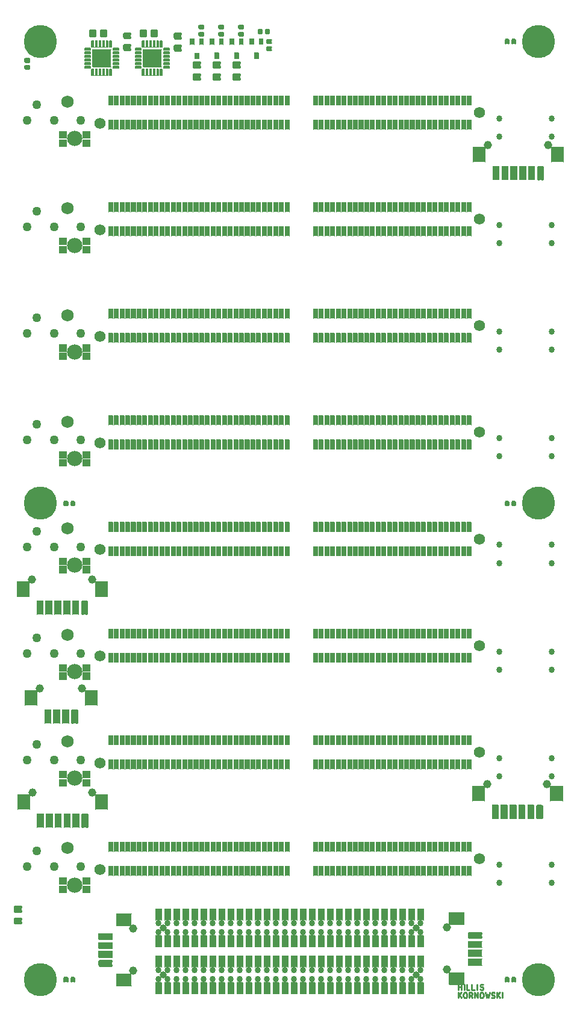
<source format=gbr>
*
%FSLAX26Y26*%
%MOIN*%
%ADD10C,0.008921*%
%ADD11R,0.067000X0.067000*%
%ADD12C,0.002500*%
%ADD13R,0.065500X0.065500*%
%ADD14C,0.004000*%
%ADD15R,0.035250X0.035250*%
%ADD16C,0.003000*%
%ADD17C,0.183750*%
%ADD18R,0.017500X0.017500*%
%ADD19C,0.011000*%
%ADD20R,0.022200X0.022200*%
%ADD21C,0.015800*%
%ADD22R,0.033000X0.033000*%
%ADD23R,0.023750X0.023750*%
%ADD24R,0.017200X0.017200*%
%ADD25C,0.010600*%
%ADD26R,0.021500X0.021500*%
%ADD27R,0.037500X0.037500*%
%ADD28R,0.011300X0.011300*%
%ADD29C,0.005000*%
%ADD30R,0.099000X0.099000*%
%ADD31R,0.024100X0.024100*%
%ADD32C,0.017800*%
%ADD33C,0.033750*%
%ADD34C,0.039500*%
%ADD35C,0.045500*%
%ADD36C,0.049500*%
%ADD37C,0.059250*%
%ADD38C,0.069000*%
%ADD39C,0.084750*%
%ADD40R,0.005000X0.005000*%
%ADD41C,0.112562*%
%ADD42C,0.061460*%
%ADD43C,0.033701*%
%IPPOS*%
%LNgts.gbr*%
%LPD*%
%SRX1Y1I0J0*%
G01*
G75*
G54D10*
X2468808Y16930D02*
Y46457D01*
X2485681Y16930D02*
X2473026Y33803D01*
X2485681Y46457D02*
X2468808Y29584D01*
X2503959Y46457D02*
X2509584D01*
X2512396Y45051D01*
X2515208Y42239D01*
X2516614Y36615D01*
Y26772D01*
X2515208Y21148D01*
X2512396Y18336D01*
X2509584Y16930D01*
X2503959D01*
X2501147Y18336D01*
X2498335Y21148D01*
X2496929Y26772D01*
Y36615D01*
X2498335Y42239D01*
X2501147Y45051D01*
X2503959Y46457D01*
X2546142Y16930D02*
X2536299Y30991D01*
X2529269Y16930D02*
Y46457D01*
X2540517D01*
X2543330Y45051D01*
X2544736Y43645D01*
X2546142Y40833D01*
Y36615D01*
X2544736Y33803D01*
X2543330Y32397D01*
X2540517Y30991D01*
X2529269D01*
X2558796Y16930D02*
Y46457D01*
X2575669Y16930D01*
Y46457D01*
X2595354D02*
X2600979D01*
X2603791Y45051D01*
X2606603Y42239D01*
X2608009Y36615D01*
Y26772D01*
X2606603Y21148D01*
X2603791Y18336D01*
X2600979Y16930D01*
X2595354D01*
X2592542Y18336D01*
X2589730Y21148D01*
X2588324Y26772D01*
Y36615D01*
X2589730Y42239D01*
X2592542Y45051D01*
X2595354Y46457D01*
X2617851D02*
X2624882Y16930D01*
X2630506Y38021D01*
X2636131Y16930D01*
X2643161Y46457D01*
X2653003Y18336D02*
X2657222Y16930D01*
X2664252D01*
X2667064Y18336D01*
X2668470Y19742D01*
X2669876Y22554D01*
Y25366D01*
X2668470Y28178D01*
X2667064Y29584D01*
X2664252Y30991D01*
X2658628Y32397D01*
X2655816Y33803D01*
X2654409Y35209D01*
X2653003Y38021D01*
Y40833D01*
X2654409Y43645D01*
X2655816Y45051D01*
X2658628Y46457D01*
X2665658D01*
X2669876Y45051D01*
X2682531Y16930D02*
Y46457D01*
X2699404Y16930D02*
X2686749Y33803D01*
X2699404Y46457D02*
X2682531Y29584D01*
X2712058Y16930D02*
Y46457D01*
X2469972Y61642D02*
Y91170D01*
Y77109D02*
X2486845D01*
Y61642D02*
Y91170D01*
X2500906Y61642D02*
Y91170D01*
X2529027Y61642D02*
X2514966D01*
Y91170D01*
X2557957Y61642D02*
X2543896D01*
Y91170D01*
X2572826Y61642D02*
Y91170D01*
X2590193Y63363D02*
X2594411Y61956D01*
X2601442D01*
X2604254Y63363D01*
X2605660Y64769D01*
X2607066Y67581D01*
Y70393D01*
X2605660Y73205D01*
X2604254Y74611D01*
X2601442Y76017D01*
X2595817Y77423D01*
X2593005Y78829D01*
X2591599Y80235D01*
X2590193Y83048D01*
Y85860D01*
X2591599Y88672D01*
X2593005Y90078D01*
X2595817Y91484D01*
X2602848D01*
X2607066Y90078D01*
G54D11*
X2449182Y456496D02*
X2467432D01*
G54D12*
X2416932Y489996D02*
X2499682D01*
X2416932Y422996D02*
X2499682D01*
G54D13*
X2448432Y123819D02*
X2468182D01*
G54D14*
X2417682Y156569D02*
X2498932D01*
X2417682Y91069D02*
X2498932D01*
G54D11*
X608631Y449606D02*
X626881D01*
G54D12*
X576381Y483106D02*
X659131D01*
X576381Y416106D02*
X659131D01*
G54D11*
X608631Y116929D02*
X626881D01*
G54D12*
X576381Y150429D02*
X659131D01*
X576381Y83429D02*
X659131D01*
G54D11*
X103094Y1669804D02*
Y1688054D01*
G54D12*
X69594Y1637554D02*
Y1720304D01*
X136594Y1637554D02*
Y1720304D01*
G54D11*
X435772Y1669804D02*
Y1688054D01*
G54D12*
X402272Y1637554D02*
Y1720304D01*
X469272Y1637554D02*
Y1720304D01*
G54D15*
X250984Y2157884D02*
Y2200384D01*
G54D16*
X233359Y2141759D02*
Y2216509D01*
X268609Y2141759D02*
Y2216509D01*
G54D11*
X491142Y2272371D02*
Y2290621D01*
G54D12*
X457642Y2240121D02*
Y2322871D01*
X524642Y2240121D02*
Y2322871D01*
G54D11*
X60039Y2272371D02*
Y2290621D01*
G54D12*
X26539Y2240121D02*
Y2322871D01*
X93539Y2240121D02*
Y2322871D01*
G54D15*
X2770669Y1025994D02*
Y1068494D01*
G54D16*
X2753044Y1009869D02*
Y1084619D01*
X2788294Y1009869D02*
Y1084619D01*
G54D11*
X3010827Y1140481D02*
Y1158731D01*
G54D12*
X2977327Y1108231D02*
Y1190981D01*
X3044327Y1108231D02*
Y1190981D01*
G54D11*
X2579724Y1140481D02*
Y1158731D01*
G54D12*
X2546224Y1108231D02*
Y1190981D01*
X2613224Y1108231D02*
Y1190981D01*
G54D11*
X61654Y1093040D02*
Y1111290D01*
G54D12*
X28154Y1060790D02*
Y1143540D01*
X95154Y1060790D02*
Y1143540D01*
G54D11*
X492756Y1093040D02*
Y1111290D01*
G54D12*
X459256Y1060790D02*
Y1143540D01*
X526256Y1060790D02*
Y1143540D01*
G54D15*
X252598Y978553D02*
Y1021053D01*
G54D16*
X234973Y962428D02*
Y1037178D01*
X270223Y962428D02*
Y1037178D01*
G54D17*
X2913386Y5314961D03*
X157480Y2755906D03*
X2913386D03*
Y118110D03*
X157480D03*
Y5314961D03*
G54D11*
X2583661Y4679851D02*
Y4698101D01*
G54D12*
X2550161Y4647601D02*
Y4730351D01*
X2617161Y4647601D02*
Y4730351D01*
G54D11*
X3014764Y4679851D02*
Y4698101D01*
G54D12*
X2981264Y4647601D02*
Y4730351D01*
X3048264Y4647601D02*
Y4730351D01*
G54D15*
X2774606Y4565364D02*
Y4607864D01*
G54D16*
X2756981Y4549239D02*
Y4623989D01*
X2792231Y4549239D02*
Y4623989D01*
G54D18*
X2774803Y2749206D02*
Y2762606D01*
G54D19*
X2766053Y2745956D02*
Y2765856D01*
X2783553Y2745956D02*
Y2765856D01*
G54D18*
X2774803Y111410D02*
Y124810D01*
G54D19*
X2766053Y108160D02*
Y128060D01*
X2783553Y108160D02*
Y128060D01*
G54D18*
X296063Y111410D02*
Y124810D01*
G54D19*
X287313Y108160D02*
Y128060D01*
X304813Y108160D02*
Y128060D01*
G54D18*
X296063Y2749206D02*
Y2762606D01*
G54D19*
X287313Y2745956D02*
Y2765856D01*
X304813Y2745956D02*
Y2765856D01*
G54D18*
X2774803Y5308261D02*
Y5321661D01*
G54D19*
X2766053Y5305011D02*
Y5324911D01*
X2783553Y5305011D02*
Y5324911D01*
G54D18*
X75977Y5210748D02*
X89377D01*
G54D19*
X72727Y5219498D02*
X92627D01*
X72727Y5201998D02*
X92627D01*
G54D20*
X19662Y443898D02*
X41362D01*
G54D21*
X16462Y454998D02*
X44562D01*
X16462Y432798D02*
X44562D01*
G54D22*
X2260433Y55503D02*
Y87253D01*
G54D16*
X2243933Y40503D02*
Y102253D01*
X2276933Y40503D02*
Y102253D01*
G54D22*
X2260433Y202747D02*
Y234497D01*
G54D16*
X2243933Y187747D02*
Y249497D01*
X2276933Y187747D02*
Y249497D01*
G54D22*
X2210433Y55503D02*
Y87253D01*
G54D16*
X2193933Y40503D02*
Y102253D01*
X2226933Y40503D02*
Y102253D01*
G54D22*
X2210433Y202747D02*
Y234497D01*
G54D16*
X2193933Y187747D02*
Y249497D01*
X2226933Y187747D02*
Y249497D01*
G54D22*
X2160433Y55503D02*
Y87253D01*
G54D16*
X2143933Y40503D02*
Y102253D01*
X2176933Y40503D02*
Y102253D01*
G54D22*
X2160433Y202747D02*
Y234497D01*
G54D16*
X2143933Y187747D02*
Y249497D01*
X2176933Y187747D02*
Y249497D01*
G54D22*
X2110433Y55503D02*
Y87253D01*
G54D16*
X2093933Y40503D02*
Y102253D01*
X2126933Y40503D02*
Y102253D01*
G54D22*
X2110433Y202747D02*
Y234497D01*
G54D16*
X2093933Y187747D02*
Y249497D01*
X2126933Y187747D02*
Y249497D01*
G54D22*
X2060433Y55503D02*
Y87253D01*
G54D16*
X2043933Y40503D02*
Y102253D01*
X2076933Y40503D02*
Y102253D01*
G54D22*
X2060433Y202747D02*
Y234497D01*
G54D16*
X2043933Y187747D02*
Y249497D01*
X2076933Y187747D02*
Y249497D01*
G54D22*
X2010433Y55503D02*
Y87253D01*
G54D16*
X1993933Y40503D02*
Y102253D01*
X2026933Y40503D02*
Y102253D01*
G54D22*
X2010433Y202747D02*
Y234497D01*
G54D16*
X1993933Y187747D02*
Y249497D01*
X2026933Y187747D02*
Y249497D01*
G54D22*
X1960433Y55503D02*
Y87253D01*
G54D16*
X1943933Y40503D02*
Y102253D01*
X1976933Y40503D02*
Y102253D01*
G54D22*
X1960433Y202747D02*
Y234497D01*
G54D16*
X1943933Y187747D02*
Y249497D01*
X1976933Y187747D02*
Y249497D01*
G54D22*
X1910433Y55503D02*
Y87253D01*
G54D16*
X1893933Y40503D02*
Y102253D01*
X1926933Y40503D02*
Y102253D01*
G54D22*
X1910433Y202747D02*
Y234497D01*
G54D16*
X1893933Y187747D02*
Y249497D01*
X1926933Y187747D02*
Y249497D01*
G54D22*
X1860433Y55503D02*
Y87253D01*
G54D16*
X1843933Y40503D02*
Y102253D01*
X1876933Y40503D02*
Y102253D01*
G54D22*
X1860433Y202747D02*
Y234497D01*
G54D16*
X1843933Y187747D02*
Y249497D01*
X1876933Y187747D02*
Y249497D01*
G54D22*
X1810433Y55503D02*
Y87253D01*
G54D16*
X1793933Y40503D02*
Y102253D01*
X1826933Y40503D02*
Y102253D01*
G54D22*
X1810433Y202747D02*
Y234497D01*
G54D16*
X1793933Y187747D02*
Y249497D01*
X1826933Y187747D02*
Y249497D01*
G54D22*
X1760433Y55503D02*
Y87253D01*
G54D16*
X1743933Y40503D02*
Y102253D01*
X1776933Y40503D02*
Y102253D01*
G54D22*
X1760433Y202747D02*
Y234497D01*
G54D16*
X1743933Y187747D02*
Y249497D01*
X1776933Y187747D02*
Y249497D01*
G54D22*
X1710433Y55503D02*
Y87253D01*
G54D16*
X1693933Y40503D02*
Y102253D01*
X1726933Y40503D02*
Y102253D01*
G54D22*
X1710433Y202747D02*
Y234497D01*
G54D16*
X1693933Y187747D02*
Y249497D01*
X1726933Y187747D02*
Y249497D01*
G54D22*
X1660433Y55503D02*
Y87253D01*
G54D16*
X1643933Y40503D02*
Y102253D01*
X1676933Y40503D02*
Y102253D01*
G54D22*
X1660433Y202747D02*
Y234497D01*
G54D16*
X1643933Y187747D02*
Y249497D01*
X1676933Y187747D02*
Y249497D01*
G54D22*
X1610433Y55503D02*
Y87253D01*
G54D16*
X1593933Y40503D02*
Y102253D01*
X1626933Y40503D02*
Y102253D01*
G54D22*
X1610433Y202747D02*
Y234497D01*
G54D16*
X1593933Y187747D02*
Y249497D01*
X1626933Y187747D02*
Y249497D01*
G54D22*
X1560433Y55503D02*
Y87253D01*
G54D16*
X1543933Y40503D02*
Y102253D01*
X1576933Y40503D02*
Y102253D01*
G54D22*
X1560433Y202747D02*
Y234497D01*
G54D16*
X1543933Y187747D02*
Y249497D01*
X1576933Y187747D02*
Y249497D01*
G54D22*
X1510433Y55503D02*
Y87253D01*
G54D16*
X1493933Y40503D02*
Y102253D01*
X1526933Y40503D02*
Y102253D01*
G54D22*
X1510433Y202747D02*
Y234497D01*
G54D16*
X1493933Y187747D02*
Y249497D01*
X1526933Y187747D02*
Y249497D01*
G54D22*
X1460433Y55503D02*
Y87253D01*
G54D16*
X1443933Y40503D02*
Y102253D01*
X1476933Y40503D02*
Y102253D01*
G54D22*
X1460433Y202747D02*
Y234497D01*
G54D16*
X1443933Y187747D02*
Y249497D01*
X1476933Y187747D02*
Y249497D01*
G54D22*
X1410433Y55503D02*
Y87253D01*
G54D16*
X1393933Y40503D02*
Y102253D01*
X1426933Y40503D02*
Y102253D01*
G54D22*
X1410433Y202747D02*
Y234497D01*
G54D16*
X1393933Y187747D02*
Y249497D01*
X1426933Y187747D02*
Y249497D01*
G54D22*
X1360433Y55503D02*
Y87253D01*
G54D16*
X1343933Y40503D02*
Y102253D01*
X1376933Y40503D02*
Y102253D01*
G54D22*
X1360433Y202747D02*
Y234497D01*
G54D16*
X1343933Y187747D02*
Y249497D01*
X1376933Y187747D02*
Y249497D01*
G54D22*
X1310433Y55503D02*
Y87253D01*
G54D16*
X1293933Y40503D02*
Y102253D01*
X1326933Y40503D02*
Y102253D01*
G54D22*
X1310433Y202747D02*
Y234497D01*
G54D16*
X1293933Y187747D02*
Y249497D01*
X1326933Y187747D02*
Y249497D01*
G54D22*
X1260433Y55503D02*
Y87253D01*
G54D16*
X1243933Y40503D02*
Y102253D01*
X1276933Y40503D02*
Y102253D01*
G54D22*
X1260433Y202747D02*
Y234497D01*
G54D16*
X1243933Y187747D02*
Y249497D01*
X1276933Y187747D02*
Y249497D01*
G54D22*
X1210433Y55503D02*
Y87253D01*
G54D16*
X1193933Y40503D02*
Y102253D01*
X1226933Y40503D02*
Y102253D01*
G54D22*
X1210433Y202747D02*
Y234497D01*
G54D16*
X1193933Y187747D02*
Y249497D01*
X1226933Y187747D02*
Y249497D01*
G54D22*
X1160433Y55503D02*
Y87253D01*
G54D16*
X1143933Y40503D02*
Y102253D01*
X1176933Y40503D02*
Y102253D01*
G54D22*
X1160433Y202747D02*
Y234497D01*
G54D16*
X1143933Y187747D02*
Y249497D01*
X1176933Y187747D02*
Y249497D01*
G54D22*
X1110433Y55503D02*
Y87253D01*
G54D16*
X1093933Y40503D02*
Y102253D01*
X1126933Y40503D02*
Y102253D01*
G54D22*
X1110433Y202747D02*
Y234497D01*
G54D16*
X1093933Y187747D02*
Y249497D01*
X1126933Y187747D02*
Y249497D01*
G54D22*
X1060433Y55503D02*
Y87253D01*
G54D16*
X1043933Y40503D02*
Y102253D01*
X1076933Y40503D02*
Y102253D01*
G54D22*
X1060433Y202747D02*
Y234497D01*
G54D16*
X1043933Y187747D02*
Y249497D01*
X1076933Y187747D02*
Y249497D01*
G54D22*
X1010433Y55503D02*
Y87253D01*
G54D16*
X993933Y40503D02*
Y102253D01*
X1026933Y40503D02*
Y102253D01*
G54D22*
X1010433Y202747D02*
Y234497D01*
G54D16*
X993933Y187747D02*
Y249497D01*
X1026933Y187747D02*
Y249497D01*
G54D22*
X960433Y55503D02*
Y87253D01*
G54D16*
X943933Y40503D02*
Y102253D01*
X976933Y40503D02*
Y102253D01*
G54D22*
X960433Y202747D02*
Y234497D01*
G54D16*
X943933Y187747D02*
Y249497D01*
X976933Y187747D02*
Y249497D01*
G54D22*
X910433Y55503D02*
Y87253D01*
G54D16*
X893933Y40503D02*
Y102253D01*
X926933Y40503D02*
Y102253D01*
G54D22*
X910433Y202747D02*
Y234497D01*
G54D16*
X893933Y187747D02*
Y249497D01*
X926933Y187747D02*
Y249497D01*
G54D22*
X860433Y55503D02*
Y87253D01*
G54D16*
X843933Y40503D02*
Y102253D01*
X876933Y40503D02*
Y102253D01*
G54D22*
X860433Y202747D02*
Y234497D01*
G54D16*
X843933Y187747D02*
Y249497D01*
X876933Y187747D02*
Y249497D01*
G54D22*
X810433Y55503D02*
Y87253D01*
G54D16*
X793933Y40503D02*
Y102253D01*
X826933Y40503D02*
Y102253D01*
G54D22*
X810433Y202747D02*
Y234497D01*
G54D16*
X793933Y187747D02*
Y249497D01*
X826933Y187747D02*
Y249497D01*
G54D22*
X2260433Y315503D02*
Y347253D01*
G54D16*
X2243933Y300503D02*
Y362253D01*
X2276933Y300503D02*
Y362253D01*
G54D22*
X2260433Y462747D02*
Y494497D01*
G54D16*
X2243933Y447747D02*
Y509497D01*
X2276933Y447747D02*
Y509497D01*
G54D22*
X2210433Y315503D02*
Y347253D01*
G54D16*
X2193933Y300503D02*
Y362253D01*
X2226933Y300503D02*
Y362253D01*
G54D22*
X2210433Y462747D02*
Y494497D01*
G54D16*
X2193933Y447747D02*
Y509497D01*
X2226933Y447747D02*
Y509497D01*
G54D22*
X2160433Y315503D02*
Y347253D01*
G54D16*
X2143933Y300503D02*
Y362253D01*
X2176933Y300503D02*
Y362253D01*
G54D22*
X2160433Y462747D02*
Y494497D01*
G54D16*
X2143933Y447747D02*
Y509497D01*
X2176933Y447747D02*
Y509497D01*
G54D22*
X2110433Y315503D02*
Y347253D01*
G54D16*
X2093933Y300503D02*
Y362253D01*
X2126933Y300503D02*
Y362253D01*
G54D22*
X2110433Y462747D02*
Y494497D01*
G54D16*
X2093933Y447747D02*
Y509497D01*
X2126933Y447747D02*
Y509497D01*
G54D22*
X2060433Y315503D02*
Y347253D01*
G54D16*
X2043933Y300503D02*
Y362253D01*
X2076933Y300503D02*
Y362253D01*
G54D22*
X2060433Y462747D02*
Y494497D01*
G54D16*
X2043933Y447747D02*
Y509497D01*
X2076933Y447747D02*
Y509497D01*
G54D22*
X2010433Y315503D02*
Y347253D01*
G54D16*
X1993933Y300503D02*
Y362253D01*
X2026933Y300503D02*
Y362253D01*
G54D22*
X2010433Y462747D02*
Y494497D01*
G54D16*
X1993933Y447747D02*
Y509497D01*
X2026933Y447747D02*
Y509497D01*
G54D22*
X1960433Y315503D02*
Y347253D01*
G54D16*
X1943933Y300503D02*
Y362253D01*
X1976933Y300503D02*
Y362253D01*
G54D22*
X1960433Y462747D02*
Y494497D01*
G54D16*
X1943933Y447747D02*
Y509497D01*
X1976933Y447747D02*
Y509497D01*
G54D22*
X1910433Y315503D02*
Y347253D01*
G54D16*
X1893933Y300503D02*
Y362253D01*
X1926933Y300503D02*
Y362253D01*
G54D22*
X1910433Y462747D02*
Y494497D01*
G54D16*
X1893933Y447747D02*
Y509497D01*
X1926933Y447747D02*
Y509497D01*
G54D22*
X1860433Y315503D02*
Y347253D01*
G54D16*
X1843933Y300503D02*
Y362253D01*
X1876933Y300503D02*
Y362253D01*
G54D22*
X1860433Y462747D02*
Y494497D01*
G54D16*
X1843933Y447747D02*
Y509497D01*
X1876933Y447747D02*
Y509497D01*
G54D22*
X1810433Y315503D02*
Y347253D01*
G54D16*
X1793933Y300503D02*
Y362253D01*
X1826933Y300503D02*
Y362253D01*
G54D22*
X1810433Y462747D02*
Y494497D01*
G54D16*
X1793933Y447747D02*
Y509497D01*
X1826933Y447747D02*
Y509497D01*
G54D22*
X1760433Y315503D02*
Y347253D01*
G54D16*
X1743933Y300503D02*
Y362253D01*
X1776933Y300503D02*
Y362253D01*
G54D22*
X1760433Y462747D02*
Y494497D01*
G54D16*
X1743933Y447747D02*
Y509497D01*
X1776933Y447747D02*
Y509497D01*
G54D22*
X1710433Y315503D02*
Y347253D01*
G54D16*
X1693933Y300503D02*
Y362253D01*
X1726933Y300503D02*
Y362253D01*
G54D22*
X1710433Y462747D02*
Y494497D01*
G54D16*
X1693933Y447747D02*
Y509497D01*
X1726933Y447747D02*
Y509497D01*
G54D22*
X1660433Y315503D02*
Y347253D01*
G54D16*
X1643933Y300503D02*
Y362253D01*
X1676933Y300503D02*
Y362253D01*
G54D22*
X1660433Y462747D02*
Y494497D01*
G54D16*
X1643933Y447747D02*
Y509497D01*
X1676933Y447747D02*
Y509497D01*
G54D22*
X1610433Y315503D02*
Y347253D01*
G54D16*
X1593933Y300503D02*
Y362253D01*
X1626933Y300503D02*
Y362253D01*
G54D22*
X1610433Y462747D02*
Y494497D01*
G54D16*
X1593933Y447747D02*
Y509497D01*
X1626933Y447747D02*
Y509497D01*
G54D22*
X1560433Y315503D02*
Y347253D01*
G54D16*
X1543933Y300503D02*
Y362253D01*
X1576933Y300503D02*
Y362253D01*
G54D22*
X1560433Y462747D02*
Y494497D01*
G54D16*
X1543933Y447747D02*
Y509497D01*
X1576933Y447747D02*
Y509497D01*
G54D22*
X1510433Y315503D02*
Y347253D01*
G54D16*
X1493933Y300503D02*
Y362253D01*
X1526933Y300503D02*
Y362253D01*
G54D22*
X1510433Y462747D02*
Y494497D01*
G54D16*
X1493933Y447747D02*
Y509497D01*
X1526933Y447747D02*
Y509497D01*
G54D22*
X1460433Y315503D02*
Y347253D01*
G54D16*
X1443933Y300503D02*
Y362253D01*
X1476933Y300503D02*
Y362253D01*
G54D22*
X1460433Y462747D02*
Y494497D01*
G54D16*
X1443933Y447747D02*
Y509497D01*
X1476933Y447747D02*
Y509497D01*
G54D22*
X1410433Y315503D02*
Y347253D01*
G54D16*
X1393933Y300503D02*
Y362253D01*
X1426933Y300503D02*
Y362253D01*
G54D22*
X1410433Y462747D02*
Y494497D01*
G54D16*
X1393933Y447747D02*
Y509497D01*
X1426933Y447747D02*
Y509497D01*
G54D22*
X1360433Y315503D02*
Y347253D01*
G54D16*
X1343933Y300503D02*
Y362253D01*
X1376933Y300503D02*
Y362253D01*
G54D22*
X1360433Y462747D02*
Y494497D01*
G54D16*
X1343933Y447747D02*
Y509497D01*
X1376933Y447747D02*
Y509497D01*
G54D22*
X1310433Y315503D02*
Y347253D01*
G54D16*
X1293933Y300503D02*
Y362253D01*
X1326933Y300503D02*
Y362253D01*
G54D22*
X1310433Y462747D02*
Y494497D01*
G54D16*
X1293933Y447747D02*
Y509497D01*
X1326933Y447747D02*
Y509497D01*
G54D22*
X1260433Y315503D02*
Y347253D01*
G54D16*
X1243933Y300503D02*
Y362253D01*
X1276933Y300503D02*
Y362253D01*
G54D22*
X1260433Y462747D02*
Y494497D01*
G54D16*
X1243933Y447747D02*
Y509497D01*
X1276933Y447747D02*
Y509497D01*
G54D22*
X1210433Y315503D02*
Y347253D01*
G54D16*
X1193933Y300503D02*
Y362253D01*
X1226933Y300503D02*
Y362253D01*
G54D22*
X1210433Y462747D02*
Y494497D01*
G54D16*
X1193933Y447747D02*
Y509497D01*
X1226933Y447747D02*
Y509497D01*
G54D22*
X1160433Y315503D02*
Y347253D01*
G54D16*
X1143933Y300503D02*
Y362253D01*
X1176933Y300503D02*
Y362253D01*
G54D22*
X1160433Y462747D02*
Y494497D01*
G54D16*
X1143933Y447747D02*
Y509497D01*
X1176933Y447747D02*
Y509497D01*
G54D22*
X1110433Y315503D02*
Y347253D01*
G54D16*
X1093933Y300503D02*
Y362253D01*
X1126933Y300503D02*
Y362253D01*
G54D22*
X1110433Y462747D02*
Y494497D01*
G54D16*
X1093933Y447747D02*
Y509497D01*
X1126933Y447747D02*
Y509497D01*
G54D22*
X1060433Y315503D02*
Y347253D01*
G54D16*
X1043933Y300503D02*
Y362253D01*
X1076933Y300503D02*
Y362253D01*
G54D22*
X1060433Y462747D02*
Y494497D01*
G54D16*
X1043933Y447747D02*
Y509497D01*
X1076933Y447747D02*
Y509497D01*
G54D22*
X1010433Y315503D02*
Y347253D01*
G54D16*
X993933Y300503D02*
Y362253D01*
X1026933Y300503D02*
Y362253D01*
G54D22*
X1010433Y462747D02*
Y494497D01*
G54D16*
X993933Y447747D02*
Y509497D01*
X1026933Y447747D02*
Y509497D01*
G54D22*
X960433Y315503D02*
Y347253D01*
G54D16*
X943933Y300503D02*
Y362253D01*
X976933Y300503D02*
Y362253D01*
G54D22*
X960433Y462747D02*
Y494497D01*
G54D16*
X943933Y447747D02*
Y509497D01*
X976933Y447747D02*
Y509497D01*
G54D22*
X910433Y315503D02*
Y347253D01*
G54D16*
X893933Y300503D02*
Y362253D01*
X926933Y300503D02*
Y362253D01*
G54D22*
X910433Y462747D02*
Y494497D01*
G54D16*
X893933Y447747D02*
Y509497D01*
X926933Y447747D02*
Y509497D01*
G54D22*
X860433Y315503D02*
Y347253D01*
G54D16*
X843933Y300503D02*
Y362253D01*
X876933Y300503D02*
Y362253D01*
G54D22*
X860433Y462747D02*
Y494497D01*
G54D16*
X843933Y447747D02*
Y509497D01*
X876933Y447747D02*
Y509497D01*
G54D22*
X810433Y315503D02*
Y347253D01*
G54D16*
X793933Y300503D02*
Y362253D01*
X826933Y300503D02*
Y362253D01*
G54D22*
X810433Y462747D02*
Y494497D01*
G54D16*
X793933Y447747D02*
Y509497D01*
X826933Y447747D02*
Y509497D01*
G54D20*
X2533069Y363976D02*
X2588269D01*
G54D21*
X2529869Y375076D02*
X2591469D01*
X2529869Y352876D02*
X2591469D01*
G54D15*
X2539419Y314764D02*
X2581919D01*
G54D16*
X2523294Y332389D02*
X2598044D01*
X2523294Y297139D02*
X2598044D01*
G54D15*
X2539419Y265551D02*
X2581919D01*
G54D16*
X2523294Y283176D02*
X2598044D01*
X2523294Y247926D02*
X2598044D01*
G54D15*
X2539419Y216339D02*
X2581919D01*
G54D16*
X2523294Y233964D02*
X2598044D01*
X2523294Y198714D02*
X2598044D01*
G54D15*
X494144Y357087D02*
X536644D01*
G54D16*
X478019Y374712D02*
X552769D01*
X478019Y339462D02*
X552769D01*
G54D15*
X494144Y307874D02*
X536644D01*
G54D16*
X478019Y325499D02*
X552769D01*
X478019Y290249D02*
X552769D01*
G54D15*
X494144Y258661D02*
X536644D01*
G54D16*
X478019Y276286D02*
X552769D01*
X478019Y241036D02*
X552769D01*
G54D20*
X487794Y209449D02*
X542994D01*
G54D21*
X484594Y220549D02*
X546194D01*
X484594Y198349D02*
X546194D01*
G54D15*
X195614Y1555317D02*
Y1597817D01*
G54D16*
X177989Y1539192D02*
Y1613942D01*
X213239Y1539192D02*
Y1613942D01*
G54D15*
X244827Y1555317D02*
Y1597817D01*
G54D16*
X227202Y1539192D02*
Y1613942D01*
X262452Y1539192D02*
Y1613942D01*
G54D15*
X294039Y1555317D02*
Y1597817D01*
G54D16*
X276414Y1539192D02*
Y1613942D01*
X311664Y1539192D02*
Y1613942D01*
G54D20*
X343252Y1548967D02*
Y1604167D01*
G54D21*
X332152Y1545767D02*
Y1607367D01*
X354352Y1545767D02*
Y1607367D01*
G54D20*
X398622Y2151534D02*
Y2206734D01*
G54D21*
X387522Y2148334D02*
Y2209934D01*
X409722Y2148334D02*
Y2209934D01*
G54D15*
X349409Y2157884D02*
Y2200384D01*
G54D16*
X331784Y2141759D02*
Y2216509D01*
X367034Y2141759D02*
Y2216509D01*
G54D15*
X300197Y2157884D02*
Y2200384D01*
G54D16*
X282572Y2141759D02*
Y2216509D01*
X317822Y2141759D02*
Y2216509D01*
G54D15*
X201772Y2157884D02*
Y2200384D01*
G54D16*
X184147Y2141759D02*
Y2216509D01*
X219397Y2141759D02*
Y2216509D01*
G54D15*
X152559Y2157884D02*
Y2200384D01*
G54D16*
X134934Y2141759D02*
Y2216509D01*
X170184Y2141759D02*
Y2216509D01*
G54D20*
X2918307Y1019644D02*
Y1074844D01*
G54D21*
X2907207Y1016444D02*
Y1078044D01*
X2929407Y1016444D02*
Y1078044D01*
G54D15*
X2869094Y1025994D02*
Y1068494D01*
G54D16*
X2851469Y1009869D02*
Y1084619D01*
X2886719Y1009869D02*
Y1084619D01*
G54D15*
X2819882Y1025994D02*
Y1068494D01*
G54D16*
X2802257Y1009869D02*
Y1084619D01*
X2837507Y1009869D02*
Y1084619D01*
G54D15*
X2721457Y1025994D02*
Y1068494D01*
G54D16*
X2703832Y1009869D02*
Y1084619D01*
X2739082Y1009869D02*
Y1084619D01*
G54D15*
X2672244Y1025994D02*
Y1068494D01*
G54D16*
X2654619Y1009869D02*
Y1084619D01*
X2689869Y1009869D02*
Y1084619D01*
G54D15*
X154173Y978553D02*
Y1021053D01*
G54D16*
X136548Y962428D02*
Y1037178D01*
X171798Y962428D02*
Y1037178D01*
G54D15*
X203386Y978553D02*
Y1021053D01*
G54D16*
X185761Y962428D02*
Y1037178D01*
X221011Y962428D02*
Y1037178D01*
G54D15*
X301811Y978553D02*
Y1021053D01*
G54D16*
X284186Y962428D02*
Y1037178D01*
X319436Y962428D02*
Y1037178D01*
G54D15*
X351024Y978553D02*
Y1021053D01*
G54D16*
X333399Y962428D02*
Y1037178D01*
X368649Y962428D02*
Y1037178D01*
G54D20*
X400236Y972203D02*
Y1027403D01*
G54D21*
X389136Y969003D02*
Y1030603D01*
X411336Y969003D02*
Y1030603D01*
G54D23*
X543307Y4839331D02*
Y4869331D01*
G54D12*
X531432Y4828706D02*
Y4879956D01*
X555182Y4828706D02*
Y4879956D01*
G54D23*
X543307Y4973189D02*
Y5003189D01*
G54D12*
X531432Y4962564D02*
Y5013814D01*
X555182Y4962564D02*
Y5013814D01*
G54D23*
X574803Y4839331D02*
Y4869331D01*
G54D12*
X562928Y4828706D02*
Y4879956D01*
X586678Y4828706D02*
Y4879956D01*
G54D23*
X574803Y4973189D02*
Y5003189D01*
G54D12*
X562928Y4962564D02*
Y5013814D01*
X586678Y4962564D02*
Y5013814D01*
G54D23*
X606299Y4839331D02*
Y4869331D01*
G54D12*
X594424Y4828706D02*
Y4879956D01*
X618174Y4828706D02*
Y4879956D01*
G54D23*
X606299Y4973189D02*
Y5003189D01*
G54D12*
X594424Y4962564D02*
Y5013814D01*
X618174Y4962564D02*
Y5013814D01*
G54D23*
X637795Y4839331D02*
Y4869331D01*
G54D12*
X625920Y4828706D02*
Y4879956D01*
X649670Y4828706D02*
Y4879956D01*
G54D23*
X637795Y4973189D02*
Y5003189D01*
G54D12*
X625920Y4962564D02*
Y5013814D01*
X649670Y4962564D02*
Y5013814D01*
G54D23*
X669291Y4839331D02*
Y4869331D01*
G54D12*
X657416Y4828706D02*
Y4879956D01*
X681166Y4828706D02*
Y4879956D01*
G54D23*
X669291Y4973189D02*
Y5003189D01*
G54D12*
X657416Y4962564D02*
Y5013814D01*
X681166Y4962564D02*
Y5013814D01*
G54D23*
X700787Y4839331D02*
Y4869331D01*
G54D12*
X688912Y4828706D02*
Y4879956D01*
X712662Y4828706D02*
Y4879956D01*
G54D23*
X700787Y4973189D02*
Y5003189D01*
G54D12*
X688912Y4962564D02*
Y5013814D01*
X712662Y4962564D02*
Y5013814D01*
G54D23*
X732283Y4839331D02*
Y4869331D01*
G54D12*
X720408Y4828706D02*
Y4879956D01*
X744158Y4828706D02*
Y4879956D01*
G54D23*
X732283Y4973189D02*
Y5003189D01*
G54D12*
X720408Y4962564D02*
Y5013814D01*
X744158Y4962564D02*
Y5013814D01*
G54D23*
X763780Y4839331D02*
Y4869331D01*
G54D12*
X751905Y4828706D02*
Y4879956D01*
X775655Y4828706D02*
Y4879956D01*
G54D23*
X763780Y4973189D02*
Y5003189D01*
G54D12*
X751905Y4962564D02*
Y5013814D01*
X775655Y4962564D02*
Y5013814D01*
G54D23*
X795276Y4839331D02*
Y4869331D01*
G54D12*
X783401Y4828706D02*
Y4879956D01*
X807151Y4828706D02*
Y4879956D01*
G54D23*
X795276Y4973189D02*
Y5003189D01*
G54D12*
X783401Y4962564D02*
Y5013814D01*
X807151Y4962564D02*
Y5013814D01*
G54D23*
X826772Y4839331D02*
Y4869331D01*
G54D12*
X814897Y4828706D02*
Y4879956D01*
X838647Y4828706D02*
Y4879956D01*
G54D23*
X826772Y4973189D02*
Y5003189D01*
G54D12*
X814897Y4962564D02*
Y5013814D01*
X838647Y4962564D02*
Y5013814D01*
G54D23*
X858268Y4839331D02*
Y4869331D01*
G54D12*
X846393Y4828706D02*
Y4879956D01*
X870143Y4828706D02*
Y4879956D01*
G54D23*
X858268Y4973189D02*
Y5003189D01*
G54D12*
X846393Y4962564D02*
Y5013814D01*
X870143Y4962564D02*
Y5013814D01*
G54D23*
X889764Y4839331D02*
Y4869331D01*
G54D12*
X877889Y4828706D02*
Y4879956D01*
X901639Y4828706D02*
Y4879956D01*
G54D23*
X889764Y4973189D02*
Y5003189D01*
G54D12*
X877889Y4962564D02*
Y5013814D01*
X901639Y4962564D02*
Y5013814D01*
G54D23*
X921260Y4839331D02*
Y4869331D01*
G54D12*
X909385Y4828706D02*
Y4879956D01*
X933135Y4828706D02*
Y4879956D01*
G54D23*
X921260Y4973189D02*
Y5003189D01*
G54D12*
X909385Y4962564D02*
Y5013814D01*
X933135Y4962564D02*
Y5013814D01*
G54D23*
X952756Y4839331D02*
Y4869331D01*
G54D12*
X940881Y4828706D02*
Y4879956D01*
X964631Y4828706D02*
Y4879956D01*
G54D23*
X952756Y4973189D02*
Y5003189D01*
G54D12*
X940881Y4962564D02*
Y5013814D01*
X964631Y4962564D02*
Y5013814D01*
G54D23*
X984252Y4839331D02*
Y4869331D01*
G54D12*
X972377Y4828706D02*
Y4879956D01*
X996127Y4828706D02*
Y4879956D01*
G54D23*
X984252Y4973189D02*
Y5003189D01*
G54D12*
X972377Y4962564D02*
Y5013814D01*
X996127Y4962564D02*
Y5013814D01*
G54D23*
X1015748Y4839331D02*
Y4869331D01*
G54D12*
X1003873Y4828706D02*
Y4879956D01*
X1027623Y4828706D02*
Y4879956D01*
G54D23*
X1015748Y4973189D02*
Y5003189D01*
G54D12*
X1003873Y4962564D02*
Y5013814D01*
X1027623Y4962564D02*
Y5013814D01*
G54D23*
X1047244Y4839331D02*
Y4869331D01*
G54D12*
X1035369Y4828706D02*
Y4879956D01*
X1059119Y4828706D02*
Y4879956D01*
G54D23*
X1047244Y4973189D02*
Y5003189D01*
G54D12*
X1035369Y4962564D02*
Y5013814D01*
X1059119Y4962564D02*
Y5013814D01*
G54D23*
X1078740Y4839331D02*
Y4869331D01*
G54D12*
X1066865Y4828706D02*
Y4879956D01*
X1090615Y4828706D02*
Y4879956D01*
G54D23*
X1078740Y4973189D02*
Y5003189D01*
G54D12*
X1066865Y4962564D02*
Y5013814D01*
X1090615Y4962564D02*
Y5013814D01*
G54D23*
X1110236Y4839331D02*
Y4869331D01*
G54D12*
X1098361Y4828706D02*
Y4879956D01*
X1122111Y4828706D02*
Y4879956D01*
G54D23*
X1110236Y4973189D02*
Y5003189D01*
G54D12*
X1098361Y4962564D02*
Y5013814D01*
X1122111Y4962564D02*
Y5013814D01*
G54D23*
X1141732Y4839331D02*
Y4869331D01*
G54D12*
X1129857Y4828706D02*
Y4879956D01*
X1153607Y4828706D02*
Y4879956D01*
G54D23*
X1141732Y4973189D02*
Y5003189D01*
G54D12*
X1129857Y4962564D02*
Y5013814D01*
X1153607Y4962564D02*
Y5013814D01*
G54D23*
X1173228Y4839331D02*
Y4869331D01*
G54D12*
X1161353Y4828706D02*
Y4879956D01*
X1185103Y4828706D02*
Y4879956D01*
G54D23*
X1173228Y4973189D02*
Y5003189D01*
G54D12*
X1161353Y4962564D02*
Y5013814D01*
X1185103Y4962564D02*
Y5013814D01*
G54D23*
X1204724Y4839331D02*
Y4869331D01*
G54D12*
X1192849Y4828706D02*
Y4879956D01*
X1216599Y4828706D02*
Y4879956D01*
G54D23*
X1204724Y4973189D02*
Y5003189D01*
G54D12*
X1192849Y4962564D02*
Y5013814D01*
X1216599Y4962564D02*
Y5013814D01*
G54D23*
X1236220Y4839331D02*
Y4869331D01*
G54D12*
X1224345Y4828706D02*
Y4879956D01*
X1248095Y4828706D02*
Y4879956D01*
G54D23*
X1236220Y4973189D02*
Y5003189D01*
G54D12*
X1224345Y4962564D02*
Y5013814D01*
X1248095Y4962564D02*
Y5013814D01*
G54D23*
X1267717Y4839331D02*
Y4869331D01*
G54D12*
X1255842Y4828706D02*
Y4879956D01*
X1279592Y4828706D02*
Y4879956D01*
G54D23*
X1267717Y4973189D02*
Y5003189D01*
G54D12*
X1255842Y4962564D02*
Y5013814D01*
X1279592Y4962564D02*
Y5013814D01*
G54D23*
X1299213Y4839331D02*
Y4869331D01*
G54D12*
X1287338Y4828706D02*
Y4879956D01*
X1311088Y4828706D02*
Y4879956D01*
G54D23*
X1299213Y4973189D02*
Y5003189D01*
G54D12*
X1287338Y4962564D02*
Y5013814D01*
X1311088Y4962564D02*
Y5013814D01*
G54D23*
X1330709Y4839331D02*
Y4869331D01*
G54D12*
X1318834Y4828706D02*
Y4879956D01*
X1342584Y4828706D02*
Y4879956D01*
G54D23*
X1330709Y4973189D02*
Y5003189D01*
G54D12*
X1318834Y4962564D02*
Y5013814D01*
X1342584Y4962564D02*
Y5013814D01*
G54D23*
X1362205Y4839331D02*
Y4869331D01*
G54D12*
X1350330Y4828706D02*
Y4879956D01*
X1374080Y4828706D02*
Y4879956D01*
G54D23*
X1362205Y4973189D02*
Y5003189D01*
G54D12*
X1350330Y4962564D02*
Y5013814D01*
X1374080Y4962564D02*
Y5013814D01*
G54D23*
X1393701Y4839331D02*
Y4869331D01*
G54D12*
X1381826Y4828706D02*
Y4879956D01*
X1405576Y4828706D02*
Y4879956D01*
G54D23*
X1393701Y4973189D02*
Y5003189D01*
G54D12*
X1381826Y4962564D02*
Y5013814D01*
X1405576Y4962564D02*
Y5013814D01*
G54D23*
X1425197Y4839331D02*
Y4869331D01*
G54D12*
X1413322Y4828706D02*
Y4879956D01*
X1437072Y4828706D02*
Y4879956D01*
G54D23*
X1425197Y4973189D02*
Y5003189D01*
G54D12*
X1413322Y4962564D02*
Y5013814D01*
X1437072Y4962564D02*
Y5013814D01*
G54D23*
X1456693Y4839331D02*
Y4869331D01*
G54D12*
X1444818Y4828706D02*
Y4879956D01*
X1468568Y4828706D02*
Y4879956D01*
G54D23*
X1456693Y4973189D02*
Y5003189D01*
G54D12*
X1444818Y4962564D02*
Y5013814D01*
X1468568Y4962564D02*
Y5013814D01*
G54D23*
X1488189Y4839331D02*
Y4869331D01*
G54D12*
X1476314Y4828706D02*
Y4879956D01*
X1500064Y4828706D02*
Y4879956D01*
G54D23*
X1488189Y4973189D02*
Y5003189D01*
G54D12*
X1476314Y4962564D02*
Y5013814D01*
X1500064Y4962564D02*
Y5013814D01*
G54D23*
X1519685Y4839331D02*
Y4869331D01*
G54D12*
X1507810Y4828706D02*
Y4879956D01*
X1531560Y4828706D02*
Y4879956D01*
G54D23*
X1519685Y4973189D02*
Y5003189D01*
G54D12*
X1507810Y4962564D02*
Y5013814D01*
X1531560Y4962564D02*
Y5013814D01*
G54D23*
X1677165Y4839331D02*
Y4869331D01*
G54D12*
X1665290Y4828706D02*
Y4879956D01*
X1689040Y4828706D02*
Y4879956D01*
G54D23*
X1677165Y4973189D02*
Y5003189D01*
G54D12*
X1665290Y4962564D02*
Y5013814D01*
X1689040Y4962564D02*
Y5013814D01*
G54D23*
X1708661Y4839331D02*
Y4869331D01*
G54D12*
X1696786Y4828706D02*
Y4879956D01*
X1720536Y4828706D02*
Y4879956D01*
G54D23*
X1708661Y4973189D02*
Y5003189D01*
G54D12*
X1696786Y4962564D02*
Y5013814D01*
X1720536Y4962564D02*
Y5013814D01*
G54D23*
X1740157Y4839331D02*
Y4869331D01*
G54D12*
X1728282Y4828706D02*
Y4879956D01*
X1752032Y4828706D02*
Y4879956D01*
G54D23*
X1740157Y4973189D02*
Y5003189D01*
G54D12*
X1728282Y4962564D02*
Y5013814D01*
X1752032Y4962564D02*
Y5013814D01*
G54D23*
X1771654Y4839331D02*
Y4869331D01*
G54D12*
X1759779Y4828706D02*
Y4879956D01*
X1783529Y4828706D02*
Y4879956D01*
G54D23*
X1771654Y4973189D02*
Y5003189D01*
G54D12*
X1759779Y4962564D02*
Y5013814D01*
X1783529Y4962564D02*
Y5013814D01*
G54D23*
X1803150Y4839331D02*
Y4869331D01*
G54D12*
X1791275Y4828706D02*
Y4879956D01*
X1815025Y4828706D02*
Y4879956D01*
G54D23*
X1803150Y4973189D02*
Y5003189D01*
G54D12*
X1791275Y4962564D02*
Y5013814D01*
X1815025Y4962564D02*
Y5013814D01*
G54D23*
X1834646Y4839331D02*
Y4869331D01*
G54D12*
X1822771Y4828706D02*
Y4879956D01*
X1846521Y4828706D02*
Y4879956D01*
G54D23*
X1834646Y4973189D02*
Y5003189D01*
G54D12*
X1822771Y4962564D02*
Y5013814D01*
X1846521Y4962564D02*
Y5013814D01*
G54D23*
X1866142Y4839331D02*
Y4869331D01*
G54D12*
X1854267Y4828706D02*
Y4879956D01*
X1878017Y4828706D02*
Y4879956D01*
G54D23*
X1866142Y4973189D02*
Y5003189D01*
G54D12*
X1854267Y4962564D02*
Y5013814D01*
X1878017Y4962564D02*
Y5013814D01*
G54D23*
X1897638Y4839331D02*
Y4869331D01*
G54D12*
X1885763Y4828706D02*
Y4879956D01*
X1909513Y4828706D02*
Y4879956D01*
G54D23*
X1897638Y4973189D02*
Y5003189D01*
G54D12*
X1885763Y4962564D02*
Y5013814D01*
X1909513Y4962564D02*
Y5013814D01*
G54D23*
X1929134Y4839331D02*
Y4869331D01*
G54D12*
X1917259Y4828706D02*
Y4879956D01*
X1941009Y4828706D02*
Y4879956D01*
G54D23*
X1929134Y4973189D02*
Y5003189D01*
G54D12*
X1917259Y4962564D02*
Y5013814D01*
X1941009Y4962564D02*
Y5013814D01*
G54D23*
X1960630Y4839331D02*
Y4869331D01*
G54D12*
X1948755Y4828706D02*
Y4879956D01*
X1972505Y4828706D02*
Y4879956D01*
G54D23*
X1960630Y4973189D02*
Y5003189D01*
G54D12*
X1948755Y4962564D02*
Y5013814D01*
X1972505Y4962564D02*
Y5013814D01*
G54D23*
X1992126Y4839331D02*
Y4869331D01*
G54D12*
X1980251Y4828706D02*
Y4879956D01*
X2004001Y4828706D02*
Y4879956D01*
G54D23*
X1992126Y4973189D02*
Y5003189D01*
G54D12*
X1980251Y4962564D02*
Y5013814D01*
X2004001Y4962564D02*
Y5013814D01*
G54D23*
X2023622Y4839331D02*
Y4869331D01*
G54D12*
X2011747Y4828706D02*
Y4879956D01*
X2035497Y4828706D02*
Y4879956D01*
G54D23*
X2023622Y4973189D02*
Y5003189D01*
G54D12*
X2011747Y4962564D02*
Y5013814D01*
X2035497Y4962564D02*
Y5013814D01*
G54D23*
X2055118Y4839331D02*
Y4869331D01*
G54D12*
X2043243Y4828706D02*
Y4879956D01*
X2066993Y4828706D02*
Y4879956D01*
G54D23*
X2055118Y4973189D02*
Y5003189D01*
G54D12*
X2043243Y4962564D02*
Y5013814D01*
X2066993Y4962564D02*
Y5013814D01*
G54D23*
X2086614Y4839331D02*
Y4869331D01*
G54D12*
X2074739Y4828706D02*
Y4879956D01*
X2098489Y4828706D02*
Y4879956D01*
G54D23*
X2086614Y4973189D02*
Y5003189D01*
G54D12*
X2074739Y4962564D02*
Y5013814D01*
X2098489Y4962564D02*
Y5013814D01*
G54D23*
X2118110Y4839331D02*
Y4869331D01*
G54D12*
X2106235Y4828706D02*
Y4879956D01*
X2129985Y4828706D02*
Y4879956D01*
G54D23*
X2118110Y4973189D02*
Y5003189D01*
G54D12*
X2106235Y4962564D02*
Y5013814D01*
X2129985Y4962564D02*
Y5013814D01*
G54D23*
X2149606Y4839331D02*
Y4869331D01*
G54D12*
X2137731Y4828706D02*
Y4879956D01*
X2161481Y4828706D02*
Y4879956D01*
G54D23*
X2149606Y4973189D02*
Y5003189D01*
G54D12*
X2137731Y4962564D02*
Y5013814D01*
X2161481Y4962564D02*
Y5013814D01*
G54D23*
X2181102Y4839331D02*
Y4869331D01*
G54D12*
X2169227Y4828706D02*
Y4879956D01*
X2192977Y4828706D02*
Y4879956D01*
G54D23*
X2181102Y4973189D02*
Y5003189D01*
G54D12*
X2169227Y4962564D02*
Y5013814D01*
X2192977Y4962564D02*
Y5013814D01*
G54D23*
X2212598Y4839331D02*
Y4869331D01*
G54D12*
X2200723Y4828706D02*
Y4879956D01*
X2224473Y4828706D02*
Y4879956D01*
G54D23*
X2212598Y4973189D02*
Y5003189D01*
G54D12*
X2200723Y4962564D02*
Y5013814D01*
X2224473Y4962564D02*
Y5013814D01*
G54D23*
X2244094Y4839331D02*
Y4869331D01*
G54D12*
X2232219Y4828706D02*
Y4879956D01*
X2255969Y4828706D02*
Y4879956D01*
G54D23*
X2244094Y4973189D02*
Y5003189D01*
G54D12*
X2232219Y4962564D02*
Y5013814D01*
X2255969Y4962564D02*
Y5013814D01*
G54D23*
X2275591Y4839331D02*
Y4869331D01*
G54D12*
X2263716Y4828706D02*
Y4879956D01*
X2287466Y4828706D02*
Y4879956D01*
G54D23*
X2275591Y4973189D02*
Y5003189D01*
G54D12*
X2263716Y4962564D02*
Y5013814D01*
X2287466Y4962564D02*
Y5013814D01*
G54D23*
X2307087Y4839331D02*
Y4869331D01*
G54D12*
X2295212Y4828706D02*
Y4879956D01*
X2318962Y4828706D02*
Y4879956D01*
G54D23*
X2307087Y4973189D02*
Y5003189D01*
G54D12*
X2295212Y4962564D02*
Y5013814D01*
X2318962Y4962564D02*
Y5013814D01*
G54D23*
X2338583Y4839331D02*
Y4869331D01*
G54D12*
X2326708Y4828706D02*
Y4879956D01*
X2350458Y4828706D02*
Y4879956D01*
G54D23*
X2338583Y4973189D02*
Y5003189D01*
G54D12*
X2326708Y4962564D02*
Y5013814D01*
X2350458Y4962564D02*
Y5013814D01*
G54D23*
X2370079Y4839331D02*
Y4869331D01*
G54D12*
X2358204Y4828706D02*
Y4879956D01*
X2381954Y4828706D02*
Y4879956D01*
G54D23*
X2370079Y4973189D02*
Y5003189D01*
G54D12*
X2358204Y4962564D02*
Y5013814D01*
X2381954Y4962564D02*
Y5013814D01*
G54D23*
X2401575Y4839331D02*
Y4869331D01*
G54D12*
X2389700Y4828706D02*
Y4879956D01*
X2413450Y4828706D02*
Y4879956D01*
G54D23*
X2401575Y4973189D02*
Y5003189D01*
G54D12*
X2389700Y4962564D02*
Y5013814D01*
X2413450Y4962564D02*
Y5013814D01*
G54D23*
X2433071Y4839331D02*
Y4869331D01*
G54D12*
X2421196Y4828706D02*
Y4879956D01*
X2444946Y4828706D02*
Y4879956D01*
G54D23*
X2433071Y4973189D02*
Y5003189D01*
G54D12*
X2421196Y4962564D02*
Y5013814D01*
X2444946Y4962564D02*
Y5013814D01*
G54D23*
X2464567Y4839331D02*
Y4869331D01*
G54D12*
X2452692Y4828706D02*
Y4879956D01*
X2476442Y4828706D02*
Y4879956D01*
G54D23*
X2464567Y4973189D02*
Y5003189D01*
G54D12*
X2452692Y4962564D02*
Y5013814D01*
X2476442Y4962564D02*
Y5013814D01*
G54D23*
X2496063Y4839331D02*
Y4869331D01*
G54D12*
X2484188Y4828706D02*
Y4879956D01*
X2507938Y4828706D02*
Y4879956D01*
G54D23*
X2496063Y4973189D02*
Y5003189D01*
G54D12*
X2484188Y4962564D02*
Y5013814D01*
X2507938Y4962564D02*
Y5013814D01*
G54D23*
X2527559Y4839331D02*
Y4869331D01*
G54D12*
X2515684Y4828706D02*
Y4879956D01*
X2539434Y4828706D02*
Y4879956D01*
G54D23*
X2527559Y4973189D02*
Y5003189D01*
G54D12*
X2515684Y4962564D02*
Y5013814D01*
X2539434Y4962564D02*
Y5013814D01*
G54D23*
X543307Y4248780D02*
Y4278780D01*
G54D12*
X531432Y4238155D02*
Y4289405D01*
X555182Y4238155D02*
Y4289405D01*
G54D23*
X543307Y4382638D02*
Y4412638D01*
G54D12*
X531432Y4372013D02*
Y4423263D01*
X555182Y4372013D02*
Y4423263D01*
G54D23*
X574803Y4248780D02*
Y4278780D01*
G54D12*
X562928Y4238155D02*
Y4289405D01*
X586678Y4238155D02*
Y4289405D01*
G54D23*
X574803Y4382638D02*
Y4412638D01*
G54D12*
X562928Y4372013D02*
Y4423263D01*
X586678Y4372013D02*
Y4423263D01*
G54D23*
X606299Y4248780D02*
Y4278780D01*
G54D12*
X594424Y4238155D02*
Y4289405D01*
X618174Y4238155D02*
Y4289405D01*
G54D23*
X606299Y4382638D02*
Y4412638D01*
G54D12*
X594424Y4372013D02*
Y4423263D01*
X618174Y4372013D02*
Y4423263D01*
G54D23*
X637795Y4248780D02*
Y4278780D01*
G54D12*
X625920Y4238155D02*
Y4289405D01*
X649670Y4238155D02*
Y4289405D01*
G54D23*
X637795Y4382638D02*
Y4412638D01*
G54D12*
X625920Y4372013D02*
Y4423263D01*
X649670Y4372013D02*
Y4423263D01*
G54D23*
X669291Y4248780D02*
Y4278780D01*
G54D12*
X657416Y4238155D02*
Y4289405D01*
X681166Y4238155D02*
Y4289405D01*
G54D23*
X669291Y4382638D02*
Y4412638D01*
G54D12*
X657416Y4372013D02*
Y4423263D01*
X681166Y4372013D02*
Y4423263D01*
G54D23*
X700787Y4248780D02*
Y4278780D01*
G54D12*
X688912Y4238155D02*
Y4289405D01*
X712662Y4238155D02*
Y4289405D01*
G54D23*
X700787Y4382638D02*
Y4412638D01*
G54D12*
X688912Y4372013D02*
Y4423263D01*
X712662Y4372013D02*
Y4423263D01*
G54D23*
X732283Y4248780D02*
Y4278780D01*
G54D12*
X720408Y4238155D02*
Y4289405D01*
X744158Y4238155D02*
Y4289405D01*
G54D23*
X732283Y4382638D02*
Y4412638D01*
G54D12*
X720408Y4372013D02*
Y4423263D01*
X744158Y4372013D02*
Y4423263D01*
G54D23*
X763780Y4248780D02*
Y4278780D01*
G54D12*
X751905Y4238155D02*
Y4289405D01*
X775655Y4238155D02*
Y4289405D01*
G54D23*
X763780Y4382638D02*
Y4412638D01*
G54D12*
X751905Y4372013D02*
Y4423263D01*
X775655Y4372013D02*
Y4423263D01*
G54D23*
X795276Y4248780D02*
Y4278780D01*
G54D12*
X783401Y4238155D02*
Y4289405D01*
X807151Y4238155D02*
Y4289405D01*
G54D23*
X795276Y4382638D02*
Y4412638D01*
G54D12*
X783401Y4372013D02*
Y4423263D01*
X807151Y4372013D02*
Y4423263D01*
G54D23*
X826772Y4248780D02*
Y4278780D01*
G54D12*
X814897Y4238155D02*
Y4289405D01*
X838647Y4238155D02*
Y4289405D01*
G54D23*
X826772Y4382638D02*
Y4412638D01*
G54D12*
X814897Y4372013D02*
Y4423263D01*
X838647Y4372013D02*
Y4423263D01*
G54D23*
X858268Y4248780D02*
Y4278780D01*
G54D12*
X846393Y4238155D02*
Y4289405D01*
X870143Y4238155D02*
Y4289405D01*
G54D23*
X858268Y4382638D02*
Y4412638D01*
G54D12*
X846393Y4372013D02*
Y4423263D01*
X870143Y4372013D02*
Y4423263D01*
G54D23*
X889764Y4248780D02*
Y4278780D01*
G54D12*
X877889Y4238155D02*
Y4289405D01*
X901639Y4238155D02*
Y4289405D01*
G54D23*
X889764Y4382638D02*
Y4412638D01*
G54D12*
X877889Y4372013D02*
Y4423263D01*
X901639Y4372013D02*
Y4423263D01*
G54D23*
X921260Y4248780D02*
Y4278780D01*
G54D12*
X909385Y4238155D02*
Y4289405D01*
X933135Y4238155D02*
Y4289405D01*
G54D23*
X921260Y4382638D02*
Y4412638D01*
G54D12*
X909385Y4372013D02*
Y4423263D01*
X933135Y4372013D02*
Y4423263D01*
G54D23*
X952756Y4248780D02*
Y4278780D01*
G54D12*
X940881Y4238155D02*
Y4289405D01*
X964631Y4238155D02*
Y4289405D01*
G54D23*
X952756Y4382638D02*
Y4412638D01*
G54D12*
X940881Y4372013D02*
Y4423263D01*
X964631Y4372013D02*
Y4423263D01*
G54D23*
X984252Y4248780D02*
Y4278780D01*
G54D12*
X972377Y4238155D02*
Y4289405D01*
X996127Y4238155D02*
Y4289405D01*
G54D23*
X984252Y4382638D02*
Y4412638D01*
G54D12*
X972377Y4372013D02*
Y4423263D01*
X996127Y4372013D02*
Y4423263D01*
G54D23*
X1015748Y4248780D02*
Y4278780D01*
G54D12*
X1003873Y4238155D02*
Y4289405D01*
X1027623Y4238155D02*
Y4289405D01*
G54D23*
X1015748Y4382638D02*
Y4412638D01*
G54D12*
X1003873Y4372013D02*
Y4423263D01*
X1027623Y4372013D02*
Y4423263D01*
G54D23*
X1047244Y4248780D02*
Y4278780D01*
G54D12*
X1035369Y4238155D02*
Y4289405D01*
X1059119Y4238155D02*
Y4289405D01*
G54D23*
X1047244Y4382638D02*
Y4412638D01*
G54D12*
X1035369Y4372013D02*
Y4423263D01*
X1059119Y4372013D02*
Y4423263D01*
G54D23*
X1078740Y4248780D02*
Y4278780D01*
G54D12*
X1066865Y4238155D02*
Y4289405D01*
X1090615Y4238155D02*
Y4289405D01*
G54D23*
X1078740Y4382638D02*
Y4412638D01*
G54D12*
X1066865Y4372013D02*
Y4423263D01*
X1090615Y4372013D02*
Y4423263D01*
G54D23*
X1110236Y4248780D02*
Y4278780D01*
G54D12*
X1098361Y4238155D02*
Y4289405D01*
X1122111Y4238155D02*
Y4289405D01*
G54D23*
X1110236Y4382638D02*
Y4412638D01*
G54D12*
X1098361Y4372013D02*
Y4423263D01*
X1122111Y4372013D02*
Y4423263D01*
G54D23*
X1141732Y4248780D02*
Y4278780D01*
G54D12*
X1129857Y4238155D02*
Y4289405D01*
X1153607Y4238155D02*
Y4289405D01*
G54D23*
X1141732Y4382638D02*
Y4412638D01*
G54D12*
X1129857Y4372013D02*
Y4423263D01*
X1153607Y4372013D02*
Y4423263D01*
G54D23*
X1173228Y4248780D02*
Y4278780D01*
G54D12*
X1161353Y4238155D02*
Y4289405D01*
X1185103Y4238155D02*
Y4289405D01*
G54D23*
X1173228Y4382638D02*
Y4412638D01*
G54D12*
X1161353Y4372013D02*
Y4423263D01*
X1185103Y4372013D02*
Y4423263D01*
G54D23*
X1204724Y4248780D02*
Y4278780D01*
G54D12*
X1192849Y4238155D02*
Y4289405D01*
X1216599Y4238155D02*
Y4289405D01*
G54D23*
X1204724Y4382638D02*
Y4412638D01*
G54D12*
X1192849Y4372013D02*
Y4423263D01*
X1216599Y4372013D02*
Y4423263D01*
G54D23*
X1236220Y4248780D02*
Y4278780D01*
G54D12*
X1224345Y4238155D02*
Y4289405D01*
X1248095Y4238155D02*
Y4289405D01*
G54D23*
X1236220Y4382638D02*
Y4412638D01*
G54D12*
X1224345Y4372013D02*
Y4423263D01*
X1248095Y4372013D02*
Y4423263D01*
G54D23*
X1267717Y4248780D02*
Y4278780D01*
G54D12*
X1255842Y4238155D02*
Y4289405D01*
X1279592Y4238155D02*
Y4289405D01*
G54D23*
X1267717Y4382638D02*
Y4412638D01*
G54D12*
X1255842Y4372013D02*
Y4423263D01*
X1279592Y4372013D02*
Y4423263D01*
G54D23*
X1299213Y4248780D02*
Y4278780D01*
G54D12*
X1287338Y4238155D02*
Y4289405D01*
X1311088Y4238155D02*
Y4289405D01*
G54D23*
X1299213Y4382638D02*
Y4412638D01*
G54D12*
X1287338Y4372013D02*
Y4423263D01*
X1311088Y4372013D02*
Y4423263D01*
G54D23*
X1330709Y4248780D02*
Y4278780D01*
G54D12*
X1318834Y4238155D02*
Y4289405D01*
X1342584Y4238155D02*
Y4289405D01*
G54D23*
X1330709Y4382638D02*
Y4412638D01*
G54D12*
X1318834Y4372013D02*
Y4423263D01*
X1342584Y4372013D02*
Y4423263D01*
G54D23*
X1362205Y4248780D02*
Y4278780D01*
G54D12*
X1350330Y4238155D02*
Y4289405D01*
X1374080Y4238155D02*
Y4289405D01*
G54D23*
X1362205Y4382638D02*
Y4412638D01*
G54D12*
X1350330Y4372013D02*
Y4423263D01*
X1374080Y4372013D02*
Y4423263D01*
G54D23*
X1393701Y4248780D02*
Y4278780D01*
G54D12*
X1381826Y4238155D02*
Y4289405D01*
X1405576Y4238155D02*
Y4289405D01*
G54D23*
X1393701Y4382638D02*
Y4412638D01*
G54D12*
X1381826Y4372013D02*
Y4423263D01*
X1405576Y4372013D02*
Y4423263D01*
G54D23*
X1425197Y4248780D02*
Y4278780D01*
G54D12*
X1413322Y4238155D02*
Y4289405D01*
X1437072Y4238155D02*
Y4289405D01*
G54D23*
X1425197Y4382638D02*
Y4412638D01*
G54D12*
X1413322Y4372013D02*
Y4423263D01*
X1437072Y4372013D02*
Y4423263D01*
G54D23*
X1456693Y4248780D02*
Y4278780D01*
G54D12*
X1444818Y4238155D02*
Y4289405D01*
X1468568Y4238155D02*
Y4289405D01*
G54D23*
X1456693Y4382638D02*
Y4412638D01*
G54D12*
X1444818Y4372013D02*
Y4423263D01*
X1468568Y4372013D02*
Y4423263D01*
G54D23*
X1488189Y4248780D02*
Y4278780D01*
G54D12*
X1476314Y4238155D02*
Y4289405D01*
X1500064Y4238155D02*
Y4289405D01*
G54D23*
X1488189Y4382638D02*
Y4412638D01*
G54D12*
X1476314Y4372013D02*
Y4423263D01*
X1500064Y4372013D02*
Y4423263D01*
G54D23*
X1519685Y4248780D02*
Y4278780D01*
G54D12*
X1507810Y4238155D02*
Y4289405D01*
X1531560Y4238155D02*
Y4289405D01*
G54D23*
X1519685Y4382638D02*
Y4412638D01*
G54D12*
X1507810Y4372013D02*
Y4423263D01*
X1531560Y4372013D02*
Y4423263D01*
G54D23*
X1677165Y4248780D02*
Y4278780D01*
G54D12*
X1665290Y4238155D02*
Y4289405D01*
X1689040Y4238155D02*
Y4289405D01*
G54D23*
X1677165Y4382638D02*
Y4412638D01*
G54D12*
X1665290Y4372013D02*
Y4423263D01*
X1689040Y4372013D02*
Y4423263D01*
G54D23*
X1708661Y4248780D02*
Y4278780D01*
G54D12*
X1696786Y4238155D02*
Y4289405D01*
X1720536Y4238155D02*
Y4289405D01*
G54D23*
X1708661Y4382638D02*
Y4412638D01*
G54D12*
X1696786Y4372013D02*
Y4423263D01*
X1720536Y4372013D02*
Y4423263D01*
G54D23*
X1740157Y4248780D02*
Y4278780D01*
G54D12*
X1728282Y4238155D02*
Y4289405D01*
X1752032Y4238155D02*
Y4289405D01*
G54D23*
X1740157Y4382638D02*
Y4412638D01*
G54D12*
X1728282Y4372013D02*
Y4423263D01*
X1752032Y4372013D02*
Y4423263D01*
G54D23*
X1771654Y4248780D02*
Y4278780D01*
G54D12*
X1759779Y4238155D02*
Y4289405D01*
X1783529Y4238155D02*
Y4289405D01*
G54D23*
X1771654Y4382638D02*
Y4412638D01*
G54D12*
X1759779Y4372013D02*
Y4423263D01*
X1783529Y4372013D02*
Y4423263D01*
G54D23*
X1803150Y4248780D02*
Y4278780D01*
G54D12*
X1791275Y4238155D02*
Y4289405D01*
X1815025Y4238155D02*
Y4289405D01*
G54D23*
X1803150Y4382638D02*
Y4412638D01*
G54D12*
X1791275Y4372013D02*
Y4423263D01*
X1815025Y4372013D02*
Y4423263D01*
G54D23*
X1834646Y4248780D02*
Y4278780D01*
G54D12*
X1822771Y4238155D02*
Y4289405D01*
X1846521Y4238155D02*
Y4289405D01*
G54D23*
X1834646Y4382638D02*
Y4412638D01*
G54D12*
X1822771Y4372013D02*
Y4423263D01*
X1846521Y4372013D02*
Y4423263D01*
G54D23*
X1866142Y4248780D02*
Y4278780D01*
G54D12*
X1854267Y4238155D02*
Y4289405D01*
X1878017Y4238155D02*
Y4289405D01*
G54D23*
X1866142Y4382638D02*
Y4412638D01*
G54D12*
X1854267Y4372013D02*
Y4423263D01*
X1878017Y4372013D02*
Y4423263D01*
G54D23*
X1897638Y4248780D02*
Y4278780D01*
G54D12*
X1885763Y4238155D02*
Y4289405D01*
X1909513Y4238155D02*
Y4289405D01*
G54D23*
X1897638Y4382638D02*
Y4412638D01*
G54D12*
X1885763Y4372013D02*
Y4423263D01*
X1909513Y4372013D02*
Y4423263D01*
G54D23*
X1929134Y4248780D02*
Y4278780D01*
G54D12*
X1917259Y4238155D02*
Y4289405D01*
X1941009Y4238155D02*
Y4289405D01*
G54D23*
X1929134Y4382638D02*
Y4412638D01*
G54D12*
X1917259Y4372013D02*
Y4423263D01*
X1941009Y4372013D02*
Y4423263D01*
G54D23*
X1960630Y4248780D02*
Y4278780D01*
G54D12*
X1948755Y4238155D02*
Y4289405D01*
X1972505Y4238155D02*
Y4289405D01*
G54D23*
X1960630Y4382638D02*
Y4412638D01*
G54D12*
X1948755Y4372013D02*
Y4423263D01*
X1972505Y4372013D02*
Y4423263D01*
G54D23*
X1992126Y4248780D02*
Y4278780D01*
G54D12*
X1980251Y4238155D02*
Y4289405D01*
X2004001Y4238155D02*
Y4289405D01*
G54D23*
X1992126Y4382638D02*
Y4412638D01*
G54D12*
X1980251Y4372013D02*
Y4423263D01*
X2004001Y4372013D02*
Y4423263D01*
G54D23*
X2023622Y4248780D02*
Y4278780D01*
G54D12*
X2011747Y4238155D02*
Y4289405D01*
X2035497Y4238155D02*
Y4289405D01*
G54D23*
X2023622Y4382638D02*
Y4412638D01*
G54D12*
X2011747Y4372013D02*
Y4423263D01*
X2035497Y4372013D02*
Y4423263D01*
G54D23*
X2055118Y4248780D02*
Y4278780D01*
G54D12*
X2043243Y4238155D02*
Y4289405D01*
X2066993Y4238155D02*
Y4289405D01*
G54D23*
X2055118Y4382638D02*
Y4412638D01*
G54D12*
X2043243Y4372013D02*
Y4423263D01*
X2066993Y4372013D02*
Y4423263D01*
G54D23*
X2086614Y4248780D02*
Y4278780D01*
G54D12*
X2074739Y4238155D02*
Y4289405D01*
X2098489Y4238155D02*
Y4289405D01*
G54D23*
X2086614Y4382638D02*
Y4412638D01*
G54D12*
X2074739Y4372013D02*
Y4423263D01*
X2098489Y4372013D02*
Y4423263D01*
G54D23*
X2118110Y4248780D02*
Y4278780D01*
G54D12*
X2106235Y4238155D02*
Y4289405D01*
X2129985Y4238155D02*
Y4289405D01*
G54D23*
X2118110Y4382638D02*
Y4412638D01*
G54D12*
X2106235Y4372013D02*
Y4423263D01*
X2129985Y4372013D02*
Y4423263D01*
G54D23*
X2149606Y4248780D02*
Y4278780D01*
G54D12*
X2137731Y4238155D02*
Y4289405D01*
X2161481Y4238155D02*
Y4289405D01*
G54D23*
X2149606Y4382638D02*
Y4412638D01*
G54D12*
X2137731Y4372013D02*
Y4423263D01*
X2161481Y4372013D02*
Y4423263D01*
G54D23*
X2181102Y4248780D02*
Y4278780D01*
G54D12*
X2169227Y4238155D02*
Y4289405D01*
X2192977Y4238155D02*
Y4289405D01*
G54D23*
X2181102Y4382638D02*
Y4412638D01*
G54D12*
X2169227Y4372013D02*
Y4423263D01*
X2192977Y4372013D02*
Y4423263D01*
G54D23*
X2212598Y4248780D02*
Y4278780D01*
G54D12*
X2200723Y4238155D02*
Y4289405D01*
X2224473Y4238155D02*
Y4289405D01*
G54D23*
X2212598Y4382638D02*
Y4412638D01*
G54D12*
X2200723Y4372013D02*
Y4423263D01*
X2224473Y4372013D02*
Y4423263D01*
G54D23*
X2244094Y4248780D02*
Y4278780D01*
G54D12*
X2232219Y4238155D02*
Y4289405D01*
X2255969Y4238155D02*
Y4289405D01*
G54D23*
X2244094Y4382638D02*
Y4412638D01*
G54D12*
X2232219Y4372013D02*
Y4423263D01*
X2255969Y4372013D02*
Y4423263D01*
G54D23*
X2275591Y4248780D02*
Y4278780D01*
G54D12*
X2263716Y4238155D02*
Y4289405D01*
X2287466Y4238155D02*
Y4289405D01*
G54D23*
X2275591Y4382638D02*
Y4412638D01*
G54D12*
X2263716Y4372013D02*
Y4423263D01*
X2287466Y4372013D02*
Y4423263D01*
G54D23*
X2307087Y4248780D02*
Y4278780D01*
G54D12*
X2295212Y4238155D02*
Y4289405D01*
X2318962Y4238155D02*
Y4289405D01*
G54D23*
X2307087Y4382638D02*
Y4412638D01*
G54D12*
X2295212Y4372013D02*
Y4423263D01*
X2318962Y4372013D02*
Y4423263D01*
G54D23*
X2338583Y4248780D02*
Y4278780D01*
G54D12*
X2326708Y4238155D02*
Y4289405D01*
X2350458Y4238155D02*
Y4289405D01*
G54D23*
X2338583Y4382638D02*
Y4412638D01*
G54D12*
X2326708Y4372013D02*
Y4423263D01*
X2350458Y4372013D02*
Y4423263D01*
G54D23*
X2370079Y4248780D02*
Y4278780D01*
G54D12*
X2358204Y4238155D02*
Y4289405D01*
X2381954Y4238155D02*
Y4289405D01*
G54D23*
X2370079Y4382638D02*
Y4412638D01*
G54D12*
X2358204Y4372013D02*
Y4423263D01*
X2381954Y4372013D02*
Y4423263D01*
G54D23*
X2401575Y4248780D02*
Y4278780D01*
G54D12*
X2389700Y4238155D02*
Y4289405D01*
X2413450Y4238155D02*
Y4289405D01*
G54D23*
X2401575Y4382638D02*
Y4412638D01*
G54D12*
X2389700Y4372013D02*
Y4423263D01*
X2413450Y4372013D02*
Y4423263D01*
G54D23*
X2433071Y4248780D02*
Y4278780D01*
G54D12*
X2421196Y4238155D02*
Y4289405D01*
X2444946Y4238155D02*
Y4289405D01*
G54D23*
X2433071Y4382638D02*
Y4412638D01*
G54D12*
X2421196Y4372013D02*
Y4423263D01*
X2444946Y4372013D02*
Y4423263D01*
G54D23*
X2464567Y4248780D02*
Y4278780D01*
G54D12*
X2452692Y4238155D02*
Y4289405D01*
X2476442Y4238155D02*
Y4289405D01*
G54D23*
X2464567Y4382638D02*
Y4412638D01*
G54D12*
X2452692Y4372013D02*
Y4423263D01*
X2476442Y4372013D02*
Y4423263D01*
G54D23*
X2496063Y4248780D02*
Y4278780D01*
G54D12*
X2484188Y4238155D02*
Y4289405D01*
X2507938Y4238155D02*
Y4289405D01*
G54D23*
X2496063Y4382638D02*
Y4412638D01*
G54D12*
X2484188Y4372013D02*
Y4423263D01*
X2507938Y4372013D02*
Y4423263D01*
G54D23*
X2527559Y4248780D02*
Y4278780D01*
G54D12*
X2515684Y4238155D02*
Y4289405D01*
X2539434Y4238155D02*
Y4289405D01*
G54D23*
X2527559Y4382638D02*
Y4412638D01*
G54D12*
X2515684Y4372013D02*
Y4423263D01*
X2539434Y4372013D02*
Y4423263D01*
G54D23*
X543307Y3658228D02*
Y3688228D01*
G54D12*
X531432Y3647603D02*
Y3698853D01*
X555182Y3647603D02*
Y3698853D01*
G54D23*
X543307Y3792087D02*
Y3822087D01*
G54D12*
X531432Y3781462D02*
Y3832712D01*
X555182Y3781462D02*
Y3832712D01*
G54D23*
X574803Y3658228D02*
Y3688228D01*
G54D12*
X562928Y3647603D02*
Y3698853D01*
X586678Y3647603D02*
Y3698853D01*
G54D23*
X574803Y3792087D02*
Y3822087D01*
G54D12*
X562928Y3781462D02*
Y3832712D01*
X586678Y3781462D02*
Y3832712D01*
G54D23*
X606299Y3658228D02*
Y3688228D01*
G54D12*
X594424Y3647603D02*
Y3698853D01*
X618174Y3647603D02*
Y3698853D01*
G54D23*
X606299Y3792087D02*
Y3822087D01*
G54D12*
X594424Y3781462D02*
Y3832712D01*
X618174Y3781462D02*
Y3832712D01*
G54D23*
X637795Y3658228D02*
Y3688228D01*
G54D12*
X625920Y3647603D02*
Y3698853D01*
X649670Y3647603D02*
Y3698853D01*
G54D23*
X637795Y3792087D02*
Y3822087D01*
G54D12*
X625920Y3781462D02*
Y3832712D01*
X649670Y3781462D02*
Y3832712D01*
G54D23*
X669291Y3658228D02*
Y3688228D01*
G54D12*
X657416Y3647603D02*
Y3698853D01*
X681166Y3647603D02*
Y3698853D01*
G54D23*
X669291Y3792087D02*
Y3822087D01*
G54D12*
X657416Y3781462D02*
Y3832712D01*
X681166Y3781462D02*
Y3832712D01*
G54D23*
X700787Y3658228D02*
Y3688228D01*
G54D12*
X688912Y3647603D02*
Y3698853D01*
X712662Y3647603D02*
Y3698853D01*
G54D23*
X700787Y3792087D02*
Y3822087D01*
G54D12*
X688912Y3781462D02*
Y3832712D01*
X712662Y3781462D02*
Y3832712D01*
G54D23*
X732283Y3658228D02*
Y3688228D01*
G54D12*
X720408Y3647603D02*
Y3698853D01*
X744158Y3647603D02*
Y3698853D01*
G54D23*
X732283Y3792087D02*
Y3822087D01*
G54D12*
X720408Y3781462D02*
Y3832712D01*
X744158Y3781462D02*
Y3832712D01*
G54D23*
X763780Y3658228D02*
Y3688228D01*
G54D12*
X751905Y3647603D02*
Y3698853D01*
X775655Y3647603D02*
Y3698853D01*
G54D23*
X763780Y3792087D02*
Y3822087D01*
G54D12*
X751905Y3781462D02*
Y3832712D01*
X775655Y3781462D02*
Y3832712D01*
G54D23*
X795276Y3658228D02*
Y3688228D01*
G54D12*
X783401Y3647603D02*
Y3698853D01*
X807151Y3647603D02*
Y3698853D01*
G54D23*
X795276Y3792087D02*
Y3822087D01*
G54D12*
X783401Y3781462D02*
Y3832712D01*
X807151Y3781462D02*
Y3832712D01*
G54D23*
X826772Y3658228D02*
Y3688228D01*
G54D12*
X814897Y3647603D02*
Y3698853D01*
X838647Y3647603D02*
Y3698853D01*
G54D23*
X826772Y3792087D02*
Y3822087D01*
G54D12*
X814897Y3781462D02*
Y3832712D01*
X838647Y3781462D02*
Y3832712D01*
G54D23*
X858268Y3658228D02*
Y3688228D01*
G54D12*
X846393Y3647603D02*
Y3698853D01*
X870143Y3647603D02*
Y3698853D01*
G54D23*
X858268Y3792087D02*
Y3822087D01*
G54D12*
X846393Y3781462D02*
Y3832712D01*
X870143Y3781462D02*
Y3832712D01*
G54D23*
X889764Y3658228D02*
Y3688228D01*
G54D12*
X877889Y3647603D02*
Y3698853D01*
X901639Y3647603D02*
Y3698853D01*
G54D23*
X889764Y3792087D02*
Y3822087D01*
G54D12*
X877889Y3781462D02*
Y3832712D01*
X901639Y3781462D02*
Y3832712D01*
G54D23*
X921260Y3658228D02*
Y3688228D01*
G54D12*
X909385Y3647603D02*
Y3698853D01*
X933135Y3647603D02*
Y3698853D01*
G54D23*
X921260Y3792087D02*
Y3822087D01*
G54D12*
X909385Y3781462D02*
Y3832712D01*
X933135Y3781462D02*
Y3832712D01*
G54D23*
X952756Y3658228D02*
Y3688228D01*
G54D12*
X940881Y3647603D02*
Y3698853D01*
X964631Y3647603D02*
Y3698853D01*
G54D23*
X952756Y3792087D02*
Y3822087D01*
G54D12*
X940881Y3781462D02*
Y3832712D01*
X964631Y3781462D02*
Y3832712D01*
G54D23*
X984252Y3658228D02*
Y3688228D01*
G54D12*
X972377Y3647603D02*
Y3698853D01*
X996127Y3647603D02*
Y3698853D01*
G54D23*
X984252Y3792087D02*
Y3822087D01*
G54D12*
X972377Y3781462D02*
Y3832712D01*
X996127Y3781462D02*
Y3832712D01*
G54D23*
X1015748Y3658228D02*
Y3688228D01*
G54D12*
X1003873Y3647603D02*
Y3698853D01*
X1027623Y3647603D02*
Y3698853D01*
G54D23*
X1015748Y3792087D02*
Y3822087D01*
G54D12*
X1003873Y3781462D02*
Y3832712D01*
X1027623Y3781462D02*
Y3832712D01*
G54D23*
X1047244Y3658228D02*
Y3688228D01*
G54D12*
X1035369Y3647603D02*
Y3698853D01*
X1059119Y3647603D02*
Y3698853D01*
G54D23*
X1047244Y3792087D02*
Y3822087D01*
G54D12*
X1035369Y3781462D02*
Y3832712D01*
X1059119Y3781462D02*
Y3832712D01*
G54D23*
X1078740Y3658228D02*
Y3688228D01*
G54D12*
X1066865Y3647603D02*
Y3698853D01*
X1090615Y3647603D02*
Y3698853D01*
G54D23*
X1078740Y3792087D02*
Y3822087D01*
G54D12*
X1066865Y3781462D02*
Y3832712D01*
X1090615Y3781462D02*
Y3832712D01*
G54D23*
X1110236Y3658228D02*
Y3688228D01*
G54D12*
X1098361Y3647603D02*
Y3698853D01*
X1122111Y3647603D02*
Y3698853D01*
G54D23*
X1110236Y3792087D02*
Y3822087D01*
G54D12*
X1098361Y3781462D02*
Y3832712D01*
X1122111Y3781462D02*
Y3832712D01*
G54D23*
X1141732Y3658228D02*
Y3688228D01*
G54D12*
X1129857Y3647603D02*
Y3698853D01*
X1153607Y3647603D02*
Y3698853D01*
G54D23*
X1141732Y3792087D02*
Y3822087D01*
G54D12*
X1129857Y3781462D02*
Y3832712D01*
X1153607Y3781462D02*
Y3832712D01*
G54D23*
X1173228Y3658228D02*
Y3688228D01*
G54D12*
X1161353Y3647603D02*
Y3698853D01*
X1185103Y3647603D02*
Y3698853D01*
G54D23*
X1173228Y3792087D02*
Y3822087D01*
G54D12*
X1161353Y3781462D02*
Y3832712D01*
X1185103Y3781462D02*
Y3832712D01*
G54D23*
X1204724Y3658228D02*
Y3688228D01*
G54D12*
X1192849Y3647603D02*
Y3698853D01*
X1216599Y3647603D02*
Y3698853D01*
G54D23*
X1204724Y3792087D02*
Y3822087D01*
G54D12*
X1192849Y3781462D02*
Y3832712D01*
X1216599Y3781462D02*
Y3832712D01*
G54D23*
X1236220Y3658228D02*
Y3688228D01*
G54D12*
X1224345Y3647603D02*
Y3698853D01*
X1248095Y3647603D02*
Y3698853D01*
G54D23*
X1236220Y3792087D02*
Y3822087D01*
G54D12*
X1224345Y3781462D02*
Y3832712D01*
X1248095Y3781462D02*
Y3832712D01*
G54D23*
X1267717Y3658228D02*
Y3688228D01*
G54D12*
X1255842Y3647603D02*
Y3698853D01*
X1279592Y3647603D02*
Y3698853D01*
G54D23*
X1267717Y3792087D02*
Y3822087D01*
G54D12*
X1255842Y3781462D02*
Y3832712D01*
X1279592Y3781462D02*
Y3832712D01*
G54D23*
X1299213Y3658228D02*
Y3688228D01*
G54D12*
X1287338Y3647603D02*
Y3698853D01*
X1311088Y3647603D02*
Y3698853D01*
G54D23*
X1299213Y3792087D02*
Y3822087D01*
G54D12*
X1287338Y3781462D02*
Y3832712D01*
X1311088Y3781462D02*
Y3832712D01*
G54D23*
X1330709Y3658228D02*
Y3688228D01*
G54D12*
X1318834Y3647603D02*
Y3698853D01*
X1342584Y3647603D02*
Y3698853D01*
G54D23*
X1330709Y3792087D02*
Y3822087D01*
G54D12*
X1318834Y3781462D02*
Y3832712D01*
X1342584Y3781462D02*
Y3832712D01*
G54D23*
X1362205Y3658228D02*
Y3688228D01*
G54D12*
X1350330Y3647603D02*
Y3698853D01*
X1374080Y3647603D02*
Y3698853D01*
G54D23*
X1362205Y3792087D02*
Y3822087D01*
G54D12*
X1350330Y3781462D02*
Y3832712D01*
X1374080Y3781462D02*
Y3832712D01*
G54D23*
X1393701Y3658228D02*
Y3688228D01*
G54D12*
X1381826Y3647603D02*
Y3698853D01*
X1405576Y3647603D02*
Y3698853D01*
G54D23*
X1393701Y3792087D02*
Y3822087D01*
G54D12*
X1381826Y3781462D02*
Y3832712D01*
X1405576Y3781462D02*
Y3832712D01*
G54D23*
X1425197Y3658228D02*
Y3688228D01*
G54D12*
X1413322Y3647603D02*
Y3698853D01*
X1437072Y3647603D02*
Y3698853D01*
G54D23*
X1425197Y3792087D02*
Y3822087D01*
G54D12*
X1413322Y3781462D02*
Y3832712D01*
X1437072Y3781462D02*
Y3832712D01*
G54D23*
X1456693Y3658228D02*
Y3688228D01*
G54D12*
X1444818Y3647603D02*
Y3698853D01*
X1468568Y3647603D02*
Y3698853D01*
G54D23*
X1456693Y3792087D02*
Y3822087D01*
G54D12*
X1444818Y3781462D02*
Y3832712D01*
X1468568Y3781462D02*
Y3832712D01*
G54D23*
X1488189Y3658228D02*
Y3688228D01*
G54D12*
X1476314Y3647603D02*
Y3698853D01*
X1500064Y3647603D02*
Y3698853D01*
G54D23*
X1488189Y3792087D02*
Y3822087D01*
G54D12*
X1476314Y3781462D02*
Y3832712D01*
X1500064Y3781462D02*
Y3832712D01*
G54D23*
X1519685Y3658228D02*
Y3688228D01*
G54D12*
X1507810Y3647603D02*
Y3698853D01*
X1531560Y3647603D02*
Y3698853D01*
G54D23*
X1519685Y3792087D02*
Y3822087D01*
G54D12*
X1507810Y3781462D02*
Y3832712D01*
X1531560Y3781462D02*
Y3832712D01*
G54D23*
X1677165Y3658228D02*
Y3688228D01*
G54D12*
X1665290Y3647603D02*
Y3698853D01*
X1689040Y3647603D02*
Y3698853D01*
G54D23*
X1677165Y3792087D02*
Y3822087D01*
G54D12*
X1665290Y3781462D02*
Y3832712D01*
X1689040Y3781462D02*
Y3832712D01*
G54D23*
X1708661Y3658228D02*
Y3688228D01*
G54D12*
X1696786Y3647603D02*
Y3698853D01*
X1720536Y3647603D02*
Y3698853D01*
G54D23*
X1708661Y3792087D02*
Y3822087D01*
G54D12*
X1696786Y3781462D02*
Y3832712D01*
X1720536Y3781462D02*
Y3832712D01*
G54D23*
X1740157Y3658228D02*
Y3688228D01*
G54D12*
X1728282Y3647603D02*
Y3698853D01*
X1752032Y3647603D02*
Y3698853D01*
G54D23*
X1740157Y3792087D02*
Y3822087D01*
G54D12*
X1728282Y3781462D02*
Y3832712D01*
X1752032Y3781462D02*
Y3832712D01*
G54D23*
X1771654Y3658228D02*
Y3688228D01*
G54D12*
X1759779Y3647603D02*
Y3698853D01*
X1783529Y3647603D02*
Y3698853D01*
G54D23*
X1771654Y3792087D02*
Y3822087D01*
G54D12*
X1759779Y3781462D02*
Y3832712D01*
X1783529Y3781462D02*
Y3832712D01*
G54D23*
X1803150Y3658228D02*
Y3688228D01*
G54D12*
X1791275Y3647603D02*
Y3698853D01*
X1815025Y3647603D02*
Y3698853D01*
G54D23*
X1803150Y3792087D02*
Y3822087D01*
G54D12*
X1791275Y3781462D02*
Y3832712D01*
X1815025Y3781462D02*
Y3832712D01*
G54D23*
X1834646Y3658228D02*
Y3688228D01*
G54D12*
X1822771Y3647603D02*
Y3698853D01*
X1846521Y3647603D02*
Y3698853D01*
G54D23*
X1834646Y3792087D02*
Y3822087D01*
G54D12*
X1822771Y3781462D02*
Y3832712D01*
X1846521Y3781462D02*
Y3832712D01*
G54D23*
X1866142Y3658228D02*
Y3688228D01*
G54D12*
X1854267Y3647603D02*
Y3698853D01*
X1878017Y3647603D02*
Y3698853D01*
G54D23*
X1866142Y3792087D02*
Y3822087D01*
G54D12*
X1854267Y3781462D02*
Y3832712D01*
X1878017Y3781462D02*
Y3832712D01*
G54D23*
X1897638Y3658228D02*
Y3688228D01*
G54D12*
X1885763Y3647603D02*
Y3698853D01*
X1909513Y3647603D02*
Y3698853D01*
G54D23*
X1897638Y3792087D02*
Y3822087D01*
G54D12*
X1885763Y3781462D02*
Y3832712D01*
X1909513Y3781462D02*
Y3832712D01*
G54D23*
X1929134Y3658228D02*
Y3688228D01*
G54D12*
X1917259Y3647603D02*
Y3698853D01*
X1941009Y3647603D02*
Y3698853D01*
G54D23*
X1929134Y3792087D02*
Y3822087D01*
G54D12*
X1917259Y3781462D02*
Y3832712D01*
X1941009Y3781462D02*
Y3832712D01*
G54D23*
X1960630Y3658228D02*
Y3688228D01*
G54D12*
X1948755Y3647603D02*
Y3698853D01*
X1972505Y3647603D02*
Y3698853D01*
G54D23*
X1960630Y3792087D02*
Y3822087D01*
G54D12*
X1948755Y3781462D02*
Y3832712D01*
X1972505Y3781462D02*
Y3832712D01*
G54D23*
X1992126Y3658228D02*
Y3688228D01*
G54D12*
X1980251Y3647603D02*
Y3698853D01*
X2004001Y3647603D02*
Y3698853D01*
G54D23*
X1992126Y3792087D02*
Y3822087D01*
G54D12*
X1980251Y3781462D02*
Y3832712D01*
X2004001Y3781462D02*
Y3832712D01*
G54D23*
X2023622Y3658228D02*
Y3688228D01*
G54D12*
X2011747Y3647603D02*
Y3698853D01*
X2035497Y3647603D02*
Y3698853D01*
G54D23*
X2023622Y3792087D02*
Y3822087D01*
G54D12*
X2011747Y3781462D02*
Y3832712D01*
X2035497Y3781462D02*
Y3832712D01*
G54D23*
X2055118Y3658228D02*
Y3688228D01*
G54D12*
X2043243Y3647603D02*
Y3698853D01*
X2066993Y3647603D02*
Y3698853D01*
G54D23*
X2055118Y3792087D02*
Y3822087D01*
G54D12*
X2043243Y3781462D02*
Y3832712D01*
X2066993Y3781462D02*
Y3832712D01*
G54D23*
X2086614Y3658228D02*
Y3688228D01*
G54D12*
X2074739Y3647603D02*
Y3698853D01*
X2098489Y3647603D02*
Y3698853D01*
G54D23*
X2086614Y3792087D02*
Y3822087D01*
G54D12*
X2074739Y3781462D02*
Y3832712D01*
X2098489Y3781462D02*
Y3832712D01*
G54D23*
X2118110Y3658228D02*
Y3688228D01*
G54D12*
X2106235Y3647603D02*
Y3698853D01*
X2129985Y3647603D02*
Y3698853D01*
G54D23*
X2118110Y3792087D02*
Y3822087D01*
G54D12*
X2106235Y3781462D02*
Y3832712D01*
X2129985Y3781462D02*
Y3832712D01*
G54D23*
X2149606Y3658228D02*
Y3688228D01*
G54D12*
X2137731Y3647603D02*
Y3698853D01*
X2161481Y3647603D02*
Y3698853D01*
G54D23*
X2149606Y3792087D02*
Y3822087D01*
G54D12*
X2137731Y3781462D02*
Y3832712D01*
X2161481Y3781462D02*
Y3832712D01*
G54D23*
X2181102Y3658228D02*
Y3688228D01*
G54D12*
X2169227Y3647603D02*
Y3698853D01*
X2192977Y3647603D02*
Y3698853D01*
G54D23*
X2181102Y3792087D02*
Y3822087D01*
G54D12*
X2169227Y3781462D02*
Y3832712D01*
X2192977Y3781462D02*
Y3832712D01*
G54D23*
X2212598Y3658228D02*
Y3688228D01*
G54D12*
X2200723Y3647603D02*
Y3698853D01*
X2224473Y3647603D02*
Y3698853D01*
G54D23*
X2212598Y3792087D02*
Y3822087D01*
G54D12*
X2200723Y3781462D02*
Y3832712D01*
X2224473Y3781462D02*
Y3832712D01*
G54D23*
X2244094Y3658228D02*
Y3688228D01*
G54D12*
X2232219Y3647603D02*
Y3698853D01*
X2255969Y3647603D02*
Y3698853D01*
G54D23*
X2244094Y3792087D02*
Y3822087D01*
G54D12*
X2232219Y3781462D02*
Y3832712D01*
X2255969Y3781462D02*
Y3832712D01*
G54D23*
X2275591Y3658228D02*
Y3688228D01*
G54D12*
X2263716Y3647603D02*
Y3698853D01*
X2287466Y3647603D02*
Y3698853D01*
G54D23*
X2275591Y3792087D02*
Y3822087D01*
G54D12*
X2263716Y3781462D02*
Y3832712D01*
X2287466Y3781462D02*
Y3832712D01*
G54D23*
X2307087Y3658228D02*
Y3688228D01*
G54D12*
X2295212Y3647603D02*
Y3698853D01*
X2318962Y3647603D02*
Y3698853D01*
G54D23*
X2307087Y3792087D02*
Y3822087D01*
G54D12*
X2295212Y3781462D02*
Y3832712D01*
X2318962Y3781462D02*
Y3832712D01*
G54D23*
X2338583Y3658228D02*
Y3688228D01*
G54D12*
X2326708Y3647603D02*
Y3698853D01*
X2350458Y3647603D02*
Y3698853D01*
G54D23*
X2338583Y3792087D02*
Y3822087D01*
G54D12*
X2326708Y3781462D02*
Y3832712D01*
X2350458Y3781462D02*
Y3832712D01*
G54D23*
X2370079Y3658228D02*
Y3688228D01*
G54D12*
X2358204Y3647603D02*
Y3698853D01*
X2381954Y3647603D02*
Y3698853D01*
G54D23*
X2370079Y3792087D02*
Y3822087D01*
G54D12*
X2358204Y3781462D02*
Y3832712D01*
X2381954Y3781462D02*
Y3832712D01*
G54D23*
X2401575Y3658228D02*
Y3688228D01*
G54D12*
X2389700Y3647603D02*
Y3698853D01*
X2413450Y3647603D02*
Y3698853D01*
G54D23*
X2401575Y3792087D02*
Y3822087D01*
G54D12*
X2389700Y3781462D02*
Y3832712D01*
X2413450Y3781462D02*
Y3832712D01*
G54D23*
X2433071Y3658228D02*
Y3688228D01*
G54D12*
X2421196Y3647603D02*
Y3698853D01*
X2444946Y3647603D02*
Y3698853D01*
G54D23*
X2433071Y3792087D02*
Y3822087D01*
G54D12*
X2421196Y3781462D02*
Y3832712D01*
X2444946Y3781462D02*
Y3832712D01*
G54D23*
X2464567Y3658228D02*
Y3688228D01*
G54D12*
X2452692Y3647603D02*
Y3698853D01*
X2476442Y3647603D02*
Y3698853D01*
G54D23*
X2464567Y3792087D02*
Y3822087D01*
G54D12*
X2452692Y3781462D02*
Y3832712D01*
X2476442Y3781462D02*
Y3832712D01*
G54D23*
X2496063Y3658228D02*
Y3688228D01*
G54D12*
X2484188Y3647603D02*
Y3698853D01*
X2507938Y3647603D02*
Y3698853D01*
G54D23*
X2496063Y3792087D02*
Y3822087D01*
G54D12*
X2484188Y3781462D02*
Y3832712D01*
X2507938Y3781462D02*
Y3832712D01*
G54D23*
X2527559Y3658228D02*
Y3688228D01*
G54D12*
X2515684Y3647603D02*
Y3698853D01*
X2539434Y3647603D02*
Y3698853D01*
G54D23*
X2527559Y3792087D02*
Y3822087D01*
G54D12*
X2515684Y3781462D02*
Y3832712D01*
X2539434Y3781462D02*
Y3832712D01*
G54D23*
X543307Y3067677D02*
Y3097677D01*
G54D12*
X531432Y3057052D02*
Y3108302D01*
X555182Y3057052D02*
Y3108302D01*
G54D23*
X543307Y3201535D02*
Y3231535D01*
G54D12*
X531432Y3190910D02*
Y3242160D01*
X555182Y3190910D02*
Y3242160D01*
G54D23*
X574803Y3067677D02*
Y3097677D01*
G54D12*
X562928Y3057052D02*
Y3108302D01*
X586678Y3057052D02*
Y3108302D01*
G54D23*
X574803Y3201535D02*
Y3231535D01*
G54D12*
X562928Y3190910D02*
Y3242160D01*
X586678Y3190910D02*
Y3242160D01*
G54D23*
X606299Y3067677D02*
Y3097677D01*
G54D12*
X594424Y3057052D02*
Y3108302D01*
X618174Y3057052D02*
Y3108302D01*
G54D23*
X606299Y3201535D02*
Y3231535D01*
G54D12*
X594424Y3190910D02*
Y3242160D01*
X618174Y3190910D02*
Y3242160D01*
G54D23*
X637795Y3067677D02*
Y3097677D01*
G54D12*
X625920Y3057052D02*
Y3108302D01*
X649670Y3057052D02*
Y3108302D01*
G54D23*
X637795Y3201535D02*
Y3231535D01*
G54D12*
X625920Y3190910D02*
Y3242160D01*
X649670Y3190910D02*
Y3242160D01*
G54D23*
X669291Y3067677D02*
Y3097677D01*
G54D12*
X657416Y3057052D02*
Y3108302D01*
X681166Y3057052D02*
Y3108302D01*
G54D23*
X669291Y3201535D02*
Y3231535D01*
G54D12*
X657416Y3190910D02*
Y3242160D01*
X681166Y3190910D02*
Y3242160D01*
G54D23*
X700787Y3067677D02*
Y3097677D01*
G54D12*
X688912Y3057052D02*
Y3108302D01*
X712662Y3057052D02*
Y3108302D01*
G54D23*
X700787Y3201535D02*
Y3231535D01*
G54D12*
X688912Y3190910D02*
Y3242160D01*
X712662Y3190910D02*
Y3242160D01*
G54D23*
X732283Y3067677D02*
Y3097677D01*
G54D12*
X720408Y3057052D02*
Y3108302D01*
X744158Y3057052D02*
Y3108302D01*
G54D23*
X732283Y3201535D02*
Y3231535D01*
G54D12*
X720408Y3190910D02*
Y3242160D01*
X744158Y3190910D02*
Y3242160D01*
G54D23*
X763780Y3067677D02*
Y3097677D01*
G54D12*
X751905Y3057052D02*
Y3108302D01*
X775655Y3057052D02*
Y3108302D01*
G54D23*
X763780Y3201535D02*
Y3231535D01*
G54D12*
X751905Y3190910D02*
Y3242160D01*
X775655Y3190910D02*
Y3242160D01*
G54D23*
X795276Y3067677D02*
Y3097677D01*
G54D12*
X783401Y3057052D02*
Y3108302D01*
X807151Y3057052D02*
Y3108302D01*
G54D23*
X795276Y3201535D02*
Y3231535D01*
G54D12*
X783401Y3190910D02*
Y3242160D01*
X807151Y3190910D02*
Y3242160D01*
G54D23*
X826772Y3067677D02*
Y3097677D01*
G54D12*
X814897Y3057052D02*
Y3108302D01*
X838647Y3057052D02*
Y3108302D01*
G54D23*
X826772Y3201535D02*
Y3231535D01*
G54D12*
X814897Y3190910D02*
Y3242160D01*
X838647Y3190910D02*
Y3242160D01*
G54D23*
X858268Y3067677D02*
Y3097677D01*
G54D12*
X846393Y3057052D02*
Y3108302D01*
X870143Y3057052D02*
Y3108302D01*
G54D23*
X858268Y3201535D02*
Y3231535D01*
G54D12*
X846393Y3190910D02*
Y3242160D01*
X870143Y3190910D02*
Y3242160D01*
G54D23*
X889764Y3067677D02*
Y3097677D01*
G54D12*
X877889Y3057052D02*
Y3108302D01*
X901639Y3057052D02*
Y3108302D01*
G54D23*
X889764Y3201535D02*
Y3231535D01*
G54D12*
X877889Y3190910D02*
Y3242160D01*
X901639Y3190910D02*
Y3242160D01*
G54D23*
X921260Y3067677D02*
Y3097677D01*
G54D12*
X909385Y3057052D02*
Y3108302D01*
X933135Y3057052D02*
Y3108302D01*
G54D23*
X921260Y3201535D02*
Y3231535D01*
G54D12*
X909385Y3190910D02*
Y3242160D01*
X933135Y3190910D02*
Y3242160D01*
G54D23*
X952756Y3067677D02*
Y3097677D01*
G54D12*
X940881Y3057052D02*
Y3108302D01*
X964631Y3057052D02*
Y3108302D01*
G54D23*
X952756Y3201535D02*
Y3231535D01*
G54D12*
X940881Y3190910D02*
Y3242160D01*
X964631Y3190910D02*
Y3242160D01*
G54D23*
X984252Y3067677D02*
Y3097677D01*
G54D12*
X972377Y3057052D02*
Y3108302D01*
X996127Y3057052D02*
Y3108302D01*
G54D23*
X984252Y3201535D02*
Y3231535D01*
G54D12*
X972377Y3190910D02*
Y3242160D01*
X996127Y3190910D02*
Y3242160D01*
G54D23*
X1015748Y3067677D02*
Y3097677D01*
G54D12*
X1003873Y3057052D02*
Y3108302D01*
X1027623Y3057052D02*
Y3108302D01*
G54D23*
X1015748Y3201535D02*
Y3231535D01*
G54D12*
X1003873Y3190910D02*
Y3242160D01*
X1027623Y3190910D02*
Y3242160D01*
G54D23*
X1047244Y3067677D02*
Y3097677D01*
G54D12*
X1035369Y3057052D02*
Y3108302D01*
X1059119Y3057052D02*
Y3108302D01*
G54D23*
X1047244Y3201535D02*
Y3231535D01*
G54D12*
X1035369Y3190910D02*
Y3242160D01*
X1059119Y3190910D02*
Y3242160D01*
G54D23*
X1078740Y3067677D02*
Y3097677D01*
G54D12*
X1066865Y3057052D02*
Y3108302D01*
X1090615Y3057052D02*
Y3108302D01*
G54D23*
X1078740Y3201535D02*
Y3231535D01*
G54D12*
X1066865Y3190910D02*
Y3242160D01*
X1090615Y3190910D02*
Y3242160D01*
G54D23*
X1110236Y3067677D02*
Y3097677D01*
G54D12*
X1098361Y3057052D02*
Y3108302D01*
X1122111Y3057052D02*
Y3108302D01*
G54D23*
X1110236Y3201535D02*
Y3231535D01*
G54D12*
X1098361Y3190910D02*
Y3242160D01*
X1122111Y3190910D02*
Y3242160D01*
G54D23*
X1141732Y3067677D02*
Y3097677D01*
G54D12*
X1129857Y3057052D02*
Y3108302D01*
X1153607Y3057052D02*
Y3108302D01*
G54D23*
X1141732Y3201535D02*
Y3231535D01*
G54D12*
X1129857Y3190910D02*
Y3242160D01*
X1153607Y3190910D02*
Y3242160D01*
G54D23*
X1173228Y3067677D02*
Y3097677D01*
G54D12*
X1161353Y3057052D02*
Y3108302D01*
X1185103Y3057052D02*
Y3108302D01*
G54D23*
X1173228Y3201535D02*
Y3231535D01*
G54D12*
X1161353Y3190910D02*
Y3242160D01*
X1185103Y3190910D02*
Y3242160D01*
G54D23*
X1204724Y3067677D02*
Y3097677D01*
G54D12*
X1192849Y3057052D02*
Y3108302D01*
X1216599Y3057052D02*
Y3108302D01*
G54D23*
X1204724Y3201535D02*
Y3231535D01*
G54D12*
X1192849Y3190910D02*
Y3242160D01*
X1216599Y3190910D02*
Y3242160D01*
G54D23*
X1236220Y3067677D02*
Y3097677D01*
G54D12*
X1224345Y3057052D02*
Y3108302D01*
X1248095Y3057052D02*
Y3108302D01*
G54D23*
X1236220Y3201535D02*
Y3231535D01*
G54D12*
X1224345Y3190910D02*
Y3242160D01*
X1248095Y3190910D02*
Y3242160D01*
G54D23*
X1267717Y3067677D02*
Y3097677D01*
G54D12*
X1255842Y3057052D02*
Y3108302D01*
X1279592Y3057052D02*
Y3108302D01*
G54D23*
X1267717Y3201535D02*
Y3231535D01*
G54D12*
X1255842Y3190910D02*
Y3242160D01*
X1279592Y3190910D02*
Y3242160D01*
G54D23*
X1299213Y3067677D02*
Y3097677D01*
G54D12*
X1287338Y3057052D02*
Y3108302D01*
X1311088Y3057052D02*
Y3108302D01*
G54D23*
X1299213Y3201535D02*
Y3231535D01*
G54D12*
X1287338Y3190910D02*
Y3242160D01*
X1311088Y3190910D02*
Y3242160D01*
G54D23*
X1330709Y3067677D02*
Y3097677D01*
G54D12*
X1318834Y3057052D02*
Y3108302D01*
X1342584Y3057052D02*
Y3108302D01*
G54D23*
X1330709Y3201535D02*
Y3231535D01*
G54D12*
X1318834Y3190910D02*
Y3242160D01*
X1342584Y3190910D02*
Y3242160D01*
G54D23*
X1362205Y3067677D02*
Y3097677D01*
G54D12*
X1350330Y3057052D02*
Y3108302D01*
X1374080Y3057052D02*
Y3108302D01*
G54D23*
X1362205Y3201535D02*
Y3231535D01*
G54D12*
X1350330Y3190910D02*
Y3242160D01*
X1374080Y3190910D02*
Y3242160D01*
G54D23*
X1393701Y3067677D02*
Y3097677D01*
G54D12*
X1381826Y3057052D02*
Y3108302D01*
X1405576Y3057052D02*
Y3108302D01*
G54D23*
X1393701Y3201535D02*
Y3231535D01*
G54D12*
X1381826Y3190910D02*
Y3242160D01*
X1405576Y3190910D02*
Y3242160D01*
G54D23*
X1425197Y3067677D02*
Y3097677D01*
G54D12*
X1413322Y3057052D02*
Y3108302D01*
X1437072Y3057052D02*
Y3108302D01*
G54D23*
X1425197Y3201535D02*
Y3231535D01*
G54D12*
X1413322Y3190910D02*
Y3242160D01*
X1437072Y3190910D02*
Y3242160D01*
G54D23*
X1456693Y3067677D02*
Y3097677D01*
G54D12*
X1444818Y3057052D02*
Y3108302D01*
X1468568Y3057052D02*
Y3108302D01*
G54D23*
X1456693Y3201535D02*
Y3231535D01*
G54D12*
X1444818Y3190910D02*
Y3242160D01*
X1468568Y3190910D02*
Y3242160D01*
G54D23*
X1488189Y3067677D02*
Y3097677D01*
G54D12*
X1476314Y3057052D02*
Y3108302D01*
X1500064Y3057052D02*
Y3108302D01*
G54D23*
X1488189Y3201535D02*
Y3231535D01*
G54D12*
X1476314Y3190910D02*
Y3242160D01*
X1500064Y3190910D02*
Y3242160D01*
G54D23*
X1519685Y3067677D02*
Y3097677D01*
G54D12*
X1507810Y3057052D02*
Y3108302D01*
X1531560Y3057052D02*
Y3108302D01*
G54D23*
X1519685Y3201535D02*
Y3231535D01*
G54D12*
X1507810Y3190910D02*
Y3242160D01*
X1531560Y3190910D02*
Y3242160D01*
G54D23*
X1677165Y3067677D02*
Y3097677D01*
G54D12*
X1665290Y3057052D02*
Y3108302D01*
X1689040Y3057052D02*
Y3108302D01*
G54D23*
X1677165Y3201535D02*
Y3231535D01*
G54D12*
X1665290Y3190910D02*
Y3242160D01*
X1689040Y3190910D02*
Y3242160D01*
G54D23*
X1708661Y3067677D02*
Y3097677D01*
G54D12*
X1696786Y3057052D02*
Y3108302D01*
X1720536Y3057052D02*
Y3108302D01*
G54D23*
X1708661Y3201535D02*
Y3231535D01*
G54D12*
X1696786Y3190910D02*
Y3242160D01*
X1720536Y3190910D02*
Y3242160D01*
G54D23*
X1740157Y3067677D02*
Y3097677D01*
G54D12*
X1728282Y3057052D02*
Y3108302D01*
X1752032Y3057052D02*
Y3108302D01*
G54D23*
X1740157Y3201535D02*
Y3231535D01*
G54D12*
X1728282Y3190910D02*
Y3242160D01*
X1752032Y3190910D02*
Y3242160D01*
G54D23*
X1771654Y3067677D02*
Y3097677D01*
G54D12*
X1759779Y3057052D02*
Y3108302D01*
X1783529Y3057052D02*
Y3108302D01*
G54D23*
X1771654Y3201535D02*
Y3231535D01*
G54D12*
X1759779Y3190910D02*
Y3242160D01*
X1783529Y3190910D02*
Y3242160D01*
G54D23*
X1803150Y3067677D02*
Y3097677D01*
G54D12*
X1791275Y3057052D02*
Y3108302D01*
X1815025Y3057052D02*
Y3108302D01*
G54D23*
X1803150Y3201535D02*
Y3231535D01*
G54D12*
X1791275Y3190910D02*
Y3242160D01*
X1815025Y3190910D02*
Y3242160D01*
G54D23*
X1834646Y3067677D02*
Y3097677D01*
G54D12*
X1822771Y3057052D02*
Y3108302D01*
X1846521Y3057052D02*
Y3108302D01*
G54D23*
X1834646Y3201535D02*
Y3231535D01*
G54D12*
X1822771Y3190910D02*
Y3242160D01*
X1846521Y3190910D02*
Y3242160D01*
G54D23*
X1866142Y3067677D02*
Y3097677D01*
G54D12*
X1854267Y3057052D02*
Y3108302D01*
X1878017Y3057052D02*
Y3108302D01*
G54D23*
X1866142Y3201535D02*
Y3231535D01*
G54D12*
X1854267Y3190910D02*
Y3242160D01*
X1878017Y3190910D02*
Y3242160D01*
G54D23*
X1897638Y3067677D02*
Y3097677D01*
G54D12*
X1885763Y3057052D02*
Y3108302D01*
X1909513Y3057052D02*
Y3108302D01*
G54D23*
X1897638Y3201535D02*
Y3231535D01*
G54D12*
X1885763Y3190910D02*
Y3242160D01*
X1909513Y3190910D02*
Y3242160D01*
G54D23*
X1929134Y3067677D02*
Y3097677D01*
G54D12*
X1917259Y3057052D02*
Y3108302D01*
X1941009Y3057052D02*
Y3108302D01*
G54D23*
X1929134Y3201535D02*
Y3231535D01*
G54D12*
X1917259Y3190910D02*
Y3242160D01*
X1941009Y3190910D02*
Y3242160D01*
G54D23*
X1960630Y3067677D02*
Y3097677D01*
G54D12*
X1948755Y3057052D02*
Y3108302D01*
X1972505Y3057052D02*
Y3108302D01*
G54D23*
X1960630Y3201535D02*
Y3231535D01*
G54D12*
X1948755Y3190910D02*
Y3242160D01*
X1972505Y3190910D02*
Y3242160D01*
G54D23*
X1992126Y3067677D02*
Y3097677D01*
G54D12*
X1980251Y3057052D02*
Y3108302D01*
X2004001Y3057052D02*
Y3108302D01*
G54D23*
X1992126Y3201535D02*
Y3231535D01*
G54D12*
X1980251Y3190910D02*
Y3242160D01*
X2004001Y3190910D02*
Y3242160D01*
G54D23*
X2023622Y3067677D02*
Y3097677D01*
G54D12*
X2011747Y3057052D02*
Y3108302D01*
X2035497Y3057052D02*
Y3108302D01*
G54D23*
X2023622Y3201535D02*
Y3231535D01*
G54D12*
X2011747Y3190910D02*
Y3242160D01*
X2035497Y3190910D02*
Y3242160D01*
G54D23*
X2055118Y3067677D02*
Y3097677D01*
G54D12*
X2043243Y3057052D02*
Y3108302D01*
X2066993Y3057052D02*
Y3108302D01*
G54D23*
X2055118Y3201535D02*
Y3231535D01*
G54D12*
X2043243Y3190910D02*
Y3242160D01*
X2066993Y3190910D02*
Y3242160D01*
G54D23*
X2086614Y3067677D02*
Y3097677D01*
G54D12*
X2074739Y3057052D02*
Y3108302D01*
X2098489Y3057052D02*
Y3108302D01*
G54D23*
X2086614Y3201535D02*
Y3231535D01*
G54D12*
X2074739Y3190910D02*
Y3242160D01*
X2098489Y3190910D02*
Y3242160D01*
G54D23*
X2118110Y3067677D02*
Y3097677D01*
G54D12*
X2106235Y3057052D02*
Y3108302D01*
X2129985Y3057052D02*
Y3108302D01*
G54D23*
X2118110Y3201535D02*
Y3231535D01*
G54D12*
X2106235Y3190910D02*
Y3242160D01*
X2129985Y3190910D02*
Y3242160D01*
G54D23*
X2149606Y3067677D02*
Y3097677D01*
G54D12*
X2137731Y3057052D02*
Y3108302D01*
X2161481Y3057052D02*
Y3108302D01*
G54D23*
X2149606Y3201535D02*
Y3231535D01*
G54D12*
X2137731Y3190910D02*
Y3242160D01*
X2161481Y3190910D02*
Y3242160D01*
G54D23*
X2181102Y3067677D02*
Y3097677D01*
G54D12*
X2169227Y3057052D02*
Y3108302D01*
X2192977Y3057052D02*
Y3108302D01*
G54D23*
X2181102Y3201535D02*
Y3231535D01*
G54D12*
X2169227Y3190910D02*
Y3242160D01*
X2192977Y3190910D02*
Y3242160D01*
G54D23*
X2212598Y3067677D02*
Y3097677D01*
G54D12*
X2200723Y3057052D02*
Y3108302D01*
X2224473Y3057052D02*
Y3108302D01*
G54D23*
X2212598Y3201535D02*
Y3231535D01*
G54D12*
X2200723Y3190910D02*
Y3242160D01*
X2224473Y3190910D02*
Y3242160D01*
G54D23*
X2244094Y3067677D02*
Y3097677D01*
G54D12*
X2232219Y3057052D02*
Y3108302D01*
X2255969Y3057052D02*
Y3108302D01*
G54D23*
X2244094Y3201535D02*
Y3231535D01*
G54D12*
X2232219Y3190910D02*
Y3242160D01*
X2255969Y3190910D02*
Y3242160D01*
G54D23*
X2275591Y3067677D02*
Y3097677D01*
G54D12*
X2263716Y3057052D02*
Y3108302D01*
X2287466Y3057052D02*
Y3108302D01*
G54D23*
X2275591Y3201535D02*
Y3231535D01*
G54D12*
X2263716Y3190910D02*
Y3242160D01*
X2287466Y3190910D02*
Y3242160D01*
G54D23*
X2307087Y3067677D02*
Y3097677D01*
G54D12*
X2295212Y3057052D02*
Y3108302D01*
X2318962Y3057052D02*
Y3108302D01*
G54D23*
X2307087Y3201535D02*
Y3231535D01*
G54D12*
X2295212Y3190910D02*
Y3242160D01*
X2318962Y3190910D02*
Y3242160D01*
G54D23*
X2338583Y3067677D02*
Y3097677D01*
G54D12*
X2326708Y3057052D02*
Y3108302D01*
X2350458Y3057052D02*
Y3108302D01*
G54D23*
X2338583Y3201535D02*
Y3231535D01*
G54D12*
X2326708Y3190910D02*
Y3242160D01*
X2350458Y3190910D02*
Y3242160D01*
G54D23*
X2370079Y3067677D02*
Y3097677D01*
G54D12*
X2358204Y3057052D02*
Y3108302D01*
X2381954Y3057052D02*
Y3108302D01*
G54D23*
X2370079Y3201535D02*
Y3231535D01*
G54D12*
X2358204Y3190910D02*
Y3242160D01*
X2381954Y3190910D02*
Y3242160D01*
G54D23*
X2401575Y3067677D02*
Y3097677D01*
G54D12*
X2389700Y3057052D02*
Y3108302D01*
X2413450Y3057052D02*
Y3108302D01*
G54D23*
X2401575Y3201535D02*
Y3231535D01*
G54D12*
X2389700Y3190910D02*
Y3242160D01*
X2413450Y3190910D02*
Y3242160D01*
G54D23*
X2433071Y3067677D02*
Y3097677D01*
G54D12*
X2421196Y3057052D02*
Y3108302D01*
X2444946Y3057052D02*
Y3108302D01*
G54D23*
X2433071Y3201535D02*
Y3231535D01*
G54D12*
X2421196Y3190910D02*
Y3242160D01*
X2444946Y3190910D02*
Y3242160D01*
G54D23*
X2464567Y3067677D02*
Y3097677D01*
G54D12*
X2452692Y3057052D02*
Y3108302D01*
X2476442Y3057052D02*
Y3108302D01*
G54D23*
X2464567Y3201535D02*
Y3231535D01*
G54D12*
X2452692Y3190910D02*
Y3242160D01*
X2476442Y3190910D02*
Y3242160D01*
G54D23*
X2496063Y3067677D02*
Y3097677D01*
G54D12*
X2484188Y3057052D02*
Y3108302D01*
X2507938Y3057052D02*
Y3108302D01*
G54D23*
X2496063Y3201535D02*
Y3231535D01*
G54D12*
X2484188Y3190910D02*
Y3242160D01*
X2507938Y3190910D02*
Y3242160D01*
G54D23*
X2527559Y3067677D02*
Y3097677D01*
G54D12*
X2515684Y3057052D02*
Y3108302D01*
X2539434Y3057052D02*
Y3108302D01*
G54D23*
X2527559Y3201535D02*
Y3231535D01*
G54D12*
X2515684Y3190910D02*
Y3242160D01*
X2539434Y3190910D02*
Y3242160D01*
G54D23*
X543307Y2477126D02*
Y2507126D01*
G54D12*
X531432Y2466501D02*
Y2517751D01*
X555182Y2466501D02*
Y2517751D01*
G54D23*
X543307Y2610984D02*
Y2640984D01*
G54D12*
X531432Y2600359D02*
Y2651609D01*
X555182Y2600359D02*
Y2651609D01*
G54D23*
X574803Y2477126D02*
Y2507126D01*
G54D12*
X562928Y2466501D02*
Y2517751D01*
X586678Y2466501D02*
Y2517751D01*
G54D23*
X574803Y2610984D02*
Y2640984D01*
G54D12*
X562928Y2600359D02*
Y2651609D01*
X586678Y2600359D02*
Y2651609D01*
G54D23*
X606299Y2477126D02*
Y2507126D01*
G54D12*
X594424Y2466501D02*
Y2517751D01*
X618174Y2466501D02*
Y2517751D01*
G54D23*
X606299Y2610984D02*
Y2640984D01*
G54D12*
X594424Y2600359D02*
Y2651609D01*
X618174Y2600359D02*
Y2651609D01*
G54D23*
X637795Y2477126D02*
Y2507126D01*
G54D12*
X625920Y2466501D02*
Y2517751D01*
X649670Y2466501D02*
Y2517751D01*
G54D23*
X637795Y2610984D02*
Y2640984D01*
G54D12*
X625920Y2600359D02*
Y2651609D01*
X649670Y2600359D02*
Y2651609D01*
G54D23*
X669291Y2477126D02*
Y2507126D01*
G54D12*
X657416Y2466501D02*
Y2517751D01*
X681166Y2466501D02*
Y2517751D01*
G54D23*
X669291Y2610984D02*
Y2640984D01*
G54D12*
X657416Y2600359D02*
Y2651609D01*
X681166Y2600359D02*
Y2651609D01*
G54D23*
X700787Y2477126D02*
Y2507126D01*
G54D12*
X688912Y2466501D02*
Y2517751D01*
X712662Y2466501D02*
Y2517751D01*
G54D23*
X700787Y2610984D02*
Y2640984D01*
G54D12*
X688912Y2600359D02*
Y2651609D01*
X712662Y2600359D02*
Y2651609D01*
G54D23*
X732283Y2477126D02*
Y2507126D01*
G54D12*
X720408Y2466501D02*
Y2517751D01*
X744158Y2466501D02*
Y2517751D01*
G54D23*
X732283Y2610984D02*
Y2640984D01*
G54D12*
X720408Y2600359D02*
Y2651609D01*
X744158Y2600359D02*
Y2651609D01*
G54D23*
X763780Y2477126D02*
Y2507126D01*
G54D12*
X751905Y2466501D02*
Y2517751D01*
X775655Y2466501D02*
Y2517751D01*
G54D23*
X763780Y2610984D02*
Y2640984D01*
G54D12*
X751905Y2600359D02*
Y2651609D01*
X775655Y2600359D02*
Y2651609D01*
G54D23*
X795276Y2477126D02*
Y2507126D01*
G54D12*
X783401Y2466501D02*
Y2517751D01*
X807151Y2466501D02*
Y2517751D01*
G54D23*
X795276Y2610984D02*
Y2640984D01*
G54D12*
X783401Y2600359D02*
Y2651609D01*
X807151Y2600359D02*
Y2651609D01*
G54D23*
X826772Y2477126D02*
Y2507126D01*
G54D12*
X814897Y2466501D02*
Y2517751D01*
X838647Y2466501D02*
Y2517751D01*
G54D23*
X826772Y2610984D02*
Y2640984D01*
G54D12*
X814897Y2600359D02*
Y2651609D01*
X838647Y2600359D02*
Y2651609D01*
G54D23*
X858268Y2477126D02*
Y2507126D01*
G54D12*
X846393Y2466501D02*
Y2517751D01*
X870143Y2466501D02*
Y2517751D01*
G54D23*
X858268Y2610984D02*
Y2640984D01*
G54D12*
X846393Y2600359D02*
Y2651609D01*
X870143Y2600359D02*
Y2651609D01*
G54D23*
X889764Y2477126D02*
Y2507126D01*
G54D12*
X877889Y2466501D02*
Y2517751D01*
X901639Y2466501D02*
Y2517751D01*
G54D23*
X889764Y2610984D02*
Y2640984D01*
G54D12*
X877889Y2600359D02*
Y2651609D01*
X901639Y2600359D02*
Y2651609D01*
G54D23*
X921260Y2477126D02*
Y2507126D01*
G54D12*
X909385Y2466501D02*
Y2517751D01*
X933135Y2466501D02*
Y2517751D01*
G54D23*
X921260Y2610984D02*
Y2640984D01*
G54D12*
X909385Y2600359D02*
Y2651609D01*
X933135Y2600359D02*
Y2651609D01*
G54D23*
X952756Y2477126D02*
Y2507126D01*
G54D12*
X940881Y2466501D02*
Y2517751D01*
X964631Y2466501D02*
Y2517751D01*
G54D23*
X952756Y2610984D02*
Y2640984D01*
G54D12*
X940881Y2600359D02*
Y2651609D01*
X964631Y2600359D02*
Y2651609D01*
G54D23*
X984252Y2477126D02*
Y2507126D01*
G54D12*
X972377Y2466501D02*
Y2517751D01*
X996127Y2466501D02*
Y2517751D01*
G54D23*
X984252Y2610984D02*
Y2640984D01*
G54D12*
X972377Y2600359D02*
Y2651609D01*
X996127Y2600359D02*
Y2651609D01*
G54D23*
X1015748Y2477126D02*
Y2507126D01*
G54D12*
X1003873Y2466501D02*
Y2517751D01*
X1027623Y2466501D02*
Y2517751D01*
G54D23*
X1015748Y2610984D02*
Y2640984D01*
G54D12*
X1003873Y2600359D02*
Y2651609D01*
X1027623Y2600359D02*
Y2651609D01*
G54D23*
X1047244Y2477126D02*
Y2507126D01*
G54D12*
X1035369Y2466501D02*
Y2517751D01*
X1059119Y2466501D02*
Y2517751D01*
G54D23*
X1047244Y2610984D02*
Y2640984D01*
G54D12*
X1035369Y2600359D02*
Y2651609D01*
X1059119Y2600359D02*
Y2651609D01*
G54D23*
X1078740Y2477126D02*
Y2507126D01*
G54D12*
X1066865Y2466501D02*
Y2517751D01*
X1090615Y2466501D02*
Y2517751D01*
G54D23*
X1078740Y2610984D02*
Y2640984D01*
G54D12*
X1066865Y2600359D02*
Y2651609D01*
X1090615Y2600359D02*
Y2651609D01*
G54D23*
X1110236Y2477126D02*
Y2507126D01*
G54D12*
X1098361Y2466501D02*
Y2517751D01*
X1122111Y2466501D02*
Y2517751D01*
G54D23*
X1110236Y2610984D02*
Y2640984D01*
G54D12*
X1098361Y2600359D02*
Y2651609D01*
X1122111Y2600359D02*
Y2651609D01*
G54D23*
X1141732Y2477126D02*
Y2507126D01*
G54D12*
X1129857Y2466501D02*
Y2517751D01*
X1153607Y2466501D02*
Y2517751D01*
G54D23*
X1141732Y2610984D02*
Y2640984D01*
G54D12*
X1129857Y2600359D02*
Y2651609D01*
X1153607Y2600359D02*
Y2651609D01*
G54D23*
X1173228Y2477126D02*
Y2507126D01*
G54D12*
X1161353Y2466501D02*
Y2517751D01*
X1185103Y2466501D02*
Y2517751D01*
G54D23*
X1173228Y2610984D02*
Y2640984D01*
G54D12*
X1161353Y2600359D02*
Y2651609D01*
X1185103Y2600359D02*
Y2651609D01*
G54D23*
X1204724Y2477126D02*
Y2507126D01*
G54D12*
X1192849Y2466501D02*
Y2517751D01*
X1216599Y2466501D02*
Y2517751D01*
G54D23*
X1204724Y2610984D02*
Y2640984D01*
G54D12*
X1192849Y2600359D02*
Y2651609D01*
X1216599Y2600359D02*
Y2651609D01*
G54D23*
X1236220Y2477126D02*
Y2507126D01*
G54D12*
X1224345Y2466501D02*
Y2517751D01*
X1248095Y2466501D02*
Y2517751D01*
G54D23*
X1236220Y2610984D02*
Y2640984D01*
G54D12*
X1224345Y2600359D02*
Y2651609D01*
X1248095Y2600359D02*
Y2651609D01*
G54D23*
X1267717Y2477126D02*
Y2507126D01*
G54D12*
X1255842Y2466501D02*
Y2517751D01*
X1279592Y2466501D02*
Y2517751D01*
G54D23*
X1267717Y2610984D02*
Y2640984D01*
G54D12*
X1255842Y2600359D02*
Y2651609D01*
X1279592Y2600359D02*
Y2651609D01*
G54D23*
X1299213Y2477126D02*
Y2507126D01*
G54D12*
X1287338Y2466501D02*
Y2517751D01*
X1311088Y2466501D02*
Y2517751D01*
G54D23*
X1299213Y2610984D02*
Y2640984D01*
G54D12*
X1287338Y2600359D02*
Y2651609D01*
X1311088Y2600359D02*
Y2651609D01*
G54D23*
X1330709Y2477126D02*
Y2507126D01*
G54D12*
X1318834Y2466501D02*
Y2517751D01*
X1342584Y2466501D02*
Y2517751D01*
G54D23*
X1330709Y2610984D02*
Y2640984D01*
G54D12*
X1318834Y2600359D02*
Y2651609D01*
X1342584Y2600359D02*
Y2651609D01*
G54D23*
X1362205Y2477126D02*
Y2507126D01*
G54D12*
X1350330Y2466501D02*
Y2517751D01*
X1374080Y2466501D02*
Y2517751D01*
G54D23*
X1362205Y2610984D02*
Y2640984D01*
G54D12*
X1350330Y2600359D02*
Y2651609D01*
X1374080Y2600359D02*
Y2651609D01*
G54D23*
X1393701Y2477126D02*
Y2507126D01*
G54D12*
X1381826Y2466501D02*
Y2517751D01*
X1405576Y2466501D02*
Y2517751D01*
G54D23*
X1393701Y2610984D02*
Y2640984D01*
G54D12*
X1381826Y2600359D02*
Y2651609D01*
X1405576Y2600359D02*
Y2651609D01*
G54D23*
X1425197Y2477126D02*
Y2507126D01*
G54D12*
X1413322Y2466501D02*
Y2517751D01*
X1437072Y2466501D02*
Y2517751D01*
G54D23*
X1425197Y2610984D02*
Y2640984D01*
G54D12*
X1413322Y2600359D02*
Y2651609D01*
X1437072Y2600359D02*
Y2651609D01*
G54D23*
X1456693Y2477126D02*
Y2507126D01*
G54D12*
X1444818Y2466501D02*
Y2517751D01*
X1468568Y2466501D02*
Y2517751D01*
G54D23*
X1456693Y2610984D02*
Y2640984D01*
G54D12*
X1444818Y2600359D02*
Y2651609D01*
X1468568Y2600359D02*
Y2651609D01*
G54D23*
X1488189Y2477126D02*
Y2507126D01*
G54D12*
X1476314Y2466501D02*
Y2517751D01*
X1500064Y2466501D02*
Y2517751D01*
G54D23*
X1488189Y2610984D02*
Y2640984D01*
G54D12*
X1476314Y2600359D02*
Y2651609D01*
X1500064Y2600359D02*
Y2651609D01*
G54D23*
X1519685Y2477126D02*
Y2507126D01*
G54D12*
X1507810Y2466501D02*
Y2517751D01*
X1531560Y2466501D02*
Y2517751D01*
G54D23*
X1519685Y2610984D02*
Y2640984D01*
G54D12*
X1507810Y2600359D02*
Y2651609D01*
X1531560Y2600359D02*
Y2651609D01*
G54D23*
X1677165Y2477126D02*
Y2507126D01*
G54D12*
X1665290Y2466501D02*
Y2517751D01*
X1689040Y2466501D02*
Y2517751D01*
G54D23*
X1677165Y2610984D02*
Y2640984D01*
G54D12*
X1665290Y2600359D02*
Y2651609D01*
X1689040Y2600359D02*
Y2651609D01*
G54D23*
X1708661Y2477126D02*
Y2507126D01*
G54D12*
X1696786Y2466501D02*
Y2517751D01*
X1720536Y2466501D02*
Y2517751D01*
G54D23*
X1708661Y2610984D02*
Y2640984D01*
G54D12*
X1696786Y2600359D02*
Y2651609D01*
X1720536Y2600359D02*
Y2651609D01*
G54D23*
X1740157Y2477126D02*
Y2507126D01*
G54D12*
X1728282Y2466501D02*
Y2517751D01*
X1752032Y2466501D02*
Y2517751D01*
G54D23*
X1740157Y2610984D02*
Y2640984D01*
G54D12*
X1728282Y2600359D02*
Y2651609D01*
X1752032Y2600359D02*
Y2651609D01*
G54D23*
X1771654Y2477126D02*
Y2507126D01*
G54D12*
X1759779Y2466501D02*
Y2517751D01*
X1783529Y2466501D02*
Y2517751D01*
G54D23*
X1771654Y2610984D02*
Y2640984D01*
G54D12*
X1759779Y2600359D02*
Y2651609D01*
X1783529Y2600359D02*
Y2651609D01*
G54D23*
X1803150Y2477126D02*
Y2507126D01*
G54D12*
X1791275Y2466501D02*
Y2517751D01*
X1815025Y2466501D02*
Y2517751D01*
G54D23*
X1803150Y2610984D02*
Y2640984D01*
G54D12*
X1791275Y2600359D02*
Y2651609D01*
X1815025Y2600359D02*
Y2651609D01*
G54D23*
X1834646Y2477126D02*
Y2507126D01*
G54D12*
X1822771Y2466501D02*
Y2517751D01*
X1846521Y2466501D02*
Y2517751D01*
G54D23*
X1834646Y2610984D02*
Y2640984D01*
G54D12*
X1822771Y2600359D02*
Y2651609D01*
X1846521Y2600359D02*
Y2651609D01*
G54D23*
X1866142Y2477126D02*
Y2507126D01*
G54D12*
X1854267Y2466501D02*
Y2517751D01*
X1878017Y2466501D02*
Y2517751D01*
G54D23*
X1866142Y2610984D02*
Y2640984D01*
G54D12*
X1854267Y2600359D02*
Y2651609D01*
X1878017Y2600359D02*
Y2651609D01*
G54D23*
X1897638Y2477126D02*
Y2507126D01*
G54D12*
X1885763Y2466501D02*
Y2517751D01*
X1909513Y2466501D02*
Y2517751D01*
G54D23*
X1897638Y2610984D02*
Y2640984D01*
G54D12*
X1885763Y2600359D02*
Y2651609D01*
X1909513Y2600359D02*
Y2651609D01*
G54D23*
X1929134Y2477126D02*
Y2507126D01*
G54D12*
X1917259Y2466501D02*
Y2517751D01*
X1941009Y2466501D02*
Y2517751D01*
G54D23*
X1929134Y2610984D02*
Y2640984D01*
G54D12*
X1917259Y2600359D02*
Y2651609D01*
X1941009Y2600359D02*
Y2651609D01*
G54D23*
X1960630Y2477126D02*
Y2507126D01*
G54D12*
X1948755Y2466501D02*
Y2517751D01*
X1972505Y2466501D02*
Y2517751D01*
G54D23*
X1960630Y2610984D02*
Y2640984D01*
G54D12*
X1948755Y2600359D02*
Y2651609D01*
X1972505Y2600359D02*
Y2651609D01*
G54D23*
X1992126Y2477126D02*
Y2507126D01*
G54D12*
X1980251Y2466501D02*
Y2517751D01*
X2004001Y2466501D02*
Y2517751D01*
G54D23*
X1992126Y2610984D02*
Y2640984D01*
G54D12*
X1980251Y2600359D02*
Y2651609D01*
X2004001Y2600359D02*
Y2651609D01*
G54D23*
X2023622Y2477126D02*
Y2507126D01*
G54D12*
X2011747Y2466501D02*
Y2517751D01*
X2035497Y2466501D02*
Y2517751D01*
G54D23*
X2023622Y2610984D02*
Y2640984D01*
G54D12*
X2011747Y2600359D02*
Y2651609D01*
X2035497Y2600359D02*
Y2651609D01*
G54D23*
X2055118Y2477126D02*
Y2507126D01*
G54D12*
X2043243Y2466501D02*
Y2517751D01*
X2066993Y2466501D02*
Y2517751D01*
G54D23*
X2055118Y2610984D02*
Y2640984D01*
G54D12*
X2043243Y2600359D02*
Y2651609D01*
X2066993Y2600359D02*
Y2651609D01*
G54D23*
X2086614Y2477126D02*
Y2507126D01*
G54D12*
X2074739Y2466501D02*
Y2517751D01*
X2098489Y2466501D02*
Y2517751D01*
G54D23*
X2086614Y2610984D02*
Y2640984D01*
G54D12*
X2074739Y2600359D02*
Y2651609D01*
X2098489Y2600359D02*
Y2651609D01*
G54D23*
X2118110Y2477126D02*
Y2507126D01*
G54D12*
X2106235Y2466501D02*
Y2517751D01*
X2129985Y2466501D02*
Y2517751D01*
G54D23*
X2118110Y2610984D02*
Y2640984D01*
G54D12*
X2106235Y2600359D02*
Y2651609D01*
X2129985Y2600359D02*
Y2651609D01*
G54D23*
X2149606Y2477126D02*
Y2507126D01*
G54D12*
X2137731Y2466501D02*
Y2517751D01*
X2161481Y2466501D02*
Y2517751D01*
G54D23*
X2149606Y2610984D02*
Y2640984D01*
G54D12*
X2137731Y2600359D02*
Y2651609D01*
X2161481Y2600359D02*
Y2651609D01*
G54D23*
X2181102Y2477126D02*
Y2507126D01*
G54D12*
X2169227Y2466501D02*
Y2517751D01*
X2192977Y2466501D02*
Y2517751D01*
G54D23*
X2181102Y2610984D02*
Y2640984D01*
G54D12*
X2169227Y2600359D02*
Y2651609D01*
X2192977Y2600359D02*
Y2651609D01*
G54D23*
X2212598Y2477126D02*
Y2507126D01*
G54D12*
X2200723Y2466501D02*
Y2517751D01*
X2224473Y2466501D02*
Y2517751D01*
G54D23*
X2212598Y2610984D02*
Y2640984D01*
G54D12*
X2200723Y2600359D02*
Y2651609D01*
X2224473Y2600359D02*
Y2651609D01*
G54D23*
X2244094Y2477126D02*
Y2507126D01*
G54D12*
X2232219Y2466501D02*
Y2517751D01*
X2255969Y2466501D02*
Y2517751D01*
G54D23*
X2244094Y2610984D02*
Y2640984D01*
G54D12*
X2232219Y2600359D02*
Y2651609D01*
X2255969Y2600359D02*
Y2651609D01*
G54D23*
X2275591Y2477126D02*
Y2507126D01*
G54D12*
X2263716Y2466501D02*
Y2517751D01*
X2287466Y2466501D02*
Y2517751D01*
G54D23*
X2275591Y2610984D02*
Y2640984D01*
G54D12*
X2263716Y2600359D02*
Y2651609D01*
X2287466Y2600359D02*
Y2651609D01*
G54D23*
X2307087Y2477126D02*
Y2507126D01*
G54D12*
X2295212Y2466501D02*
Y2517751D01*
X2318962Y2466501D02*
Y2517751D01*
G54D23*
X2307087Y2610984D02*
Y2640984D01*
G54D12*
X2295212Y2600359D02*
Y2651609D01*
X2318962Y2600359D02*
Y2651609D01*
G54D23*
X2338583Y2477126D02*
Y2507126D01*
G54D12*
X2326708Y2466501D02*
Y2517751D01*
X2350458Y2466501D02*
Y2517751D01*
G54D23*
X2338583Y2610984D02*
Y2640984D01*
G54D12*
X2326708Y2600359D02*
Y2651609D01*
X2350458Y2600359D02*
Y2651609D01*
G54D23*
X2370079Y2477126D02*
Y2507126D01*
G54D12*
X2358204Y2466501D02*
Y2517751D01*
X2381954Y2466501D02*
Y2517751D01*
G54D23*
X2370079Y2610984D02*
Y2640984D01*
G54D12*
X2358204Y2600359D02*
Y2651609D01*
X2381954Y2600359D02*
Y2651609D01*
G54D23*
X2401575Y2477126D02*
Y2507126D01*
G54D12*
X2389700Y2466501D02*
Y2517751D01*
X2413450Y2466501D02*
Y2517751D01*
G54D23*
X2401575Y2610984D02*
Y2640984D01*
G54D12*
X2389700Y2600359D02*
Y2651609D01*
X2413450Y2600359D02*
Y2651609D01*
G54D23*
X2433071Y2477126D02*
Y2507126D01*
G54D12*
X2421196Y2466501D02*
Y2517751D01*
X2444946Y2466501D02*
Y2517751D01*
G54D23*
X2433071Y2610984D02*
Y2640984D01*
G54D12*
X2421196Y2600359D02*
Y2651609D01*
X2444946Y2600359D02*
Y2651609D01*
G54D23*
X2464567Y2477126D02*
Y2507126D01*
G54D12*
X2452692Y2466501D02*
Y2517751D01*
X2476442Y2466501D02*
Y2517751D01*
G54D23*
X2464567Y2610984D02*
Y2640984D01*
G54D12*
X2452692Y2600359D02*
Y2651609D01*
X2476442Y2600359D02*
Y2651609D01*
G54D23*
X2496063Y2477126D02*
Y2507126D01*
G54D12*
X2484188Y2466501D02*
Y2517751D01*
X2507938Y2466501D02*
Y2517751D01*
G54D23*
X2496063Y2610984D02*
Y2640984D01*
G54D12*
X2484188Y2600359D02*
Y2651609D01*
X2507938Y2600359D02*
Y2651609D01*
G54D23*
X2527559Y2477126D02*
Y2507126D01*
G54D12*
X2515684Y2466501D02*
Y2517751D01*
X2539434Y2466501D02*
Y2517751D01*
G54D23*
X2527559Y2610984D02*
Y2640984D01*
G54D12*
X2515684Y2600359D02*
Y2651609D01*
X2539434Y2600359D02*
Y2651609D01*
G54D23*
X543307Y1886575D02*
Y1916575D01*
G54D12*
X531432Y1875950D02*
Y1927200D01*
X555182Y1875950D02*
Y1927200D01*
G54D23*
X543307Y2020433D02*
Y2050433D01*
G54D12*
X531432Y2009808D02*
Y2061058D01*
X555182Y2009808D02*
Y2061058D01*
G54D23*
X574803Y1886575D02*
Y1916575D01*
G54D12*
X562928Y1875950D02*
Y1927200D01*
X586678Y1875950D02*
Y1927200D01*
G54D23*
X574803Y2020433D02*
Y2050433D01*
G54D12*
X562928Y2009808D02*
Y2061058D01*
X586678Y2009808D02*
Y2061058D01*
G54D23*
X606299Y1886575D02*
Y1916575D01*
G54D12*
X594424Y1875950D02*
Y1927200D01*
X618174Y1875950D02*
Y1927200D01*
G54D23*
X606299Y2020433D02*
Y2050433D01*
G54D12*
X594424Y2009808D02*
Y2061058D01*
X618174Y2009808D02*
Y2061058D01*
G54D23*
X637795Y1886575D02*
Y1916575D01*
G54D12*
X625920Y1875950D02*
Y1927200D01*
X649670Y1875950D02*
Y1927200D01*
G54D23*
X637795Y2020433D02*
Y2050433D01*
G54D12*
X625920Y2009808D02*
Y2061058D01*
X649670Y2009808D02*
Y2061058D01*
G54D23*
X669291Y1886575D02*
Y1916575D01*
G54D12*
X657416Y1875950D02*
Y1927200D01*
X681166Y1875950D02*
Y1927200D01*
G54D23*
X669291Y2020433D02*
Y2050433D01*
G54D12*
X657416Y2009808D02*
Y2061058D01*
X681166Y2009808D02*
Y2061058D01*
G54D23*
X700787Y1886575D02*
Y1916575D01*
G54D12*
X688912Y1875950D02*
Y1927200D01*
X712662Y1875950D02*
Y1927200D01*
G54D23*
X700787Y2020433D02*
Y2050433D01*
G54D12*
X688912Y2009808D02*
Y2061058D01*
X712662Y2009808D02*
Y2061058D01*
G54D23*
X732283Y1886575D02*
Y1916575D01*
G54D12*
X720408Y1875950D02*
Y1927200D01*
X744158Y1875950D02*
Y1927200D01*
G54D23*
X732283Y2020433D02*
Y2050433D01*
G54D12*
X720408Y2009808D02*
Y2061058D01*
X744158Y2009808D02*
Y2061058D01*
G54D23*
X763780Y1886575D02*
Y1916575D01*
G54D12*
X751905Y1875950D02*
Y1927200D01*
X775655Y1875950D02*
Y1927200D01*
G54D23*
X763780Y2020433D02*
Y2050433D01*
G54D12*
X751905Y2009808D02*
Y2061058D01*
X775655Y2009808D02*
Y2061058D01*
G54D23*
X795276Y1886575D02*
Y1916575D01*
G54D12*
X783401Y1875950D02*
Y1927200D01*
X807151Y1875950D02*
Y1927200D01*
G54D23*
X795276Y2020433D02*
Y2050433D01*
G54D12*
X783401Y2009808D02*
Y2061058D01*
X807151Y2009808D02*
Y2061058D01*
G54D23*
X826772Y1886575D02*
Y1916575D01*
G54D12*
X814897Y1875950D02*
Y1927200D01*
X838647Y1875950D02*
Y1927200D01*
G54D23*
X826772Y2020433D02*
Y2050433D01*
G54D12*
X814897Y2009808D02*
Y2061058D01*
X838647Y2009808D02*
Y2061058D01*
G54D23*
X858268Y1886575D02*
Y1916575D01*
G54D12*
X846393Y1875950D02*
Y1927200D01*
X870143Y1875950D02*
Y1927200D01*
G54D23*
X858268Y2020433D02*
Y2050433D01*
G54D12*
X846393Y2009808D02*
Y2061058D01*
X870143Y2009808D02*
Y2061058D01*
G54D23*
X889764Y1886575D02*
Y1916575D01*
G54D12*
X877889Y1875950D02*
Y1927200D01*
X901639Y1875950D02*
Y1927200D01*
G54D23*
X889764Y2020433D02*
Y2050433D01*
G54D12*
X877889Y2009808D02*
Y2061058D01*
X901639Y2009808D02*
Y2061058D01*
G54D23*
X921260Y1886575D02*
Y1916575D01*
G54D12*
X909385Y1875950D02*
Y1927200D01*
X933135Y1875950D02*
Y1927200D01*
G54D23*
X921260Y2020433D02*
Y2050433D01*
G54D12*
X909385Y2009808D02*
Y2061058D01*
X933135Y2009808D02*
Y2061058D01*
G54D23*
X952756Y1886575D02*
Y1916575D01*
G54D12*
X940881Y1875950D02*
Y1927200D01*
X964631Y1875950D02*
Y1927200D01*
G54D23*
X952756Y2020433D02*
Y2050433D01*
G54D12*
X940881Y2009808D02*
Y2061058D01*
X964631Y2009808D02*
Y2061058D01*
G54D23*
X984252Y1886575D02*
Y1916575D01*
G54D12*
X972377Y1875950D02*
Y1927200D01*
X996127Y1875950D02*
Y1927200D01*
G54D23*
X984252Y2020433D02*
Y2050433D01*
G54D12*
X972377Y2009808D02*
Y2061058D01*
X996127Y2009808D02*
Y2061058D01*
G54D23*
X1015748Y1886575D02*
Y1916575D01*
G54D12*
X1003873Y1875950D02*
Y1927200D01*
X1027623Y1875950D02*
Y1927200D01*
G54D23*
X1015748Y2020433D02*
Y2050433D01*
G54D12*
X1003873Y2009808D02*
Y2061058D01*
X1027623Y2009808D02*
Y2061058D01*
G54D23*
X1047244Y1886575D02*
Y1916575D01*
G54D12*
X1035369Y1875950D02*
Y1927200D01*
X1059119Y1875950D02*
Y1927200D01*
G54D23*
X1047244Y2020433D02*
Y2050433D01*
G54D12*
X1035369Y2009808D02*
Y2061058D01*
X1059119Y2009808D02*
Y2061058D01*
G54D23*
X1078740Y1886575D02*
Y1916575D01*
G54D12*
X1066865Y1875950D02*
Y1927200D01*
X1090615Y1875950D02*
Y1927200D01*
G54D23*
X1078740Y2020433D02*
Y2050433D01*
G54D12*
X1066865Y2009808D02*
Y2061058D01*
X1090615Y2009808D02*
Y2061058D01*
G54D23*
X1110236Y1886575D02*
Y1916575D01*
G54D12*
X1098361Y1875950D02*
Y1927200D01*
X1122111Y1875950D02*
Y1927200D01*
G54D23*
X1110236Y2020433D02*
Y2050433D01*
G54D12*
X1098361Y2009808D02*
Y2061058D01*
X1122111Y2009808D02*
Y2061058D01*
G54D23*
X1141732Y1886575D02*
Y1916575D01*
G54D12*
X1129857Y1875950D02*
Y1927200D01*
X1153607Y1875950D02*
Y1927200D01*
G54D23*
X1141732Y2020433D02*
Y2050433D01*
G54D12*
X1129857Y2009808D02*
Y2061058D01*
X1153607Y2009808D02*
Y2061058D01*
G54D23*
X1173228Y1886575D02*
Y1916575D01*
G54D12*
X1161353Y1875950D02*
Y1927200D01*
X1185103Y1875950D02*
Y1927200D01*
G54D23*
X1173228Y2020433D02*
Y2050433D01*
G54D12*
X1161353Y2009808D02*
Y2061058D01*
X1185103Y2009808D02*
Y2061058D01*
G54D23*
X1204724Y1886575D02*
Y1916575D01*
G54D12*
X1192849Y1875950D02*
Y1927200D01*
X1216599Y1875950D02*
Y1927200D01*
G54D23*
X1204724Y2020433D02*
Y2050433D01*
G54D12*
X1192849Y2009808D02*
Y2061058D01*
X1216599Y2009808D02*
Y2061058D01*
G54D23*
X1236220Y1886575D02*
Y1916575D01*
G54D12*
X1224345Y1875950D02*
Y1927200D01*
X1248095Y1875950D02*
Y1927200D01*
G54D23*
X1236220Y2020433D02*
Y2050433D01*
G54D12*
X1224345Y2009808D02*
Y2061058D01*
X1248095Y2009808D02*
Y2061058D01*
G54D23*
X1267717Y1886575D02*
Y1916575D01*
G54D12*
X1255842Y1875950D02*
Y1927200D01*
X1279592Y1875950D02*
Y1927200D01*
G54D23*
X1267717Y2020433D02*
Y2050433D01*
G54D12*
X1255842Y2009808D02*
Y2061058D01*
X1279592Y2009808D02*
Y2061058D01*
G54D23*
X1299213Y1886575D02*
Y1916575D01*
G54D12*
X1287338Y1875950D02*
Y1927200D01*
X1311088Y1875950D02*
Y1927200D01*
G54D23*
X1299213Y2020433D02*
Y2050433D01*
G54D12*
X1287338Y2009808D02*
Y2061058D01*
X1311088Y2009808D02*
Y2061058D01*
G54D23*
X1330709Y1886575D02*
Y1916575D01*
G54D12*
X1318834Y1875950D02*
Y1927200D01*
X1342584Y1875950D02*
Y1927200D01*
G54D23*
X1330709Y2020433D02*
Y2050433D01*
G54D12*
X1318834Y2009808D02*
Y2061058D01*
X1342584Y2009808D02*
Y2061058D01*
G54D23*
X1362205Y1886575D02*
Y1916575D01*
G54D12*
X1350330Y1875950D02*
Y1927200D01*
X1374080Y1875950D02*
Y1927200D01*
G54D23*
X1362205Y2020433D02*
Y2050433D01*
G54D12*
X1350330Y2009808D02*
Y2061058D01*
X1374080Y2009808D02*
Y2061058D01*
G54D23*
X1393701Y1886575D02*
Y1916575D01*
G54D12*
X1381826Y1875950D02*
Y1927200D01*
X1405576Y1875950D02*
Y1927200D01*
G54D23*
X1393701Y2020433D02*
Y2050433D01*
G54D12*
X1381826Y2009808D02*
Y2061058D01*
X1405576Y2009808D02*
Y2061058D01*
G54D23*
X1425197Y1886575D02*
Y1916575D01*
G54D12*
X1413322Y1875950D02*
Y1927200D01*
X1437072Y1875950D02*
Y1927200D01*
G54D23*
X1425197Y2020433D02*
Y2050433D01*
G54D12*
X1413322Y2009808D02*
Y2061058D01*
X1437072Y2009808D02*
Y2061058D01*
G54D23*
X1456693Y1886575D02*
Y1916575D01*
G54D12*
X1444818Y1875950D02*
Y1927200D01*
X1468568Y1875950D02*
Y1927200D01*
G54D23*
X1456693Y2020433D02*
Y2050433D01*
G54D12*
X1444818Y2009808D02*
Y2061058D01*
X1468568Y2009808D02*
Y2061058D01*
G54D23*
X1488189Y1886575D02*
Y1916575D01*
G54D12*
X1476314Y1875950D02*
Y1927200D01*
X1500064Y1875950D02*
Y1927200D01*
G54D23*
X1488189Y2020433D02*
Y2050433D01*
G54D12*
X1476314Y2009808D02*
Y2061058D01*
X1500064Y2009808D02*
Y2061058D01*
G54D23*
X1519685Y1886575D02*
Y1916575D01*
G54D12*
X1507810Y1875950D02*
Y1927200D01*
X1531560Y1875950D02*
Y1927200D01*
G54D23*
X1519685Y2020433D02*
Y2050433D01*
G54D12*
X1507810Y2009808D02*
Y2061058D01*
X1531560Y2009808D02*
Y2061058D01*
G54D23*
X1677165Y1886575D02*
Y1916575D01*
G54D12*
X1665290Y1875950D02*
Y1927200D01*
X1689040Y1875950D02*
Y1927200D01*
G54D23*
X1677165Y2020433D02*
Y2050433D01*
G54D12*
X1665290Y2009808D02*
Y2061058D01*
X1689040Y2009808D02*
Y2061058D01*
G54D23*
X1708661Y1886575D02*
Y1916575D01*
G54D12*
X1696786Y1875950D02*
Y1927200D01*
X1720536Y1875950D02*
Y1927200D01*
G54D23*
X1708661Y2020433D02*
Y2050433D01*
G54D12*
X1696786Y2009808D02*
Y2061058D01*
X1720536Y2009808D02*
Y2061058D01*
G54D23*
X1740157Y1886575D02*
Y1916575D01*
G54D12*
X1728282Y1875950D02*
Y1927200D01*
X1752032Y1875950D02*
Y1927200D01*
G54D23*
X1740157Y2020433D02*
Y2050433D01*
G54D12*
X1728282Y2009808D02*
Y2061058D01*
X1752032Y2009808D02*
Y2061058D01*
G54D23*
X1771654Y1886575D02*
Y1916575D01*
G54D12*
X1759779Y1875950D02*
Y1927200D01*
X1783529Y1875950D02*
Y1927200D01*
G54D23*
X1771654Y2020433D02*
Y2050433D01*
G54D12*
X1759779Y2009808D02*
Y2061058D01*
X1783529Y2009808D02*
Y2061058D01*
G54D23*
X1803150Y1886575D02*
Y1916575D01*
G54D12*
X1791275Y1875950D02*
Y1927200D01*
X1815025Y1875950D02*
Y1927200D01*
G54D23*
X1803150Y2020433D02*
Y2050433D01*
G54D12*
X1791275Y2009808D02*
Y2061058D01*
X1815025Y2009808D02*
Y2061058D01*
G54D23*
X1834646Y1886575D02*
Y1916575D01*
G54D12*
X1822771Y1875950D02*
Y1927200D01*
X1846521Y1875950D02*
Y1927200D01*
G54D23*
X1834646Y2020433D02*
Y2050433D01*
G54D12*
X1822771Y2009808D02*
Y2061058D01*
X1846521Y2009808D02*
Y2061058D01*
G54D23*
X1866142Y1886575D02*
Y1916575D01*
G54D12*
X1854267Y1875950D02*
Y1927200D01*
X1878017Y1875950D02*
Y1927200D01*
G54D23*
X1866142Y2020433D02*
Y2050433D01*
G54D12*
X1854267Y2009808D02*
Y2061058D01*
X1878017Y2009808D02*
Y2061058D01*
G54D23*
X1897638Y1886575D02*
Y1916575D01*
G54D12*
X1885763Y1875950D02*
Y1927200D01*
X1909513Y1875950D02*
Y1927200D01*
G54D23*
X1897638Y2020433D02*
Y2050433D01*
G54D12*
X1885763Y2009808D02*
Y2061058D01*
X1909513Y2009808D02*
Y2061058D01*
G54D23*
X1929134Y1886575D02*
Y1916575D01*
G54D12*
X1917259Y1875950D02*
Y1927200D01*
X1941009Y1875950D02*
Y1927200D01*
G54D23*
X1929134Y2020433D02*
Y2050433D01*
G54D12*
X1917259Y2009808D02*
Y2061058D01*
X1941009Y2009808D02*
Y2061058D01*
G54D23*
X1960630Y1886575D02*
Y1916575D01*
G54D12*
X1948755Y1875950D02*
Y1927200D01*
X1972505Y1875950D02*
Y1927200D01*
G54D23*
X1960630Y2020433D02*
Y2050433D01*
G54D12*
X1948755Y2009808D02*
Y2061058D01*
X1972505Y2009808D02*
Y2061058D01*
G54D23*
X1992126Y1886575D02*
Y1916575D01*
G54D12*
X1980251Y1875950D02*
Y1927200D01*
X2004001Y1875950D02*
Y1927200D01*
G54D23*
X1992126Y2020433D02*
Y2050433D01*
G54D12*
X1980251Y2009808D02*
Y2061058D01*
X2004001Y2009808D02*
Y2061058D01*
G54D23*
X2023622Y1886575D02*
Y1916575D01*
G54D12*
X2011747Y1875950D02*
Y1927200D01*
X2035497Y1875950D02*
Y1927200D01*
G54D23*
X2023622Y2020433D02*
Y2050433D01*
G54D12*
X2011747Y2009808D02*
Y2061058D01*
X2035497Y2009808D02*
Y2061058D01*
G54D23*
X2055118Y1886575D02*
Y1916575D01*
G54D12*
X2043243Y1875950D02*
Y1927200D01*
X2066993Y1875950D02*
Y1927200D01*
G54D23*
X2055118Y2020433D02*
Y2050433D01*
G54D12*
X2043243Y2009808D02*
Y2061058D01*
X2066993Y2009808D02*
Y2061058D01*
G54D23*
X2086614Y1886575D02*
Y1916575D01*
G54D12*
X2074739Y1875950D02*
Y1927200D01*
X2098489Y1875950D02*
Y1927200D01*
G54D23*
X2086614Y2020433D02*
Y2050433D01*
G54D12*
X2074739Y2009808D02*
Y2061058D01*
X2098489Y2009808D02*
Y2061058D01*
G54D23*
X2118110Y1886575D02*
Y1916575D01*
G54D12*
X2106235Y1875950D02*
Y1927200D01*
X2129985Y1875950D02*
Y1927200D01*
G54D23*
X2118110Y2020433D02*
Y2050433D01*
G54D12*
X2106235Y2009808D02*
Y2061058D01*
X2129985Y2009808D02*
Y2061058D01*
G54D23*
X2149606Y1886575D02*
Y1916575D01*
G54D12*
X2137731Y1875950D02*
Y1927200D01*
X2161481Y1875950D02*
Y1927200D01*
G54D23*
X2149606Y2020433D02*
Y2050433D01*
G54D12*
X2137731Y2009808D02*
Y2061058D01*
X2161481Y2009808D02*
Y2061058D01*
G54D23*
X2181102Y1886575D02*
Y1916575D01*
G54D12*
X2169227Y1875950D02*
Y1927200D01*
X2192977Y1875950D02*
Y1927200D01*
G54D23*
X2181102Y2020433D02*
Y2050433D01*
G54D12*
X2169227Y2009808D02*
Y2061058D01*
X2192977Y2009808D02*
Y2061058D01*
G54D23*
X2212598Y1886575D02*
Y1916575D01*
G54D12*
X2200723Y1875950D02*
Y1927200D01*
X2224473Y1875950D02*
Y1927200D01*
G54D23*
X2212598Y2020433D02*
Y2050433D01*
G54D12*
X2200723Y2009808D02*
Y2061058D01*
X2224473Y2009808D02*
Y2061058D01*
G54D23*
X2244094Y1886575D02*
Y1916575D01*
G54D12*
X2232219Y1875950D02*
Y1927200D01*
X2255969Y1875950D02*
Y1927200D01*
G54D23*
X2244094Y2020433D02*
Y2050433D01*
G54D12*
X2232219Y2009808D02*
Y2061058D01*
X2255969Y2009808D02*
Y2061058D01*
G54D23*
X2275591Y1886575D02*
Y1916575D01*
G54D12*
X2263716Y1875950D02*
Y1927200D01*
X2287466Y1875950D02*
Y1927200D01*
G54D23*
X2275591Y2020433D02*
Y2050433D01*
G54D12*
X2263716Y2009808D02*
Y2061058D01*
X2287466Y2009808D02*
Y2061058D01*
G54D23*
X2307087Y1886575D02*
Y1916575D01*
G54D12*
X2295212Y1875950D02*
Y1927200D01*
X2318962Y1875950D02*
Y1927200D01*
G54D23*
X2307087Y2020433D02*
Y2050433D01*
G54D12*
X2295212Y2009808D02*
Y2061058D01*
X2318962Y2009808D02*
Y2061058D01*
G54D23*
X2338583Y1886575D02*
Y1916575D01*
G54D12*
X2326708Y1875950D02*
Y1927200D01*
X2350458Y1875950D02*
Y1927200D01*
G54D23*
X2338583Y2020433D02*
Y2050433D01*
G54D12*
X2326708Y2009808D02*
Y2061058D01*
X2350458Y2009808D02*
Y2061058D01*
G54D23*
X2370079Y1886575D02*
Y1916575D01*
G54D12*
X2358204Y1875950D02*
Y1927200D01*
X2381954Y1875950D02*
Y1927200D01*
G54D23*
X2370079Y2020433D02*
Y2050433D01*
G54D12*
X2358204Y2009808D02*
Y2061058D01*
X2381954Y2009808D02*
Y2061058D01*
G54D23*
X2401575Y1886575D02*
Y1916575D01*
G54D12*
X2389700Y1875950D02*
Y1927200D01*
X2413450Y1875950D02*
Y1927200D01*
G54D23*
X2401575Y2020433D02*
Y2050433D01*
G54D12*
X2389700Y2009808D02*
Y2061058D01*
X2413450Y2009808D02*
Y2061058D01*
G54D23*
X2433071Y1886575D02*
Y1916575D01*
G54D12*
X2421196Y1875950D02*
Y1927200D01*
X2444946Y1875950D02*
Y1927200D01*
G54D23*
X2433071Y2020433D02*
Y2050433D01*
G54D12*
X2421196Y2009808D02*
Y2061058D01*
X2444946Y2009808D02*
Y2061058D01*
G54D23*
X2464567Y1886575D02*
Y1916575D01*
G54D12*
X2452692Y1875950D02*
Y1927200D01*
X2476442Y1875950D02*
Y1927200D01*
G54D23*
X2464567Y2020433D02*
Y2050433D01*
G54D12*
X2452692Y2009808D02*
Y2061058D01*
X2476442Y2009808D02*
Y2061058D01*
G54D23*
X2496063Y1886575D02*
Y1916575D01*
G54D12*
X2484188Y1875950D02*
Y1927200D01*
X2507938Y1875950D02*
Y1927200D01*
G54D23*
X2496063Y2020433D02*
Y2050433D01*
G54D12*
X2484188Y2009808D02*
Y2061058D01*
X2507938Y2009808D02*
Y2061058D01*
G54D23*
X2527559Y1886575D02*
Y1916575D01*
G54D12*
X2515684Y1875950D02*
Y1927200D01*
X2539434Y1875950D02*
Y1927200D01*
G54D23*
X2527559Y2020433D02*
Y2050433D01*
G54D12*
X2515684Y2009808D02*
Y2061058D01*
X2539434Y2009808D02*
Y2061058D01*
G54D23*
X543307Y1296024D02*
Y1326024D01*
G54D12*
X531432Y1285399D02*
Y1336649D01*
X555182Y1285399D02*
Y1336649D01*
G54D23*
X543307Y1429882D02*
Y1459882D01*
G54D12*
X531432Y1419257D02*
Y1470507D01*
X555182Y1419257D02*
Y1470507D01*
G54D23*
X574803Y1296024D02*
Y1326024D01*
G54D12*
X562928Y1285399D02*
Y1336649D01*
X586678Y1285399D02*
Y1336649D01*
G54D23*
X574803Y1429882D02*
Y1459882D01*
G54D12*
X562928Y1419257D02*
Y1470507D01*
X586678Y1419257D02*
Y1470507D01*
G54D23*
X606299Y1296024D02*
Y1326024D01*
G54D12*
X594424Y1285399D02*
Y1336649D01*
X618174Y1285399D02*
Y1336649D01*
G54D23*
X606299Y1429882D02*
Y1459882D01*
G54D12*
X594424Y1419257D02*
Y1470507D01*
X618174Y1419257D02*
Y1470507D01*
G54D23*
X637795Y1296024D02*
Y1326024D01*
G54D12*
X625920Y1285399D02*
Y1336649D01*
X649670Y1285399D02*
Y1336649D01*
G54D23*
X637795Y1429882D02*
Y1459882D01*
G54D12*
X625920Y1419257D02*
Y1470507D01*
X649670Y1419257D02*
Y1470507D01*
G54D23*
X669291Y1296024D02*
Y1326024D01*
G54D12*
X657416Y1285399D02*
Y1336649D01*
X681166Y1285399D02*
Y1336649D01*
G54D23*
X669291Y1429882D02*
Y1459882D01*
G54D12*
X657416Y1419257D02*
Y1470507D01*
X681166Y1419257D02*
Y1470507D01*
G54D23*
X700787Y1296024D02*
Y1326024D01*
G54D12*
X688912Y1285399D02*
Y1336649D01*
X712662Y1285399D02*
Y1336649D01*
G54D23*
X700787Y1429882D02*
Y1459882D01*
G54D12*
X688912Y1419257D02*
Y1470507D01*
X712662Y1419257D02*
Y1470507D01*
G54D23*
X732283Y1296024D02*
Y1326024D01*
G54D12*
X720408Y1285399D02*
Y1336649D01*
X744158Y1285399D02*
Y1336649D01*
G54D23*
X732283Y1429882D02*
Y1459882D01*
G54D12*
X720408Y1419257D02*
Y1470507D01*
X744158Y1419257D02*
Y1470507D01*
G54D23*
X763780Y1296024D02*
Y1326024D01*
G54D12*
X751905Y1285399D02*
Y1336649D01*
X775655Y1285399D02*
Y1336649D01*
G54D23*
X763780Y1429882D02*
Y1459882D01*
G54D12*
X751905Y1419257D02*
Y1470507D01*
X775655Y1419257D02*
Y1470507D01*
G54D23*
X795276Y1296024D02*
Y1326024D01*
G54D12*
X783401Y1285399D02*
Y1336649D01*
X807151Y1285399D02*
Y1336649D01*
G54D23*
X795276Y1429882D02*
Y1459882D01*
G54D12*
X783401Y1419257D02*
Y1470507D01*
X807151Y1419257D02*
Y1470507D01*
G54D23*
X826772Y1296024D02*
Y1326024D01*
G54D12*
X814897Y1285399D02*
Y1336649D01*
X838647Y1285399D02*
Y1336649D01*
G54D23*
X826772Y1429882D02*
Y1459882D01*
G54D12*
X814897Y1419257D02*
Y1470507D01*
X838647Y1419257D02*
Y1470507D01*
G54D23*
X858268Y1296024D02*
Y1326024D01*
G54D12*
X846393Y1285399D02*
Y1336649D01*
X870143Y1285399D02*
Y1336649D01*
G54D23*
X858268Y1429882D02*
Y1459882D01*
G54D12*
X846393Y1419257D02*
Y1470507D01*
X870143Y1419257D02*
Y1470507D01*
G54D23*
X889764Y1296024D02*
Y1326024D01*
G54D12*
X877889Y1285399D02*
Y1336649D01*
X901639Y1285399D02*
Y1336649D01*
G54D23*
X889764Y1429882D02*
Y1459882D01*
G54D12*
X877889Y1419257D02*
Y1470507D01*
X901639Y1419257D02*
Y1470507D01*
G54D23*
X921260Y1296024D02*
Y1326024D01*
G54D12*
X909385Y1285399D02*
Y1336649D01*
X933135Y1285399D02*
Y1336649D01*
G54D23*
X921260Y1429882D02*
Y1459882D01*
G54D12*
X909385Y1419257D02*
Y1470507D01*
X933135Y1419257D02*
Y1470507D01*
G54D23*
X952756Y1296024D02*
Y1326024D01*
G54D12*
X940881Y1285399D02*
Y1336649D01*
X964631Y1285399D02*
Y1336649D01*
G54D23*
X952756Y1429882D02*
Y1459882D01*
G54D12*
X940881Y1419257D02*
Y1470507D01*
X964631Y1419257D02*
Y1470507D01*
G54D23*
X984252Y1296024D02*
Y1326024D01*
G54D12*
X972377Y1285399D02*
Y1336649D01*
X996127Y1285399D02*
Y1336649D01*
G54D23*
X984252Y1429882D02*
Y1459882D01*
G54D12*
X972377Y1419257D02*
Y1470507D01*
X996127Y1419257D02*
Y1470507D01*
G54D23*
X1015748Y1296024D02*
Y1326024D01*
G54D12*
X1003873Y1285399D02*
Y1336649D01*
X1027623Y1285399D02*
Y1336649D01*
G54D23*
X1015748Y1429882D02*
Y1459882D01*
G54D12*
X1003873Y1419257D02*
Y1470507D01*
X1027623Y1419257D02*
Y1470507D01*
G54D23*
X1047244Y1296024D02*
Y1326024D01*
G54D12*
X1035369Y1285399D02*
Y1336649D01*
X1059119Y1285399D02*
Y1336649D01*
G54D23*
X1047244Y1429882D02*
Y1459882D01*
G54D12*
X1035369Y1419257D02*
Y1470507D01*
X1059119Y1419257D02*
Y1470507D01*
G54D23*
X1078740Y1296024D02*
Y1326024D01*
G54D12*
X1066865Y1285399D02*
Y1336649D01*
X1090615Y1285399D02*
Y1336649D01*
G54D23*
X1078740Y1429882D02*
Y1459882D01*
G54D12*
X1066865Y1419257D02*
Y1470507D01*
X1090615Y1419257D02*
Y1470507D01*
G54D23*
X1110236Y1296024D02*
Y1326024D01*
G54D12*
X1098361Y1285399D02*
Y1336649D01*
X1122111Y1285399D02*
Y1336649D01*
G54D23*
X1110236Y1429882D02*
Y1459882D01*
G54D12*
X1098361Y1419257D02*
Y1470507D01*
X1122111Y1419257D02*
Y1470507D01*
G54D23*
X1141732Y1296024D02*
Y1326024D01*
G54D12*
X1129857Y1285399D02*
Y1336649D01*
X1153607Y1285399D02*
Y1336649D01*
G54D23*
X1141732Y1429882D02*
Y1459882D01*
G54D12*
X1129857Y1419257D02*
Y1470507D01*
X1153607Y1419257D02*
Y1470507D01*
G54D23*
X1173228Y1296024D02*
Y1326024D01*
G54D12*
X1161353Y1285399D02*
Y1336649D01*
X1185103Y1285399D02*
Y1336649D01*
G54D23*
X1173228Y1429882D02*
Y1459882D01*
G54D12*
X1161353Y1419257D02*
Y1470507D01*
X1185103Y1419257D02*
Y1470507D01*
G54D23*
X1204724Y1296024D02*
Y1326024D01*
G54D12*
X1192849Y1285399D02*
Y1336649D01*
X1216599Y1285399D02*
Y1336649D01*
G54D23*
X1204724Y1429882D02*
Y1459882D01*
G54D12*
X1192849Y1419257D02*
Y1470507D01*
X1216599Y1419257D02*
Y1470507D01*
G54D23*
X1236220Y1296024D02*
Y1326024D01*
G54D12*
X1224345Y1285399D02*
Y1336649D01*
X1248095Y1285399D02*
Y1336649D01*
G54D23*
X1236220Y1429882D02*
Y1459882D01*
G54D12*
X1224345Y1419257D02*
Y1470507D01*
X1248095Y1419257D02*
Y1470507D01*
G54D23*
X1267717Y1296024D02*
Y1326024D01*
G54D12*
X1255842Y1285399D02*
Y1336649D01*
X1279592Y1285399D02*
Y1336649D01*
G54D23*
X1267717Y1429882D02*
Y1459882D01*
G54D12*
X1255842Y1419257D02*
Y1470507D01*
X1279592Y1419257D02*
Y1470507D01*
G54D23*
X1299213Y1296024D02*
Y1326024D01*
G54D12*
X1287338Y1285399D02*
Y1336649D01*
X1311088Y1285399D02*
Y1336649D01*
G54D23*
X1299213Y1429882D02*
Y1459882D01*
G54D12*
X1287338Y1419257D02*
Y1470507D01*
X1311088Y1419257D02*
Y1470507D01*
G54D23*
X1330709Y1296024D02*
Y1326024D01*
G54D12*
X1318834Y1285399D02*
Y1336649D01*
X1342584Y1285399D02*
Y1336649D01*
G54D23*
X1330709Y1429882D02*
Y1459882D01*
G54D12*
X1318834Y1419257D02*
Y1470507D01*
X1342584Y1419257D02*
Y1470507D01*
G54D23*
X1362205Y1296024D02*
Y1326024D01*
G54D12*
X1350330Y1285399D02*
Y1336649D01*
X1374080Y1285399D02*
Y1336649D01*
G54D23*
X1362205Y1429882D02*
Y1459882D01*
G54D12*
X1350330Y1419257D02*
Y1470507D01*
X1374080Y1419257D02*
Y1470507D01*
G54D23*
X1393701Y1296024D02*
Y1326024D01*
G54D12*
X1381826Y1285399D02*
Y1336649D01*
X1405576Y1285399D02*
Y1336649D01*
G54D23*
X1393701Y1429882D02*
Y1459882D01*
G54D12*
X1381826Y1419257D02*
Y1470507D01*
X1405576Y1419257D02*
Y1470507D01*
G54D23*
X1425197Y1296024D02*
Y1326024D01*
G54D12*
X1413322Y1285399D02*
Y1336649D01*
X1437072Y1285399D02*
Y1336649D01*
G54D23*
X1425197Y1429882D02*
Y1459882D01*
G54D12*
X1413322Y1419257D02*
Y1470507D01*
X1437072Y1419257D02*
Y1470507D01*
G54D23*
X1456693Y1296024D02*
Y1326024D01*
G54D12*
X1444818Y1285399D02*
Y1336649D01*
X1468568Y1285399D02*
Y1336649D01*
G54D23*
X1456693Y1429882D02*
Y1459882D01*
G54D12*
X1444818Y1419257D02*
Y1470507D01*
X1468568Y1419257D02*
Y1470507D01*
G54D23*
X1488189Y1296024D02*
Y1326024D01*
G54D12*
X1476314Y1285399D02*
Y1336649D01*
X1500064Y1285399D02*
Y1336649D01*
G54D23*
X1488189Y1429882D02*
Y1459882D01*
G54D12*
X1476314Y1419257D02*
Y1470507D01*
X1500064Y1419257D02*
Y1470507D01*
G54D23*
X1519685Y1296024D02*
Y1326024D01*
G54D12*
X1507810Y1285399D02*
Y1336649D01*
X1531560Y1285399D02*
Y1336649D01*
G54D23*
X1519685Y1429882D02*
Y1459882D01*
G54D12*
X1507810Y1419257D02*
Y1470507D01*
X1531560Y1419257D02*
Y1470507D01*
G54D23*
X1677165Y1296024D02*
Y1326024D01*
G54D12*
X1665290Y1285399D02*
Y1336649D01*
X1689040Y1285399D02*
Y1336649D01*
G54D23*
X1677165Y1429882D02*
Y1459882D01*
G54D12*
X1665290Y1419257D02*
Y1470507D01*
X1689040Y1419257D02*
Y1470507D01*
G54D23*
X1708661Y1296024D02*
Y1326024D01*
G54D12*
X1696786Y1285399D02*
Y1336649D01*
X1720536Y1285399D02*
Y1336649D01*
G54D23*
X1708661Y1429882D02*
Y1459882D01*
G54D12*
X1696786Y1419257D02*
Y1470507D01*
X1720536Y1419257D02*
Y1470507D01*
G54D23*
X1740157Y1296024D02*
Y1326024D01*
G54D12*
X1728282Y1285399D02*
Y1336649D01*
X1752032Y1285399D02*
Y1336649D01*
G54D23*
X1740157Y1429882D02*
Y1459882D01*
G54D12*
X1728282Y1419257D02*
Y1470507D01*
X1752032Y1419257D02*
Y1470507D01*
G54D23*
X1771654Y1296024D02*
Y1326024D01*
G54D12*
X1759779Y1285399D02*
Y1336649D01*
X1783529Y1285399D02*
Y1336649D01*
G54D23*
X1771654Y1429882D02*
Y1459882D01*
G54D12*
X1759779Y1419257D02*
Y1470507D01*
X1783529Y1419257D02*
Y1470507D01*
G54D23*
X1803150Y1296024D02*
Y1326024D01*
G54D12*
X1791275Y1285399D02*
Y1336649D01*
X1815025Y1285399D02*
Y1336649D01*
G54D23*
X1803150Y1429882D02*
Y1459882D01*
G54D12*
X1791275Y1419257D02*
Y1470507D01*
X1815025Y1419257D02*
Y1470507D01*
G54D23*
X1834646Y1296024D02*
Y1326024D01*
G54D12*
X1822771Y1285399D02*
Y1336649D01*
X1846521Y1285399D02*
Y1336649D01*
G54D23*
X1834646Y1429882D02*
Y1459882D01*
G54D12*
X1822771Y1419257D02*
Y1470507D01*
X1846521Y1419257D02*
Y1470507D01*
G54D23*
X1866142Y1296024D02*
Y1326024D01*
G54D12*
X1854267Y1285399D02*
Y1336649D01*
X1878017Y1285399D02*
Y1336649D01*
G54D23*
X1866142Y1429882D02*
Y1459882D01*
G54D12*
X1854267Y1419257D02*
Y1470507D01*
X1878017Y1419257D02*
Y1470507D01*
G54D23*
X1897638Y1296024D02*
Y1326024D01*
G54D12*
X1885763Y1285399D02*
Y1336649D01*
X1909513Y1285399D02*
Y1336649D01*
G54D23*
X1897638Y1429882D02*
Y1459882D01*
G54D12*
X1885763Y1419257D02*
Y1470507D01*
X1909513Y1419257D02*
Y1470507D01*
G54D23*
X1929134Y1296024D02*
Y1326024D01*
G54D12*
X1917259Y1285399D02*
Y1336649D01*
X1941009Y1285399D02*
Y1336649D01*
G54D23*
X1929134Y1429882D02*
Y1459882D01*
G54D12*
X1917259Y1419257D02*
Y1470507D01*
X1941009Y1419257D02*
Y1470507D01*
G54D23*
X1960630Y1296024D02*
Y1326024D01*
G54D12*
X1948755Y1285399D02*
Y1336649D01*
X1972505Y1285399D02*
Y1336649D01*
G54D23*
X1960630Y1429882D02*
Y1459882D01*
G54D12*
X1948755Y1419257D02*
Y1470507D01*
X1972505Y1419257D02*
Y1470507D01*
G54D23*
X1992126Y1296024D02*
Y1326024D01*
G54D12*
X1980251Y1285399D02*
Y1336649D01*
X2004001Y1285399D02*
Y1336649D01*
G54D23*
X1992126Y1429882D02*
Y1459882D01*
G54D12*
X1980251Y1419257D02*
Y1470507D01*
X2004001Y1419257D02*
Y1470507D01*
G54D23*
X2023622Y1296024D02*
Y1326024D01*
G54D12*
X2011747Y1285399D02*
Y1336649D01*
X2035497Y1285399D02*
Y1336649D01*
G54D23*
X2023622Y1429882D02*
Y1459882D01*
G54D12*
X2011747Y1419257D02*
Y1470507D01*
X2035497Y1419257D02*
Y1470507D01*
G54D23*
X2055118Y1296024D02*
Y1326024D01*
G54D12*
X2043243Y1285399D02*
Y1336649D01*
X2066993Y1285399D02*
Y1336649D01*
G54D23*
X2055118Y1429882D02*
Y1459882D01*
G54D12*
X2043243Y1419257D02*
Y1470507D01*
X2066993Y1419257D02*
Y1470507D01*
G54D23*
X2086614Y1296024D02*
Y1326024D01*
G54D12*
X2074739Y1285399D02*
Y1336649D01*
X2098489Y1285399D02*
Y1336649D01*
G54D23*
X2086614Y1429882D02*
Y1459882D01*
G54D12*
X2074739Y1419257D02*
Y1470507D01*
X2098489Y1419257D02*
Y1470507D01*
G54D23*
X2118110Y1296024D02*
Y1326024D01*
G54D12*
X2106235Y1285399D02*
Y1336649D01*
X2129985Y1285399D02*
Y1336649D01*
G54D23*
X2118110Y1429882D02*
Y1459882D01*
G54D12*
X2106235Y1419257D02*
Y1470507D01*
X2129985Y1419257D02*
Y1470507D01*
G54D23*
X2149606Y1296024D02*
Y1326024D01*
G54D12*
X2137731Y1285399D02*
Y1336649D01*
X2161481Y1285399D02*
Y1336649D01*
G54D23*
X2149606Y1429882D02*
Y1459882D01*
G54D12*
X2137731Y1419257D02*
Y1470507D01*
X2161481Y1419257D02*
Y1470507D01*
G54D23*
X2181102Y1296024D02*
Y1326024D01*
G54D12*
X2169227Y1285399D02*
Y1336649D01*
X2192977Y1285399D02*
Y1336649D01*
G54D23*
X2181102Y1429882D02*
Y1459882D01*
G54D12*
X2169227Y1419257D02*
Y1470507D01*
X2192977Y1419257D02*
Y1470507D01*
G54D23*
X2212598Y1296024D02*
Y1326024D01*
G54D12*
X2200723Y1285399D02*
Y1336649D01*
X2224473Y1285399D02*
Y1336649D01*
G54D23*
X2212598Y1429882D02*
Y1459882D01*
G54D12*
X2200723Y1419257D02*
Y1470507D01*
X2224473Y1419257D02*
Y1470507D01*
G54D23*
X2244094Y1296024D02*
Y1326024D01*
G54D12*
X2232219Y1285399D02*
Y1336649D01*
X2255969Y1285399D02*
Y1336649D01*
G54D23*
X2244094Y1429882D02*
Y1459882D01*
G54D12*
X2232219Y1419257D02*
Y1470507D01*
X2255969Y1419257D02*
Y1470507D01*
G54D23*
X2275591Y1296024D02*
Y1326024D01*
G54D12*
X2263716Y1285399D02*
Y1336649D01*
X2287466Y1285399D02*
Y1336649D01*
G54D23*
X2275591Y1429882D02*
Y1459882D01*
G54D12*
X2263716Y1419257D02*
Y1470507D01*
X2287466Y1419257D02*
Y1470507D01*
G54D23*
X2307087Y1296024D02*
Y1326024D01*
G54D12*
X2295212Y1285399D02*
Y1336649D01*
X2318962Y1285399D02*
Y1336649D01*
G54D23*
X2307087Y1429882D02*
Y1459882D01*
G54D12*
X2295212Y1419257D02*
Y1470507D01*
X2318962Y1419257D02*
Y1470507D01*
G54D23*
X2338583Y1296024D02*
Y1326024D01*
G54D12*
X2326708Y1285399D02*
Y1336649D01*
X2350458Y1285399D02*
Y1336649D01*
G54D23*
X2338583Y1429882D02*
Y1459882D01*
G54D12*
X2326708Y1419257D02*
Y1470507D01*
X2350458Y1419257D02*
Y1470507D01*
G54D23*
X2370079Y1296024D02*
Y1326024D01*
G54D12*
X2358204Y1285399D02*
Y1336649D01*
X2381954Y1285399D02*
Y1336649D01*
G54D23*
X2370079Y1429882D02*
Y1459882D01*
G54D12*
X2358204Y1419257D02*
Y1470507D01*
X2381954Y1419257D02*
Y1470507D01*
G54D23*
X2401575Y1296024D02*
Y1326024D01*
G54D12*
X2389700Y1285399D02*
Y1336649D01*
X2413450Y1285399D02*
Y1336649D01*
G54D23*
X2401575Y1429882D02*
Y1459882D01*
G54D12*
X2389700Y1419257D02*
Y1470507D01*
X2413450Y1419257D02*
Y1470507D01*
G54D23*
X2433071Y1296024D02*
Y1326024D01*
G54D12*
X2421196Y1285399D02*
Y1336649D01*
X2444946Y1285399D02*
Y1336649D01*
G54D23*
X2433071Y1429882D02*
Y1459882D01*
G54D12*
X2421196Y1419257D02*
Y1470507D01*
X2444946Y1419257D02*
Y1470507D01*
G54D23*
X2464567Y1296024D02*
Y1326024D01*
G54D12*
X2452692Y1285399D02*
Y1336649D01*
X2476442Y1285399D02*
Y1336649D01*
G54D23*
X2464567Y1429882D02*
Y1459882D01*
G54D12*
X2452692Y1419257D02*
Y1470507D01*
X2476442Y1419257D02*
Y1470507D01*
G54D23*
X2496063Y1296024D02*
Y1326024D01*
G54D12*
X2484188Y1285399D02*
Y1336649D01*
X2507938Y1285399D02*
Y1336649D01*
G54D23*
X2496063Y1429882D02*
Y1459882D01*
G54D12*
X2484188Y1419257D02*
Y1470507D01*
X2507938Y1419257D02*
Y1470507D01*
G54D23*
X2527559Y1296024D02*
Y1326024D01*
G54D12*
X2515684Y1285399D02*
Y1336649D01*
X2539434Y1285399D02*
Y1336649D01*
G54D23*
X2527559Y1429882D02*
Y1459882D01*
G54D12*
X2515684Y1419257D02*
Y1470507D01*
X2539434Y1419257D02*
Y1470507D01*
G54D23*
X543307Y705472D02*
Y735472D01*
G54D12*
X531432Y694847D02*
Y746097D01*
X555182Y694847D02*
Y746097D01*
G54D23*
X543307Y839331D02*
Y869331D01*
G54D12*
X531432Y828706D02*
Y879956D01*
X555182Y828706D02*
Y879956D01*
G54D23*
X574803Y705472D02*
Y735472D01*
G54D12*
X562928Y694847D02*
Y746097D01*
X586678Y694847D02*
Y746097D01*
G54D23*
X574803Y839331D02*
Y869331D01*
G54D12*
X562928Y828706D02*
Y879956D01*
X586678Y828706D02*
Y879956D01*
G54D23*
X606299Y705472D02*
Y735472D01*
G54D12*
X594424Y694847D02*
Y746097D01*
X618174Y694847D02*
Y746097D01*
G54D23*
X606299Y839331D02*
Y869331D01*
G54D12*
X594424Y828706D02*
Y879956D01*
X618174Y828706D02*
Y879956D01*
G54D23*
X637795Y705472D02*
Y735472D01*
G54D12*
X625920Y694847D02*
Y746097D01*
X649670Y694847D02*
Y746097D01*
G54D23*
X637795Y839331D02*
Y869331D01*
G54D12*
X625920Y828706D02*
Y879956D01*
X649670Y828706D02*
Y879956D01*
G54D23*
X669291Y705472D02*
Y735472D01*
G54D12*
X657416Y694847D02*
Y746097D01*
X681166Y694847D02*
Y746097D01*
G54D23*
X669291Y839331D02*
Y869331D01*
G54D12*
X657416Y828706D02*
Y879956D01*
X681166Y828706D02*
Y879956D01*
G54D23*
X700787Y705472D02*
Y735472D01*
G54D12*
X688912Y694847D02*
Y746097D01*
X712662Y694847D02*
Y746097D01*
G54D23*
X700787Y839331D02*
Y869331D01*
G54D12*
X688912Y828706D02*
Y879956D01*
X712662Y828706D02*
Y879956D01*
G54D23*
X732283Y705472D02*
Y735472D01*
G54D12*
X720408Y694847D02*
Y746097D01*
X744158Y694847D02*
Y746097D01*
G54D23*
X732283Y839331D02*
Y869331D01*
G54D12*
X720408Y828706D02*
Y879956D01*
X744158Y828706D02*
Y879956D01*
G54D23*
X763780Y705472D02*
Y735472D01*
G54D12*
X751905Y694847D02*
Y746097D01*
X775655Y694847D02*
Y746097D01*
G54D23*
X763780Y839331D02*
Y869331D01*
G54D12*
X751905Y828706D02*
Y879956D01*
X775655Y828706D02*
Y879956D01*
G54D23*
X795276Y705472D02*
Y735472D01*
G54D12*
X783401Y694847D02*
Y746097D01*
X807151Y694847D02*
Y746097D01*
G54D23*
X795276Y839331D02*
Y869331D01*
G54D12*
X783401Y828706D02*
Y879956D01*
X807151Y828706D02*
Y879956D01*
G54D23*
X826772Y705472D02*
Y735472D01*
G54D12*
X814897Y694847D02*
Y746097D01*
X838647Y694847D02*
Y746097D01*
G54D23*
X826772Y839331D02*
Y869331D01*
G54D12*
X814897Y828706D02*
Y879956D01*
X838647Y828706D02*
Y879956D01*
G54D23*
X858268Y705472D02*
Y735472D01*
G54D12*
X846393Y694847D02*
Y746097D01*
X870143Y694847D02*
Y746097D01*
G54D23*
X858268Y839331D02*
Y869331D01*
G54D12*
X846393Y828706D02*
Y879956D01*
X870143Y828706D02*
Y879956D01*
G54D23*
X889764Y705472D02*
Y735472D01*
G54D12*
X877889Y694847D02*
Y746097D01*
X901639Y694847D02*
Y746097D01*
G54D23*
X889764Y839331D02*
Y869331D01*
G54D12*
X877889Y828706D02*
Y879956D01*
X901639Y828706D02*
Y879956D01*
G54D23*
X921260Y705472D02*
Y735472D01*
G54D12*
X909385Y694847D02*
Y746097D01*
X933135Y694847D02*
Y746097D01*
G54D23*
X921260Y839331D02*
Y869331D01*
G54D12*
X909385Y828706D02*
Y879956D01*
X933135Y828706D02*
Y879956D01*
G54D23*
X952756Y705472D02*
Y735472D01*
G54D12*
X940881Y694847D02*
Y746097D01*
X964631Y694847D02*
Y746097D01*
G54D23*
X952756Y839331D02*
Y869331D01*
G54D12*
X940881Y828706D02*
Y879956D01*
X964631Y828706D02*
Y879956D01*
G54D23*
X984252Y705472D02*
Y735472D01*
G54D12*
X972377Y694847D02*
Y746097D01*
X996127Y694847D02*
Y746097D01*
G54D23*
X984252Y839331D02*
Y869331D01*
G54D12*
X972377Y828706D02*
Y879956D01*
X996127Y828706D02*
Y879956D01*
G54D23*
X1015748Y705472D02*
Y735472D01*
G54D12*
X1003873Y694847D02*
Y746097D01*
X1027623Y694847D02*
Y746097D01*
G54D23*
X1015748Y839331D02*
Y869331D01*
G54D12*
X1003873Y828706D02*
Y879956D01*
X1027623Y828706D02*
Y879956D01*
G54D23*
X1047244Y705472D02*
Y735472D01*
G54D12*
X1035369Y694847D02*
Y746097D01*
X1059119Y694847D02*
Y746097D01*
G54D23*
X1047244Y839331D02*
Y869331D01*
G54D12*
X1035369Y828706D02*
Y879956D01*
X1059119Y828706D02*
Y879956D01*
G54D23*
X1078740Y705472D02*
Y735472D01*
G54D12*
X1066865Y694847D02*
Y746097D01*
X1090615Y694847D02*
Y746097D01*
G54D23*
X1078740Y839331D02*
Y869331D01*
G54D12*
X1066865Y828706D02*
Y879956D01*
X1090615Y828706D02*
Y879956D01*
G54D23*
X1110236Y705472D02*
Y735472D01*
G54D12*
X1098361Y694847D02*
Y746097D01*
X1122111Y694847D02*
Y746097D01*
G54D23*
X1110236Y839331D02*
Y869331D01*
G54D12*
X1098361Y828706D02*
Y879956D01*
X1122111Y828706D02*
Y879956D01*
G54D23*
X1141732Y705472D02*
Y735472D01*
G54D12*
X1129857Y694847D02*
Y746097D01*
X1153607Y694847D02*
Y746097D01*
G54D23*
X1141732Y839331D02*
Y869331D01*
G54D12*
X1129857Y828706D02*
Y879956D01*
X1153607Y828706D02*
Y879956D01*
G54D23*
X1173228Y705472D02*
Y735472D01*
G54D12*
X1161353Y694847D02*
Y746097D01*
X1185103Y694847D02*
Y746097D01*
G54D23*
X1173228Y839331D02*
Y869331D01*
G54D12*
X1161353Y828706D02*
Y879956D01*
X1185103Y828706D02*
Y879956D01*
G54D23*
X1204724Y705472D02*
Y735472D01*
G54D12*
X1192849Y694847D02*
Y746097D01*
X1216599Y694847D02*
Y746097D01*
G54D23*
X1204724Y839331D02*
Y869331D01*
G54D12*
X1192849Y828706D02*
Y879956D01*
X1216599Y828706D02*
Y879956D01*
G54D23*
X1236220Y705472D02*
Y735472D01*
G54D12*
X1224345Y694847D02*
Y746097D01*
X1248095Y694847D02*
Y746097D01*
G54D23*
X1236220Y839331D02*
Y869331D01*
G54D12*
X1224345Y828706D02*
Y879956D01*
X1248095Y828706D02*
Y879956D01*
G54D23*
X1267717Y705472D02*
Y735472D01*
G54D12*
X1255842Y694847D02*
Y746097D01*
X1279592Y694847D02*
Y746097D01*
G54D23*
X1267717Y839331D02*
Y869331D01*
G54D12*
X1255842Y828706D02*
Y879956D01*
X1279592Y828706D02*
Y879956D01*
G54D23*
X1299213Y705472D02*
Y735472D01*
G54D12*
X1287338Y694847D02*
Y746097D01*
X1311088Y694847D02*
Y746097D01*
G54D23*
X1299213Y839331D02*
Y869331D01*
G54D12*
X1287338Y828706D02*
Y879956D01*
X1311088Y828706D02*
Y879956D01*
G54D23*
X1330709Y705472D02*
Y735472D01*
G54D12*
X1318834Y694847D02*
Y746097D01*
X1342584Y694847D02*
Y746097D01*
G54D23*
X1330709Y839331D02*
Y869331D01*
G54D12*
X1318834Y828706D02*
Y879956D01*
X1342584Y828706D02*
Y879956D01*
G54D23*
X1362205Y705472D02*
Y735472D01*
G54D12*
X1350330Y694847D02*
Y746097D01*
X1374080Y694847D02*
Y746097D01*
G54D23*
X1362205Y839331D02*
Y869331D01*
G54D12*
X1350330Y828706D02*
Y879956D01*
X1374080Y828706D02*
Y879956D01*
G54D23*
X1393701Y705472D02*
Y735472D01*
G54D12*
X1381826Y694847D02*
Y746097D01*
X1405576Y694847D02*
Y746097D01*
G54D23*
X1393701Y839331D02*
Y869331D01*
G54D12*
X1381826Y828706D02*
Y879956D01*
X1405576Y828706D02*
Y879956D01*
G54D23*
X1425197Y705472D02*
Y735472D01*
G54D12*
X1413322Y694847D02*
Y746097D01*
X1437072Y694847D02*
Y746097D01*
G54D23*
X1425197Y839331D02*
Y869331D01*
G54D12*
X1413322Y828706D02*
Y879956D01*
X1437072Y828706D02*
Y879956D01*
G54D23*
X1456693Y705472D02*
Y735472D01*
G54D12*
X1444818Y694847D02*
Y746097D01*
X1468568Y694847D02*
Y746097D01*
G54D23*
X1456693Y839331D02*
Y869331D01*
G54D12*
X1444818Y828706D02*
Y879956D01*
X1468568Y828706D02*
Y879956D01*
G54D23*
X1488189Y705472D02*
Y735472D01*
G54D12*
X1476314Y694847D02*
Y746097D01*
X1500064Y694847D02*
Y746097D01*
G54D23*
X1488189Y839331D02*
Y869331D01*
G54D12*
X1476314Y828706D02*
Y879956D01*
X1500064Y828706D02*
Y879956D01*
G54D23*
X1519685Y705472D02*
Y735472D01*
G54D12*
X1507810Y694847D02*
Y746097D01*
X1531560Y694847D02*
Y746097D01*
G54D23*
X1519685Y839331D02*
Y869331D01*
G54D12*
X1507810Y828706D02*
Y879956D01*
X1531560Y828706D02*
Y879956D01*
G54D23*
X1677165Y705472D02*
Y735472D01*
G54D12*
X1665290Y694847D02*
Y746097D01*
X1689040Y694847D02*
Y746097D01*
G54D23*
X1677165Y839331D02*
Y869331D01*
G54D12*
X1665290Y828706D02*
Y879956D01*
X1689040Y828706D02*
Y879956D01*
G54D23*
X1708661Y705472D02*
Y735472D01*
G54D12*
X1696786Y694847D02*
Y746097D01*
X1720536Y694847D02*
Y746097D01*
G54D23*
X1708661Y839331D02*
Y869331D01*
G54D12*
X1696786Y828706D02*
Y879956D01*
X1720536Y828706D02*
Y879956D01*
G54D23*
X1740157Y705472D02*
Y735472D01*
G54D12*
X1728282Y694847D02*
Y746097D01*
X1752032Y694847D02*
Y746097D01*
G54D23*
X1740157Y839331D02*
Y869331D01*
G54D12*
X1728282Y828706D02*
Y879956D01*
X1752032Y828706D02*
Y879956D01*
G54D23*
X1771654Y705472D02*
Y735472D01*
G54D12*
X1759779Y694847D02*
Y746097D01*
X1783529Y694847D02*
Y746097D01*
G54D23*
X1771654Y839331D02*
Y869331D01*
G54D12*
X1759779Y828706D02*
Y879956D01*
X1783529Y828706D02*
Y879956D01*
G54D23*
X1803150Y705472D02*
Y735472D01*
G54D12*
X1791275Y694847D02*
Y746097D01*
X1815025Y694847D02*
Y746097D01*
G54D23*
X1803150Y839331D02*
Y869331D01*
G54D12*
X1791275Y828706D02*
Y879956D01*
X1815025Y828706D02*
Y879956D01*
G54D23*
X1834646Y705472D02*
Y735472D01*
G54D12*
X1822771Y694847D02*
Y746097D01*
X1846521Y694847D02*
Y746097D01*
G54D23*
X1834646Y839331D02*
Y869331D01*
G54D12*
X1822771Y828706D02*
Y879956D01*
X1846521Y828706D02*
Y879956D01*
G54D23*
X1866142Y705472D02*
Y735472D01*
G54D12*
X1854267Y694847D02*
Y746097D01*
X1878017Y694847D02*
Y746097D01*
G54D23*
X1866142Y839331D02*
Y869331D01*
G54D12*
X1854267Y828706D02*
Y879956D01*
X1878017Y828706D02*
Y879956D01*
G54D23*
X1897638Y705472D02*
Y735472D01*
G54D12*
X1885763Y694847D02*
Y746097D01*
X1909513Y694847D02*
Y746097D01*
G54D23*
X1897638Y839331D02*
Y869331D01*
G54D12*
X1885763Y828706D02*
Y879956D01*
X1909513Y828706D02*
Y879956D01*
G54D23*
X1929134Y705472D02*
Y735472D01*
G54D12*
X1917259Y694847D02*
Y746097D01*
X1941009Y694847D02*
Y746097D01*
G54D23*
X1929134Y839331D02*
Y869331D01*
G54D12*
X1917259Y828706D02*
Y879956D01*
X1941009Y828706D02*
Y879956D01*
G54D23*
X1960630Y705472D02*
Y735472D01*
G54D12*
X1948755Y694847D02*
Y746097D01*
X1972505Y694847D02*
Y746097D01*
G54D23*
X1960630Y839331D02*
Y869331D01*
G54D12*
X1948755Y828706D02*
Y879956D01*
X1972505Y828706D02*
Y879956D01*
G54D23*
X1992126Y705472D02*
Y735472D01*
G54D12*
X1980251Y694847D02*
Y746097D01*
X2004001Y694847D02*
Y746097D01*
G54D23*
X1992126Y839331D02*
Y869331D01*
G54D12*
X1980251Y828706D02*
Y879956D01*
X2004001Y828706D02*
Y879956D01*
G54D23*
X2023622Y705472D02*
Y735472D01*
G54D12*
X2011747Y694847D02*
Y746097D01*
X2035497Y694847D02*
Y746097D01*
G54D23*
X2023622Y839331D02*
Y869331D01*
G54D12*
X2011747Y828706D02*
Y879956D01*
X2035497Y828706D02*
Y879956D01*
G54D23*
X2055118Y705472D02*
Y735472D01*
G54D12*
X2043243Y694847D02*
Y746097D01*
X2066993Y694847D02*
Y746097D01*
G54D23*
X2055118Y839331D02*
Y869331D01*
G54D12*
X2043243Y828706D02*
Y879956D01*
X2066993Y828706D02*
Y879956D01*
G54D23*
X2086614Y705472D02*
Y735472D01*
G54D12*
X2074739Y694847D02*
Y746097D01*
X2098489Y694847D02*
Y746097D01*
G54D23*
X2086614Y839331D02*
Y869331D01*
G54D12*
X2074739Y828706D02*
Y879956D01*
X2098489Y828706D02*
Y879956D01*
G54D23*
X2118110Y705472D02*
Y735472D01*
G54D12*
X2106235Y694847D02*
Y746097D01*
X2129985Y694847D02*
Y746097D01*
G54D23*
X2118110Y839331D02*
Y869331D01*
G54D12*
X2106235Y828706D02*
Y879956D01*
X2129985Y828706D02*
Y879956D01*
G54D23*
X2149606Y705472D02*
Y735472D01*
G54D12*
X2137731Y694847D02*
Y746097D01*
X2161481Y694847D02*
Y746097D01*
G54D23*
X2149606Y839331D02*
Y869331D01*
G54D12*
X2137731Y828706D02*
Y879956D01*
X2161481Y828706D02*
Y879956D01*
G54D23*
X2181102Y705472D02*
Y735472D01*
G54D12*
X2169227Y694847D02*
Y746097D01*
X2192977Y694847D02*
Y746097D01*
G54D23*
X2181102Y839331D02*
Y869331D01*
G54D12*
X2169227Y828706D02*
Y879956D01*
X2192977Y828706D02*
Y879956D01*
G54D23*
X2212598Y705472D02*
Y735472D01*
G54D12*
X2200723Y694847D02*
Y746097D01*
X2224473Y694847D02*
Y746097D01*
G54D23*
X2212598Y839331D02*
Y869331D01*
G54D12*
X2200723Y828706D02*
Y879956D01*
X2224473Y828706D02*
Y879956D01*
G54D23*
X2244094Y705472D02*
Y735472D01*
G54D12*
X2232219Y694847D02*
Y746097D01*
X2255969Y694847D02*
Y746097D01*
G54D23*
X2244094Y839331D02*
Y869331D01*
G54D12*
X2232219Y828706D02*
Y879956D01*
X2255969Y828706D02*
Y879956D01*
G54D23*
X2275591Y705472D02*
Y735472D01*
G54D12*
X2263716Y694847D02*
Y746097D01*
X2287466Y694847D02*
Y746097D01*
G54D23*
X2275591Y839331D02*
Y869331D01*
G54D12*
X2263716Y828706D02*
Y879956D01*
X2287466Y828706D02*
Y879956D01*
G54D23*
X2307087Y705472D02*
Y735472D01*
G54D12*
X2295212Y694847D02*
Y746097D01*
X2318962Y694847D02*
Y746097D01*
G54D23*
X2307087Y839331D02*
Y869331D01*
G54D12*
X2295212Y828706D02*
Y879956D01*
X2318962Y828706D02*
Y879956D01*
G54D23*
X2338583Y705472D02*
Y735472D01*
G54D12*
X2326708Y694847D02*
Y746097D01*
X2350458Y694847D02*
Y746097D01*
G54D23*
X2338583Y839331D02*
Y869331D01*
G54D12*
X2326708Y828706D02*
Y879956D01*
X2350458Y828706D02*
Y879956D01*
G54D23*
X2370079Y705472D02*
Y735472D01*
G54D12*
X2358204Y694847D02*
Y746097D01*
X2381954Y694847D02*
Y746097D01*
G54D23*
X2370079Y839331D02*
Y869331D01*
G54D12*
X2358204Y828706D02*
Y879956D01*
X2381954Y828706D02*
Y879956D01*
G54D23*
X2401575Y705472D02*
Y735472D01*
G54D12*
X2389700Y694847D02*
Y746097D01*
X2413450Y694847D02*
Y746097D01*
G54D23*
X2401575Y839331D02*
Y869331D01*
G54D12*
X2389700Y828706D02*
Y879956D01*
X2413450Y828706D02*
Y879956D01*
G54D23*
X2433071Y705472D02*
Y735472D01*
G54D12*
X2421196Y694847D02*
Y746097D01*
X2444946Y694847D02*
Y746097D01*
G54D23*
X2433071Y839331D02*
Y869331D01*
G54D12*
X2421196Y828706D02*
Y879956D01*
X2444946Y828706D02*
Y879956D01*
G54D23*
X2464567Y705472D02*
Y735472D01*
G54D12*
X2452692Y694847D02*
Y746097D01*
X2476442Y694847D02*
Y746097D01*
G54D23*
X2464567Y839331D02*
Y869331D01*
G54D12*
X2452692Y828706D02*
Y879956D01*
X2476442Y828706D02*
Y879956D01*
G54D23*
X2496063Y705472D02*
Y735472D01*
G54D12*
X2484188Y694847D02*
Y746097D01*
X2507938Y694847D02*
Y746097D01*
G54D23*
X2496063Y839331D02*
Y869331D01*
G54D12*
X2484188Y828706D02*
Y879956D01*
X2507938Y828706D02*
Y879956D01*
G54D23*
X2527559Y705472D02*
Y735472D01*
G54D12*
X2515684Y694847D02*
Y746097D01*
X2539434Y694847D02*
Y746097D01*
G54D23*
X2527559Y839331D02*
Y869331D01*
G54D12*
X2515684Y828706D02*
Y879956D01*
X2539434Y828706D02*
Y879956D01*
G54D24*
X1413183Y5274921D02*
X1427683D01*
G54D25*
X1409883Y5283521D02*
X1430983D01*
X1409883Y5266321D02*
X1430983D01*
G54D24*
X1413183Y5315079D02*
X1427683D01*
G54D25*
X1409883Y5323679D02*
X1430983D01*
X1409883Y5306479D02*
X1430983D01*
G54D24*
X1370354Y5362750D02*
Y5377250D01*
G54D25*
X1361754Y5359450D02*
Y5380550D01*
X1378954Y5359450D02*
Y5380550D01*
G54D24*
X1410512Y5362750D02*
Y5377250D01*
G54D25*
X1401912Y5359450D02*
Y5380550D01*
X1419112Y5359450D02*
Y5380550D01*
G54D26*
X1350433Y5229885D02*
Y5242635D01*
G54D16*
X1339683Y5220635D02*
Y5251885D01*
X1361183Y5220635D02*
Y5251885D01*
G54D26*
X1324843Y5308625D02*
Y5321375D01*
G54D16*
X1314093Y5299375D02*
Y5330625D01*
X1335593Y5299375D02*
Y5330625D01*
G54D26*
X1376024Y5308625D02*
Y5321375D01*
G54D16*
X1365274Y5299375D02*
Y5330625D01*
X1386774Y5299375D02*
Y5330625D01*
G54D15*
X2676181Y4565364D02*
Y4607864D01*
G54D16*
X2658556Y4549239D02*
Y4623989D01*
X2693806Y4549239D02*
Y4623989D01*
G54D15*
X2725394Y4565364D02*
Y4607864D01*
G54D16*
X2707769Y4549239D02*
Y4623989D01*
X2743019Y4549239D02*
Y4623989D01*
G54D15*
X2823819Y4565364D02*
Y4607864D01*
G54D16*
X2806194Y4549239D02*
Y4623989D01*
X2841444Y4549239D02*
Y4623989D01*
G54D15*
X2873031Y4565364D02*
Y4607864D01*
G54D16*
X2855406Y4549239D02*
Y4623989D01*
X2890656Y4549239D02*
Y4623989D01*
G54D20*
X2922244Y4559014D02*
Y4614214D01*
G54D21*
X2911144Y4555814D02*
Y4617414D01*
X2933344Y4555814D02*
Y4617414D01*
G54D27*
X278065Y4798583D02*
X282565D01*
G54D12*
X260565Y4817333D02*
X300065D01*
X260565Y4779833D02*
X300065D01*
G54D27*
X278065Y4753307D02*
X282565D01*
G54D12*
X260565Y4772057D02*
X300065D01*
X260565Y4734557D02*
X300065D01*
G54D27*
X407986Y4798583D02*
X412486D01*
G54D12*
X390486Y4817333D02*
X429986D01*
X390486Y4779833D02*
X429986D01*
G54D27*
X407986Y4753307D02*
X412486D01*
G54D12*
X390486Y4772057D02*
X429986D01*
X390486Y4734557D02*
X429986D01*
G54D27*
X278065Y4208031D02*
X282565D01*
G54D12*
X260565Y4226781D02*
X300065D01*
X260565Y4189281D02*
X300065D01*
G54D27*
X278065Y4162756D02*
X282565D01*
G54D12*
X260565Y4181506D02*
X300065D01*
X260565Y4144006D02*
X300065D01*
G54D27*
X407986Y4208031D02*
X412486D01*
G54D12*
X390486Y4226781D02*
X429986D01*
X390486Y4189281D02*
X429986D01*
G54D27*
X407986Y4162756D02*
X412486D01*
G54D12*
X390486Y4181506D02*
X429986D01*
X390486Y4144006D02*
X429986D01*
G54D27*
X278065Y3617480D02*
X282565D01*
G54D12*
X260565Y3636230D02*
X300065D01*
X260565Y3598730D02*
X300065D01*
G54D27*
X278065Y3572205D02*
X282565D01*
G54D12*
X260565Y3590955D02*
X300065D01*
X260565Y3553455D02*
X300065D01*
G54D27*
X407986Y3617480D02*
X412486D01*
G54D12*
X390486Y3636230D02*
X429986D01*
X390486Y3598730D02*
X429986D01*
G54D27*
X407986Y3572205D02*
X412486D01*
G54D12*
X390486Y3590955D02*
X429986D01*
X390486Y3553455D02*
X429986D01*
G54D27*
X278065Y3026969D02*
X282565D01*
G54D12*
X260565Y3045719D02*
X300065D01*
X260565Y3008219D02*
X300065D01*
G54D27*
X278065Y2981693D02*
X282565D01*
G54D12*
X260565Y3000443D02*
X300065D01*
X260565Y2962943D02*
X300065D01*
G54D27*
X407986Y3026969D02*
X412486D01*
G54D12*
X390486Y3045719D02*
X429986D01*
X390486Y3008219D02*
X429986D01*
G54D27*
X407986Y2981693D02*
X412486D01*
G54D12*
X390486Y3000443D02*
X429986D01*
X390486Y2962943D02*
X429986D01*
G54D27*
X278065Y2436417D02*
X282565D01*
G54D12*
X260565Y2455167D02*
X300065D01*
X260565Y2417667D02*
X300065D01*
G54D27*
X278065Y2391142D02*
X282565D01*
G54D12*
X260565Y2409892D02*
X300065D01*
X260565Y2372392D02*
X300065D01*
G54D27*
X407986Y2436417D02*
X412486D01*
G54D12*
X390486Y2455167D02*
X429986D01*
X390486Y2417667D02*
X429986D01*
G54D27*
X407986Y2391142D02*
X412486D01*
G54D12*
X390486Y2409892D02*
X429986D01*
X390486Y2372392D02*
X429986D01*
G54D27*
X278065Y1845866D02*
X282565D01*
G54D12*
X260565Y1864616D02*
X300065D01*
X260565Y1827116D02*
X300065D01*
G54D27*
X278065Y1800591D02*
X282565D01*
G54D12*
X260565Y1819341D02*
X300065D01*
X260565Y1781841D02*
X300065D01*
G54D27*
X407986Y1845866D02*
X412486D01*
G54D12*
X390486Y1864616D02*
X429986D01*
X390486Y1827116D02*
X429986D01*
G54D27*
X407986Y1800591D02*
X412486D01*
G54D12*
X390486Y1819341D02*
X429986D01*
X390486Y1781841D02*
X429986D01*
G54D27*
X278065Y1255315D02*
X282565D01*
G54D12*
X260565Y1274065D02*
X300065D01*
X260565Y1236565D02*
X300065D01*
G54D27*
X278065Y1210039D02*
X282565D01*
G54D12*
X260565Y1228789D02*
X300065D01*
X260565Y1191289D02*
X300065D01*
G54D27*
X407986Y1255315D02*
X412486D01*
G54D12*
X390486Y1274065D02*
X429986D01*
X390486Y1236565D02*
X429986D01*
G54D27*
X407986Y1210039D02*
X412486D01*
G54D12*
X390486Y1228789D02*
X429986D01*
X390486Y1191289D02*
X429986D01*
G54D27*
X278065Y664764D02*
X282565D01*
G54D12*
X260565Y683514D02*
X300065D01*
X260565Y646014D02*
X300065D01*
G54D27*
X278065Y619488D02*
X282565D01*
G54D12*
X260565Y638238D02*
X300065D01*
X260565Y600738D02*
X300065D01*
G54D27*
X407986Y664764D02*
X412486D01*
G54D12*
X390486Y683514D02*
X429986D01*
X390486Y646014D02*
X429986D01*
G54D27*
X407986Y619488D02*
X412486D01*
G54D12*
X390486Y638238D02*
X429986D01*
X390486Y600738D02*
X429986D01*
G54D28*
X684335Y5271713D02*
X710035D01*
G54D29*
X681185Y5277363D02*
X713185D01*
X681185Y5266063D02*
X713185D01*
G54D28*
X684335Y5252028D02*
X710035D01*
G54D29*
X681185Y5257678D02*
X713185D01*
X681185Y5246378D02*
X713185D01*
G54D28*
X684335Y5232343D02*
X710035D01*
G54D29*
X681185Y5237993D02*
X713185D01*
X681185Y5226693D02*
X713185D01*
G54D28*
X684335Y5212657D02*
X710035D01*
G54D29*
X681185Y5218307D02*
X713185D01*
X681185Y5207007D02*
X713185D01*
G54D28*
X684335Y5192972D02*
X710035D01*
G54D29*
X681185Y5198622D02*
X713185D01*
X681185Y5187322D02*
X713185D01*
G54D28*
X684335Y5173287D02*
X710035D01*
G54D29*
X681185Y5178937D02*
X713185D01*
X681185Y5167637D02*
X713185D01*
G54D28*
X726220Y5131402D02*
Y5157102D01*
G54D29*
X720570Y5128252D02*
Y5160252D01*
X731870Y5128252D02*
Y5160252D01*
G54D28*
X745906Y5131402D02*
Y5157102D01*
G54D29*
X740256Y5128252D02*
Y5160252D01*
X751556Y5128252D02*
Y5160252D01*
G54D28*
X765591Y5131402D02*
Y5157102D01*
G54D29*
X759941Y5128252D02*
Y5160252D01*
X771241Y5128252D02*
Y5160252D01*
G54D28*
X785276Y5131402D02*
Y5157102D01*
G54D29*
X779626Y5128252D02*
Y5160252D01*
X790926Y5128252D02*
Y5160252D01*
G54D28*
X804961Y5131402D02*
Y5157102D01*
G54D29*
X799311Y5128252D02*
Y5160252D01*
X810611Y5128252D02*
Y5160252D01*
G54D28*
X824646Y5131402D02*
Y5157102D01*
G54D29*
X818996Y5128252D02*
Y5160252D01*
X830296Y5128252D02*
Y5160252D01*
G54D28*
X840831Y5173287D02*
X866531D01*
G54D29*
X837681Y5178937D02*
X869681D01*
X837681Y5167637D02*
X869681D01*
G54D28*
X840831Y5192972D02*
X866531D01*
G54D29*
X837681Y5198622D02*
X869681D01*
X837681Y5187322D02*
X869681D01*
G54D28*
X840831Y5212657D02*
X866531D01*
G54D29*
X837681Y5218307D02*
X869681D01*
X837681Y5207007D02*
X869681D01*
G54D28*
X840831Y5232343D02*
X866531D01*
G54D29*
X837681Y5237993D02*
X869681D01*
X837681Y5226693D02*
X869681D01*
G54D28*
X840831Y5252028D02*
X866531D01*
G54D29*
X837681Y5257678D02*
X869681D01*
X837681Y5246378D02*
X869681D01*
G54D28*
X840831Y5271713D02*
X866531D01*
G54D29*
X837681Y5277363D02*
X869681D01*
X837681Y5266063D02*
X869681D01*
G54D28*
X824646Y5287898D02*
Y5313598D01*
G54D29*
X818996Y5284748D02*
Y5316748D01*
X830296Y5284748D02*
Y5316748D01*
G54D28*
X804961Y5287898D02*
Y5313598D01*
G54D29*
X799311Y5284748D02*
Y5316748D01*
X810611Y5284748D02*
Y5316748D01*
G54D28*
X785276Y5287898D02*
Y5313598D01*
G54D29*
X779626Y5284748D02*
Y5316748D01*
X790926Y5284748D02*
Y5316748D01*
G54D28*
X765591Y5287898D02*
Y5313598D01*
G54D29*
X759941Y5284748D02*
Y5316748D01*
X771241Y5284748D02*
Y5316748D01*
G54D28*
X745906Y5287898D02*
Y5313598D01*
G54D29*
X740256Y5284748D02*
Y5316748D01*
X751556Y5284748D02*
Y5316748D01*
G54D28*
X726220Y5287898D02*
Y5313598D01*
G54D29*
X720570Y5284748D02*
Y5316748D01*
X731870Y5284748D02*
Y5316748D01*
G54D30*
X773433Y5222500D02*
X777433D01*
G54D14*
X725933Y5272000D02*
X824933D01*
X725933Y5173000D02*
X824933D01*
G54D28*
X404335Y5271713D02*
X430035D01*
G54D29*
X401185Y5277363D02*
X433185D01*
X401185Y5266063D02*
X433185D01*
G54D28*
X404335Y5252028D02*
X430035D01*
G54D29*
X401185Y5257678D02*
X433185D01*
X401185Y5246378D02*
X433185D01*
G54D28*
X404335Y5232343D02*
X430035D01*
G54D29*
X401185Y5237993D02*
X433185D01*
X401185Y5226693D02*
X433185D01*
G54D28*
X404335Y5212657D02*
X430035D01*
G54D29*
X401185Y5218307D02*
X433185D01*
X401185Y5207007D02*
X433185D01*
G54D28*
X404335Y5192972D02*
X430035D01*
G54D29*
X401185Y5198622D02*
X433185D01*
X401185Y5187322D02*
X433185D01*
G54D28*
X404335Y5173287D02*
X430035D01*
G54D29*
X401185Y5178937D02*
X433185D01*
X401185Y5167637D02*
X433185D01*
G54D28*
X446220Y5131402D02*
Y5157102D01*
G54D29*
X440570Y5128252D02*
Y5160252D01*
X451870Y5128252D02*
Y5160252D01*
G54D28*
X465906Y5131402D02*
Y5157102D01*
G54D29*
X460256Y5128252D02*
Y5160252D01*
X471556Y5128252D02*
Y5160252D01*
G54D28*
X485591Y5131402D02*
Y5157102D01*
G54D29*
X479941Y5128252D02*
Y5160252D01*
X491241Y5128252D02*
Y5160252D01*
G54D28*
X505276Y5131402D02*
Y5157102D01*
G54D29*
X499626Y5128252D02*
Y5160252D01*
X510926Y5128252D02*
Y5160252D01*
G54D28*
X524961Y5131402D02*
Y5157102D01*
G54D29*
X519311Y5128252D02*
Y5160252D01*
X530611Y5128252D02*
Y5160252D01*
G54D28*
X544646Y5131402D02*
Y5157102D01*
G54D29*
X538996Y5128252D02*
Y5160252D01*
X550296Y5128252D02*
Y5160252D01*
G54D28*
X560831Y5173287D02*
X586531D01*
G54D29*
X557681Y5178937D02*
X589681D01*
X557681Y5167637D02*
X589681D01*
G54D28*
X560831Y5192972D02*
X586531D01*
G54D29*
X557681Y5198622D02*
X589681D01*
X557681Y5187322D02*
X589681D01*
G54D28*
X560831Y5212657D02*
X586531D01*
G54D29*
X557681Y5218307D02*
X589681D01*
X557681Y5207007D02*
X589681D01*
G54D28*
X560831Y5232343D02*
X586531D01*
G54D29*
X557681Y5237993D02*
X589681D01*
X557681Y5226693D02*
X589681D01*
G54D28*
X560831Y5252028D02*
X586531D01*
G54D29*
X557681Y5257678D02*
X589681D01*
X557681Y5246378D02*
X589681D01*
G54D28*
X560831Y5271713D02*
X586531D01*
G54D29*
X557681Y5277363D02*
X589681D01*
X557681Y5266063D02*
X589681D01*
G54D28*
X544646Y5287898D02*
Y5313598D01*
G54D29*
X538996Y5284748D02*
Y5316748D01*
X550296Y5284748D02*
Y5316748D01*
G54D28*
X524961Y5287898D02*
Y5313598D01*
G54D29*
X519311Y5284748D02*
Y5316748D01*
X530611Y5284748D02*
Y5316748D01*
G54D28*
X505276Y5287898D02*
Y5313598D01*
G54D29*
X499626Y5284748D02*
Y5316748D01*
X510926Y5284748D02*
Y5316748D01*
G54D28*
X485591Y5287898D02*
Y5313598D01*
G54D29*
X479941Y5284748D02*
Y5316748D01*
X491241Y5284748D02*
Y5316748D01*
G54D28*
X465906Y5287898D02*
Y5313598D01*
G54D29*
X460256Y5284748D02*
Y5316748D01*
X471556Y5284748D02*
Y5316748D01*
G54D28*
X446220Y5287898D02*
Y5313598D01*
G54D29*
X440570Y5284748D02*
Y5316748D01*
X451870Y5284748D02*
Y5316748D01*
G54D30*
X493433Y5222500D02*
X497433D01*
G54D14*
X445933Y5272000D02*
X544933D01*
X445933Y5173000D02*
X544933D01*
G54D24*
X1258183Y5354921D02*
X1272683D01*
G54D25*
X1254883Y5363521D02*
X1275983D01*
X1254883Y5346321D02*
X1275983D01*
G54D24*
X1258183Y5395079D02*
X1272683D01*
G54D25*
X1254883Y5403679D02*
X1275983D01*
X1254883Y5386479D02*
X1275983D01*
G54D24*
X1148183Y5354921D02*
X1162683D01*
G54D25*
X1144883Y5363521D02*
X1165983D01*
X1144883Y5346321D02*
X1165983D01*
G54D24*
X1148183Y5395079D02*
X1162683D01*
G54D25*
X1144883Y5403679D02*
X1165983D01*
X1144883Y5386479D02*
X1165983D01*
G54D24*
X1038183Y5354921D02*
X1052683D01*
G54D25*
X1034883Y5363521D02*
X1055983D01*
X1034883Y5346321D02*
X1055983D01*
G54D24*
X1038183Y5395079D02*
X1052683D01*
G54D25*
X1034883Y5403679D02*
X1055983D01*
X1034883Y5386479D02*
X1055983D01*
G54D20*
X1229583Y5120039D02*
X1251283D01*
G54D21*
X1226383Y5131139D02*
X1254483D01*
X1226383Y5108939D02*
X1254483D01*
G54D20*
X1229583Y5185000D02*
X1251283D01*
G54D21*
X1226383Y5196100D02*
X1254483D01*
X1226383Y5173900D02*
X1254483D01*
G54D20*
X1119583Y5185000D02*
X1141283D01*
G54D21*
X1116383Y5196100D02*
X1144483D01*
X1116383Y5173900D02*
X1144483D01*
G54D20*
X1119583Y5120039D02*
X1141283D01*
G54D21*
X1116383Y5131139D02*
X1144483D01*
X1116383Y5108939D02*
X1144483D01*
G54D20*
X1009583Y5120039D02*
X1031283D01*
G54D21*
X1006383Y5131139D02*
X1034483D01*
X1006383Y5108939D02*
X1034483D01*
G54D20*
X1009583Y5185000D02*
X1031283D01*
G54D21*
X1006383Y5196100D02*
X1034483D01*
X1006383Y5173900D02*
X1034483D01*
G54D20*
X904583Y5344961D02*
X926283D01*
G54D21*
X901383Y5356061D02*
X929483D01*
X901383Y5333861D02*
X929483D01*
G54D20*
X904583Y5280000D02*
X926283D01*
G54D21*
X901383Y5291100D02*
X929483D01*
X901383Y5268900D02*
X929483D01*
G54D20*
X624583Y5347480D02*
X646283D01*
G54D21*
X621383Y5358580D02*
X649483D01*
X621383Y5336380D02*
X649483D01*
G54D20*
X624583Y5282520D02*
X646283D01*
G54D21*
X621383Y5293620D02*
X649483D01*
X621383Y5271420D02*
X649483D01*
G54D26*
X1240433Y5229255D02*
Y5242005D01*
G54D16*
X1229683Y5220005D02*
Y5251255D01*
X1251183Y5220005D02*
Y5251255D01*
G54D26*
X1214843Y5307995D02*
Y5320745D01*
G54D16*
X1204093Y5298745D02*
Y5329995D01*
X1225593Y5298745D02*
Y5329995D01*
G54D26*
X1266024Y5307995D02*
Y5320745D01*
G54D16*
X1255274Y5298745D02*
Y5329995D01*
X1276774Y5298745D02*
Y5329995D01*
G54D26*
X1130433Y5229255D02*
Y5242005D01*
G54D16*
X1119683Y5220005D02*
Y5251255D01*
X1141183Y5220005D02*
Y5251255D01*
G54D26*
X1104843Y5307995D02*
Y5320745D01*
G54D16*
X1094093Y5298745D02*
Y5329995D01*
X1115593Y5298745D02*
Y5329995D01*
G54D26*
X1156024Y5307995D02*
Y5320745D01*
G54D16*
X1145274Y5298745D02*
Y5329995D01*
X1166774Y5298745D02*
Y5329995D01*
G54D26*
X1020433Y5228625D02*
Y5241375D01*
G54D16*
X1009683Y5219375D02*
Y5250625D01*
X1031183Y5219375D02*
Y5250625D01*
G54D26*
X994843Y5307365D02*
Y5320115D01*
G54D16*
X984093Y5298115D02*
Y5329365D01*
X1005593Y5298115D02*
Y5329365D01*
G54D26*
X1046024Y5307365D02*
Y5320115D01*
G54D16*
X1035274Y5298115D02*
Y5329365D01*
X1056774Y5298115D02*
Y5329365D01*
G54D31*
X724409Y5350100D02*
Y5369900D01*
G54D32*
X712360Y5346950D02*
Y5373050D01*
X736459Y5346950D02*
Y5373050D01*
G54D31*
X785433Y5350100D02*
Y5369900D01*
G54D32*
X773383Y5346950D02*
Y5373050D01*
X797483Y5346950D02*
Y5373050D01*
G54D31*
X444409Y5350100D02*
Y5369900D01*
G54D32*
X432360Y5346950D02*
Y5373050D01*
X456459Y5346950D02*
Y5373050D01*
G54D31*
X505433Y5350100D02*
Y5369900D01*
G54D32*
X493383Y5346950D02*
Y5373050D01*
X517483Y5346950D02*
Y5373050D01*
G54D18*
X2737008Y2749206D02*
Y2762606D01*
G54D19*
X2728258Y2745956D02*
Y2765856D01*
X2745758Y2745956D02*
Y2765856D01*
G54D18*
X2737008Y111410D02*
Y124810D01*
G54D19*
X2728258Y108160D02*
Y128060D01*
X2745758Y108160D02*
Y128060D01*
G54D18*
X333858Y111410D02*
Y124810D01*
G54D19*
X325108Y108160D02*
Y128060D01*
X342608Y108160D02*
Y128060D01*
G54D18*
X333858Y2749206D02*
Y2762606D01*
G54D19*
X325108Y2745956D02*
Y2765856D01*
X342608Y2745956D02*
Y2765856D01*
G54D18*
X2737008Y5308261D02*
Y5321661D01*
G54D19*
X2728258Y5305011D02*
Y5324911D01*
X2745758Y5305011D02*
Y5324911D01*
G54D18*
X75977Y5172953D02*
X89377D01*
G54D19*
X72727Y5181703D02*
X92627D01*
X72727Y5164203D02*
X92627D01*
G54D20*
X19662Y508858D02*
X41362D01*
G54D21*
X16462Y519958D02*
X44562D01*
X16462Y497758D02*
X44562D01*
G54D33*
X810433Y430000D03*
Y380000D03*
Y170000D03*
Y120000D03*
X860433Y430000D03*
Y380000D03*
Y170000D03*
Y120000D03*
X910433Y430000D03*
Y380000D03*
Y170000D03*
Y120000D03*
X960433Y430000D03*
Y380000D03*
Y170000D03*
Y120000D03*
X1010433Y430000D03*
Y380000D03*
Y170000D03*
Y120000D03*
X1060433Y430000D03*
Y380000D03*
Y170000D03*
Y120000D03*
X1110433Y430000D03*
Y380000D03*
Y170000D03*
Y120000D03*
X1160433Y430000D03*
Y380000D03*
Y170000D03*
Y120000D03*
X1210433Y430000D03*
Y380000D03*
Y170000D03*
Y120000D03*
X1260433Y430000D03*
Y380000D03*
Y170000D03*
Y120000D03*
X1310433Y430000D03*
Y380000D03*
Y170000D03*
Y120000D03*
X1360433Y430000D03*
Y380000D03*
Y170000D03*
Y120000D03*
X1410433Y430000D03*
Y380000D03*
Y170000D03*
Y120000D03*
X1460433Y430000D03*
Y380000D03*
Y170000D03*
Y120000D03*
X1510433Y430000D03*
Y380000D03*
Y170000D03*
Y120000D03*
X1560433Y430000D03*
Y380000D03*
Y170000D03*
Y120000D03*
X1610433Y430000D03*
Y380000D03*
Y170000D03*
Y120000D03*
X1660433Y430000D03*
Y380000D03*
Y170000D03*
Y120000D03*
X1710433Y430000D03*
Y380000D03*
Y170000D03*
Y120000D03*
X1760433Y430000D03*
Y380000D03*
Y170000D03*
Y120000D03*
X1810433Y430000D03*
Y380000D03*
Y170000D03*
Y120000D03*
X1860433Y430000D03*
Y380000D03*
Y170000D03*
Y120000D03*
X1910433Y430000D03*
Y380000D03*
Y170000D03*
Y120000D03*
X1960433Y430000D03*
Y380000D03*
Y170000D03*
Y120000D03*
X2010433Y430000D03*
Y380000D03*
Y170000D03*
Y120000D03*
X2060433Y430000D03*
Y380000D03*
Y170000D03*
Y120000D03*
X2110433Y430000D03*
Y380000D03*
Y170000D03*
Y120000D03*
X2160433Y430000D03*
Y380000D03*
Y170000D03*
Y120000D03*
X2210433Y430000D03*
Y380000D03*
Y170000D03*
Y120000D03*
X2260433Y430000D03*
Y380000D03*
Y170000D03*
Y120000D03*
G54D34*
X835433Y405000D03*
Y145000D03*
X2235433Y405000D03*
Y145000D03*
G54D35*
X110233Y2332700D03*
X111833Y1153300D03*
X153333Y1730100D03*
X385533D03*
X440933Y2332700D03*
X442533Y1153300D03*
X668933Y399400D03*
Y167100D03*
X2407133Y406300D03*
Y174000D03*
X2629933Y1200800D03*
X2633833Y4740200D03*
X2960633Y1200800D03*
X2964533Y4740200D03*
G54D36*
X81533Y4878000D03*
Y4287400D03*
Y3696900D03*
Y3106300D03*
Y2515700D03*
Y1925200D03*
Y1334600D03*
Y744100D03*
X136633Y4964600D03*
Y4374000D03*
Y3783500D03*
Y3192900D03*
Y2602400D03*
Y2011800D03*
Y1421300D03*
Y830700D03*
X231133Y4878000D03*
Y4287400D03*
Y3696900D03*
Y3106300D03*
Y2515700D03*
Y1925200D03*
Y1334600D03*
Y744100D03*
X380733Y4878000D03*
Y4287400D03*
Y3696900D03*
Y3106300D03*
Y2515700D03*
Y1925200D03*
Y1334600D03*
Y744100D03*
G54D37*
X484233Y4862200D03*
Y4271700D03*
Y3681100D03*
Y3090600D03*
Y2500000D03*
Y1909400D03*
Y1318900D03*
Y728300D03*
X2586633Y4921300D03*
Y4330700D03*
Y3740200D03*
Y3149600D03*
Y2559100D03*
Y1968500D03*
Y1378000D03*
Y787400D03*
G54D38*
X305933Y4979900D03*
Y4389400D03*
Y3798800D03*
Y3208300D03*
Y2617700D03*
Y2027200D03*
Y1436600D03*
Y846100D03*
G54D39*
X345233Y4775900D03*
Y4185400D03*
Y3594800D03*
Y3004300D03*
Y2413800D03*
Y1823200D03*
Y1232700D03*
Y642100D03*
%LPC*%
G01*
G75*
X345233Y642100D02*
G54D40*
X681595Y5261870D02*
X712775D01*
X681595Y5242185D02*
X712775D01*
X681595Y5222500D02*
X712775D01*
X681595Y5202815D02*
X712775D01*
X681595Y5183130D02*
X712775D01*
X736063Y5128662D02*
Y5159842D01*
X755748Y5128662D02*
Y5159842D01*
X775433Y5128662D02*
Y5159842D01*
X795118Y5128662D02*
Y5159842D01*
X814803Y5128662D02*
Y5159842D01*
X869271Y5183130D02*
X838091D01*
X869271Y5202815D02*
X838091D01*
X869271Y5222500D02*
X838091D01*
X869271Y5242185D02*
X838091D01*
X869271Y5261870D02*
X838091D01*
X814803Y5316338D02*
Y5285158D01*
X795118Y5316338D02*
Y5285158D01*
X775433Y5316338D02*
Y5285158D01*
X755748Y5316338D02*
Y5285158D01*
X736063Y5316338D02*
Y5285158D01*
X401595Y5261870D02*
X432775D01*
X401595Y5242185D02*
X432775D01*
X401595Y5222500D02*
X432775D01*
X401595Y5202815D02*
X432775D01*
X401595Y5183130D02*
X432775D01*
X456063Y5128662D02*
Y5159842D01*
X475748Y5128662D02*
Y5159842D01*
X495433Y5128662D02*
Y5159842D01*
X515118Y5128662D02*
Y5159842D01*
X534803Y5128662D02*
Y5159842D01*
X589271Y5183130D02*
X558091D01*
X589271Y5202815D02*
X558091D01*
X589271Y5222500D02*
X558091D01*
X589271Y5242185D02*
X558091D01*
X589271Y5261870D02*
X558091D01*
X534803Y5316338D02*
Y5285158D01*
X515118Y5316338D02*
Y5285158D01*
X495433Y5316338D02*
Y5285158D01*
X475748Y5316338D02*
Y5285158D01*
X456063Y5316338D02*
Y5285158D01*
%LPD*%
G01*
G75*
X456063Y5285158D02*
G54D41*
X157433Y5315000D03*
Y2755900D03*
Y118100D03*
X2913433Y5315000D03*
Y2755900D03*
Y118100D03*
G54D42*
X484233Y4862200D03*
Y4271700D03*
Y3681100D03*
Y3090600D03*
Y2500000D03*
Y1909400D03*
Y1318900D03*
Y728300D03*
X2586633Y4921300D03*
Y4330700D03*
Y3740200D03*
Y3149600D03*
Y2559100D03*
Y1968500D03*
Y1378000D03*
Y787400D03*
G54D43*
X2984921Y754606D03*
Y654055D03*
X2694213D03*
Y754606D03*
X2984921Y1345157D03*
Y1244606D03*
X2694213D03*
Y1345157D03*
X2984921Y1935709D03*
Y1835157D03*
X2694213D03*
Y1935709D03*
X2984921Y2526260D03*
Y2425709D03*
X2694213D03*
Y2526260D03*
X2984921Y3116811D03*
Y3016260D03*
X2694213D03*
Y3116811D03*
X2984921Y3707362D03*
Y3606811D03*
X2694213D03*
Y3707362D03*
X2984921Y4297913D03*
Y4197362D03*
X2694213D03*
Y4297913D03*
X2984921Y4888465D03*
Y4787913D03*
X2694213D03*
Y4888465D03*
M02*

</source>
